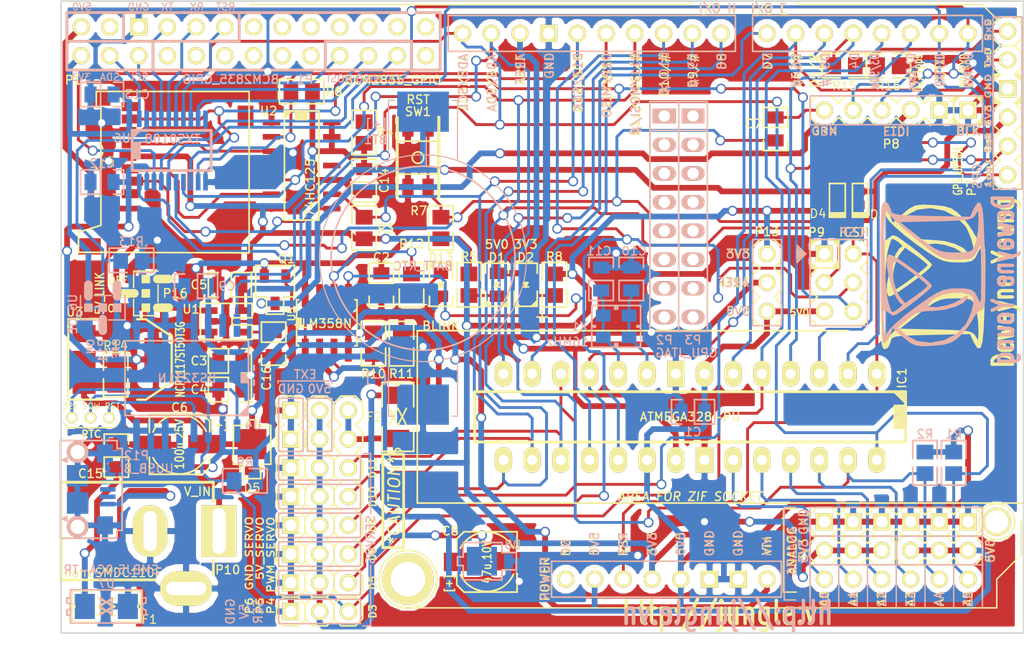
<source format=kicad_pcb>
(kicad_pcb (version 4) (host pcbnew "(after 2015-may-25 BZR unknown)-product")
  (title_block (date "14 jun 2013"))
  (layers (0 Front signal) (31 Back signal hide) (34 B.Paste user) (35 F.Paste user) (36 B.SilkS user) (37 F.SilkS user) (38 B.Mask user) (39 F.Mask user) (44 Edge.Cuts user))
  (net 0 "")
  (net 1 +3.3V)
  (net 2 /5V_INT)
  (net 3 /5V_SERVO)
  (net 4 /AREF)
  (net 5 /GPS_BAT)
  (net 6 /GPS_Rx)
  (net 7 /PB0)
  (net 8 /PB1)
  (net 9 /PB6)
  (net 10 /PB7)
  (net 11 /PC0)
  (net 12 /PC1)
  (net 13 /PC2)
  (net 14 /PC3)
  (net 15 /PD2_1pps)
  (net 16 /PD4_GPS_Rx)
  (net 17 /PD5)
  (net 18 /PD6_GPS_Tx)
  (net 19 /PD7)
  (net 20 /RPi/5V0)
  (net 21 /RPi/MISO)
  (net 22 /RPi/MOSI)
  (net 23 /RPi/RESET)
  (net 24 /RPi/RXD)
  (net 25 /RPi/Rpi_3V3)
  (net 26 /RPi/Rpi_5V0)
  (net 27 /RPi/Rpi_MISO)
  (net 28 /RPi/Rpi_MOSI)
  (net 29 /RPi/Rpi_RST)
  (net 30 /RPi/Rpi_Rx)
  (net 31 /RPi/Rpi_SCK)
  (net 32 /RPi/Rpi_SCL)
  (net 33 /RPi/Rpi_SDA)
  (net 34 /RPi/Rpi_Tx)
  (net 35 /RPi/SCK)
  (net 36 /RPi/SCL)
  (net 37 /RPi/SDA)
  (net 38 /RPi/TXD)
  (net 39 /SD_CLK)
  (net 40 /SD_CS)
  (net 41 /SD_DATA_IN)
  (net 42 /SS)
  (net 43 /aLaMode_pwr/CMP)
  (net 44 /aLaMode_pwr/GATE_CMD)
  (net 45 /aLaMode_pwr/PWR_IN)
  (net 46 /aLaMode_pwr/USBVCC)
  (net 47 /aLaMode_pwr/USB_IN)
  (net 48 /aLaMode_pwr/V_IN)
  (net 49 /aLaMode_rtc/32k)
  (net 50 /aLaMode_rtc/BAT)
  (net 51 /aLaMode_rtc/PD3_SQW)
  (net 52 /aLaMode_rtc/RST)
  (net 53 /~RTS)
  (net 54 GND)
  (net 55 N-0000093)
  (net 56 N-0000094)
  (net 57 N-0000097)
  (net 58 N-0000098)
  (net 59 N-0000099)
  (module MyLib:MICROSD_tme (layer Front) (at 31.51 39.13 90)
    (fp_text reference SD1 (at -0.4064 -1.65608 90) (layer F.SilkS) (effects (font (size 0.39878 0.39878) (thickness 0.0508))))
    (fp_text value SD_CARD_MICRO hide)
    (pad 1 smd rect (at -3.29946 0 90) (size 0.8001 1.4986) (layers Front F.Paste F.Mask))
    (pad 2 smd rect (at -2.2 0.4 90) (size 0.8001 1.4986) (layers Front F.Paste F.Mask) (net 40 /SD_CS))
    (pad 3 smd rect (at -1.09982 0 90) (size 0.8001 1.4986) (layers Front F.Paste F.Mask) (net 41 /SD_DATA_IN))
    (pad 4 smd rect (at 0 -0.2 90) (size 0.8001 1.4986) (layers Front F.Paste F.Mask) (net 1 +3.3V))
    (pad 5 smd rect (at 1.09982 0 90) (size 0.8001 1.4986) (layers Front F.Paste F.Mask) (net 39 /SD_CLK))
    (pad 6 smd rect (at 2.2 -0.2 90) (size 0.8001 1.4986) (layers Front F.Paste F.Mask) (net 54 GND))
    (pad 7 smd rect (at 3.29946 0 90) (size 0.8001 1.4986) (layers Front F.Paste F.Mask) (net 21 /RPi/MISO))
    (pad 8 smd rect (at 4.39928 0 90) (size 0.8001 1.4986) (layers Front F.Paste F.Mask))
    (pad CASE smd rect (at 5.19 -2.75 90) (size 1.42 1.99898) (layers Front F.Paste F.Mask))
    (pad CASE smd rect (at -7.96 -3.6 90) (size 1.45034 1.99898) (layers Front F.Paste F.Mask))
    (pad CASE smd rect (at -1.21 10.2 90) (size 1.8 1.4) (layers Front F.Paste F.Mask))
    (pad GND smd rect (at 3.59 10.2 90) (size 1.8 1.4) (layers Front F.Paste F.Mask))
  )
  (module MyLib:LOGO (layer Back) (at 102.362 49.53 270)
    (fp_text reference G*** hide)
    (fp_text value LOGO hide)
  )
  (module Header_Servo (layer Front) (at 45.72 70.485 90)
    (fp_text reference P6 (at -8.382 -3.683 90) (layer F.SilkS) (effects (font (size 0.635 0.762) (thickness 0.127))))
    (fp_text value GND_SERVO (at -3.7465 -3.683 90) (layer F.SilkS) (effects (font (size 0.635 0.762) (thickness 0.127))))
    (pad 1 thru_hole rect (at -8.89 0 90) (size 1.524 1.524) (drill 1.016) (layers *.Cu *.Mask F.SilkS) (net 54 GND))
    (pad 2 thru_hole rect (at -6.35 0 90) (size 1.524 1.524) (drill 1.016) (layers *.Cu *.Mask F.SilkS) (net 54 GND))
    (pad 3 thru_hole rect (at -3.81 0 90) (size 1.524 1.524) (drill 1.016) (layers *.Cu *.Mask F.SilkS) (net 54 GND))
    (pad 4 thru_hole rect (at -1.27 0 90) (size 1.524 1.524) (drill 1.016) (layers *.Cu *.Mask F.SilkS) (net 54 GND))
    (pad 5 thru_hole rect (at 1.27 0 90) (size 1.524 1.524) (drill 1.016) (layers *.Cu *.Mask F.SilkS) (net 54 GND))
    (pad 6 thru_hole rect (at 3.81 0 90) (size 1.524 1.524) (drill 1.016) (layers *.Cu *.Mask F.SilkS) (net 54 GND))
    (pad 7 thru_hole rect (at 6.35 0 90) (size 1.524 1.524) (drill 1.016) (layers *.Cu *.Mask F.SilkS) (net 54 GND))
    (pad 8 thru_hole rect (at 8.89 0 90) (size 1.524 1.524) (drill 1.016) (layers *.Cu *.Mask F.SilkS) (net 54 GND))
  )
  (module Header_Servo (layer Front) (at 48.26 70.485 90)
    (fp_text reference P5 (at -8.382 -5.2705 90) (layer F.SilkS) (effects (font (size 0.635 0.762) (thickness 0.127))))
    (fp_text value 5V_SERVO (at -3.302 -5.2705 90) (layer F.SilkS) (effects (font (size 0.635 0.762) (thickness 0.127))))
    (pad 1 thru_hole circle (at -8.89 0 90) (size 1.524 1.524) (drill 1.016) (layers *.Cu *.Mask F.SilkS) (net 3 /5V_SERVO))
    (pad 2 thru_hole circle (at -6.35 0 90) (size 1.524 1.524) (drill 1.016) (layers *.Cu *.Mask F.SilkS) (net 3 /5V_SERVO))
    (pad 3 thru_hole circle (at -3.81 0 90) (size 1.524 1.524) (drill 1.016) (layers *.Cu *.Mask F.SilkS) (net 3 /5V_SERVO))
    (pad 4 thru_hole circle (at -1.27 0 90) (size 1.524 1.524) (drill 1.016) (layers *.Cu *.Mask F.SilkS) (net 3 /5V_SERVO))
    (pad 5 thru_hole circle (at 1.27 0 90) (size 1.524 1.524) (drill 1.016) (layers *.Cu *.Mask F.SilkS) (net 3 /5V_SERVO))
    (pad 6 thru_hole circle (at 3.81 0 90) (size 1.524 1.524) (drill 1.016) (layers *.Cu *.Mask F.SilkS) (net 3 /5V_SERVO))
    (pad 7 thru_hole circle (at 6.35 0 90) (size 1.524 1.524) (drill 1.016) (layers *.Cu *.Mask F.SilkS) (net 3 /5V_SERVO))
    (pad 8 thru_hole circle (at 8.89 0 90) (size 1.524 1.524) (drill 1.016) (layers *.Cu *.Mask F.SilkS) (net 3 /5V_SERVO))
  )
  (module c_0805 (layer Front) (at 30.2895 65.5955 270)
    (fp_text reference C15 (at 1.5875 2.286 360) (layer F.SilkS) (effects (font (size 0.762 0.762) (thickness 0.127))))
    (fp_text value 1n hide)
    (pad 1 smd rect (at 1.016 0 270) (size 1.0668 1.4224) (layers Front F.Paste F.Mask) (net 20 /RPi/5V0))
    (pad 2 smd rect (at -1.016 0 270) (size 1.0668 1.4224) (layers Front F.Paste F.Mask) (net 54 GND))
  )
  (module diode-DO214AA (layer Back) (at 29.4005 78.9305)
    (fp_text reference D7 (at 0 -2.032) (layer B.SilkS) (effects (font (size 0.762 0.762) (thickness 0.127)) (justify mirror)))
    (fp_text value SMBJ5.0CA-TR (at 0.4445 -3.2385) (layer B.SilkS) (effects (font (size 0.762 0.762) (thickness 0.127)) (justify mirror)))
    (pad 2 smd rect (at 1.905 0) (size 1.778 2.2225) (layers Back B.Paste B.Mask) (net 54 GND))
    (pad 1 smd rect (at -1.905 0) (size 1.778 2.2225) (layers Back B.Paste B.Mask) (net 20 /RPi/5V0))
  )
  (module c_0805 (layer Front) (at 44.196 55.6895 90)
    (fp_text reference C16 (at -3.048 -0.635 90) (layer F.SilkS) (effects (font (size 0.762 0.762) (thickness 0.127))))
    (fp_text value 10n hide)
    (pad 1 smd rect (at 1.016 0 90) (size 1.0668 1.4224) (layers Front F.Paste F.Mask) (net 55 N-0000093))
    (pad 2 smd rect (at -1.016 0 90) (size 1.0668 1.4224) (layers Front F.Paste F.Mask) (net 54 GND))
  )
  (module led_0805 (layer Front) (at 58.9915 50.4825 90)
    (fp_text reference D13 (at 2.413 0 180) (layer F.SilkS) (effects (font (size 0.762 0.762) (thickness 0.127))))
    (fp_text value BLINK (at -3.6322 0 180) (layer F.SilkS) (effects (font (size 0.762 0.762) (thickness 0.127))))
    (pad 1 smd rect (at 1.016 0 90) (size 1.016 1.27) (layers Front F.Paste F.Mask) (net 57 N-0000097))
    (pad 2 smd rect (at -1.016 0 90) (size 1.016 1.27) (layers Front F.Paste F.Mask) (net 54 GND))
  )
  (module led_0805 (layer Front) (at 66.4845 50.4825 270)
    (fp_text reference D2 (at -2.413 0 360) (layer F.SilkS) (effects (font (size 0.762 0.762) (thickness 0.127))))
    (fp_text value 3V3 (at -3.5814 0 360) (layer F.SilkS) (effects (font (size 0.762 0.762) (thickness 0.127))))
    (pad 1 smd rect (at 1.016 0 270) (size 1.016 1.27) (layers Front F.Paste F.Mask) (net 59 N-0000099))
    (pad 2 smd rect (at -1.016 0 270) (size 1.016 1.27) (layers Front F.Paste F.Mask) (net 54 GND))
  )
  (module led_0805 (layer Front) (at 63.9445 50.4825 270)
    (fp_text reference D1 (at -2.413 0 360) (layer F.SilkS) (effects (font (size 0.762 0.762) (thickness 0.127))))
    (fp_text value 5V0 (at -3.5687 0.0127 360) (layer F.SilkS) (effects (font (size 0.762 0.762) (thickness 0.127))))
    (pad 1 smd rect (at 1.016 0 270) (size 1.016 1.27) (layers Front F.Paste F.Mask) (net 56 N-0000094))
    (pad 2 smd rect (at -1.016 0 270) (size 1.016 1.27) (layers Front F.Paste F.Mask) (net 54 GND))
  )
  (module tssop-20 (layer Back) (at 35.2425 38.608)
    (fp_text reference U6 (at -4.445 -1.0795) (layer B.SilkS) (effects (font (size 0.762 0.762) (thickness 0.127)) (justify mirror)))
    (fp_text value TXS0108 (at 0 -1.016) (layer B.SilkS) (effects (font (size 0.762 0.762) (thickness 0.127)) (justify mirror)))
    (pad 5 smd rect (at -0.32512 -2.79908) (size 0.4191 1.47066) (layers Back B.Paste B.Mask) (net 30 /RPi/Rpi_Rx) (clearance 0.1016))
    (pad 6 smd rect (at 0.32512 -2.79908) (size 0.4191 1.47066) (layers Back B.Paste B.Mask) (net 29 /RPi/Rpi_RST) (clearance 0.1016))
    (pad 7 smd rect (at 0.97536 -2.79908) (size 0.4191 1.47066) (layers Back B.Paste B.Mask) (net 28 /RPi/Rpi_MOSI) (clearance 0.1016))
    (pad 8 smd rect (at 1.6256 -2.79908) (size 0.4191 1.47066) (layers Back B.Paste B.Mask) (net 27 /RPi/Rpi_MISO) (clearance 0.1016))
    (pad 19 smd rect (at -2.26568 2.794) (size 0.4191 1.47066) (layers Back B.Paste B.Mask) (net 20 /RPi/5V0) (clearance 0.1016))
    (pad 2 smd rect (at -2.27584 -2.79908) (size 0.4191 1.47066) (layers Back B.Paste B.Mask) (net 25 /RPi/Rpi_3V3) (clearance 0.1016))
    (pad 3 smd rect (at -1.6256 -2.79908) (size 0.4191 1.47066) (layers Back B.Paste B.Mask) (net 32 /RPi/Rpi_SCL) (clearance 0.1016))
    (pad 4 smd rect (at -0.97536 -2.79908) (size 0.4191 1.47066) (layers Back B.Paste B.Mask) (net 34 /RPi/Rpi_Tx) (clearance 0.1016))
    (pad 12 smd rect (at 2.27584 2.79908) (size 0.4191 1.47066) (layers Back B.Paste B.Mask) (net 35 /RPi/SCK) (clearance 0.1016))
    (pad 13 smd rect (at 1.6256 2.79908) (size 0.4191 1.47066) (layers Back B.Paste B.Mask) (net 21 /RPi/MISO) (clearance 0.1016))
    (pad 14 smd rect (at 0.97536 2.79908) (size 0.4191 1.47066) (layers Back B.Paste B.Mask) (net 22 /RPi/MOSI) (clearance 0.1016))
    (pad 15 smd rect (at 0.32512 2.79908) (size 0.4191 1.47066) (layers Back B.Paste B.Mask) (net 23 /RPi/RESET) (clearance 0.1016))
    (pad 16 smd rect (at -0.32512 2.79908) (size 0.4191 1.47066) (layers Back B.Paste B.Mask) (net 38 /RPi/TXD) (clearance 0.1016))
    (pad 17 smd rect (at -0.97536 2.79908) (size 0.4191 1.47066) (layers Back B.Paste B.Mask) (net 24 /RPi/RXD) (clearance 0.1016))
    (pad 9 smd rect (at 2.27584 -2.79908) (size 0.4191 1.47066) (layers Back B.Paste B.Mask) (net 31 /RPi/Rpi_SCK) (clearance 0.1016))
    (pad 18 smd rect (at -1.6256 2.794) (size 0.4191 1.47066) (layers Back B.Paste B.Mask) (net 36 /RPi/SCL) (clearance 0.1016))
    (pad 1 smd rect (at -2.92608 -2.79908) (size 0.4191 1.47066) (layers Back B.Paste B.Mask) (net 33 /RPi/Rpi_SDA) (clearance 0.1016))
    (pad 10 smd rect (at 2.92608 -2.79908) (size 0.4191 1.47066) (layers Back B.Paste B.Mask) (net 25 /RPi/Rpi_3V3) (clearance 0.1016))
    (pad 11 smd rect (at 2.92608 2.79908) (size 0.4191 1.47066) (layers Back B.Paste B.Mask) (net 54 GND) (clearance 0.1016))
    (pad 20 smd rect (at -2.92608 2.79908) (size 0.4191 1.47066) (layers Back B.Paste B.Mask) (net 37 /RPi/SDA) (clearance 0.1016))
  )
  (module r_0805 (layer Back) (at 31.623 48.3235 180)
    (fp_text reference R13 (at 0 1.651 180) (layer B.SilkS) (effects (font (size 0.762 0.762) (thickness 0.127)) (justify mirror)))
    (fp_text value 10k hide)
    (pad 1 smd rect (at 0.9525 0 180) (size 1.30048 1.4986) (layers Back B.Paste B.Mask) (net 25 /RPi/Rpi_3V3))
    (pad 2 smd rect (at -0.9525 0 180) (size 1.30048 1.4986) (layers Back B.Paste B.Mask) (net 54 GND))
  )
  (module c_0805 (layer Front) (at 52.197 41.275 270)
    (fp_text reference C14 (at 0 -1.778 270) (layer F.SilkS) (effects (font (size 0.762 0.762) (thickness 0.127))))
    (fp_text value 100n hide)
    (pad 1 smd rect (at 1.016 0 270) (size 1.0668 1.4224) (layers Front F.Paste F.Mask) (net 54 GND))
    (pad 2 smd rect (at -1.016 0 270) (size 1.0668 1.4224) (layers Front F.Paste F.Mask) (net 1 +3.3V))
  )
  (module c_0805 (layer Back) (at 29.0195 33.655 180)
    (fp_text reference C13 (at -3.1115 0 180) (layer B.SilkS) (effects (font (size 0.762 0.762) (thickness 0.127)) (justify mirror)))
    (fp_text value 100n hide)
    (pad 1 smd rect (at 1.016 0 180) (size 1.0668 1.4224) (layers Back B.Paste B.Mask) (net 54 GND))
    (pad 2 smd rect (at -1.016 0 180) (size 1.0668 1.4224) (layers Back B.Paste B.Mask) (net 25 /RPi/Rpi_3V3))
  )
  (module c_0805 (layer Back) (at 29.0195 41.402 180)
    (fp_text reference C12 (at 0 1.651 180) (layer B.SilkS) (effects (font (size 0.762 0.762) (thickness 0.127)) (justify mirror)))
    (fp_text value 100n hide)
    (pad 1 smd rect (at 1.016 0 180) (size 1.0668 1.4224) (layers Back B.Paste B.Mask) (net 54 GND))
    (pad 2 smd rect (at -1.016 0 180) (size 1.0668 1.4224) (layers Back B.Paste B.Mask) (net 20 /RPi/5V0))
  )
  (module SO14E (layer Front) (at 46.6725 39.9415 270)
    (fp_text reference U2 (at -4.826 2.921 360) (layer F.SilkS) (effects (font (size 0.762 0.762) (thickness 0.127))))
    (fp_text value 74HC125 (at 1.9685 -0.762 270) (layer F.SilkS) (effects (font (size 0.762 0.762) (thickness 0.127))))
    (pad 1 smd rect (at -3.81 2.667 270) (size 0.50038 1.5494) (layers Front F.Paste F.Mask) (net 54 GND))
    (pad 2 smd rect (at -2.54 2.667 270) (size 0.50038 1.5494) (layers Front F.Paste F.Mask) (net 35 /RPi/SCK))
    (pad 3 smd rect (at -1.27 2.667 270) (size 0.50038 1.5494) (layers Front F.Paste F.Mask) (net 39 /SD_CLK))
    (pad 4 smd rect (at 0 2.667 270) (size 0.50038 1.5494) (layers Front F.Paste F.Mask) (net 54 GND))
    (pad 5 smd rect (at 1.27 2.667 270) (size 0.50038 1.5494) (layers Front F.Paste F.Mask) (net 22 /RPi/MOSI))
    (pad 6 smd rect (at 2.54 2.667 270) (size 0.50038 1.5494) (layers Front F.Paste F.Mask) (net 41 /SD_DATA_IN))
    (pad 7 smd rect (at 3.81 2.667 270) (size 0.50038 1.5494) (layers Front F.Paste F.Mask) (net 54 GND))
    (pad 8 smd rect (at 3.81 -2.667 270) (size 0.50038 1.5494) (layers Front F.Paste F.Mask) (net 40 /SD_CS))
    (pad 9 smd rect (at 2.54 -2.667 270) (size 0.50038 1.5494) (layers Front F.Paste F.Mask) (net 42 /SS))
    (pad 10 smd rect (at 1.27 -2.667 270) (size 0.50038 1.5494) (layers Front F.Paste F.Mask) (net 54 GND))
    (pad 11 smd rect (at 0 -2.667 270) (size 0.50038 1.5494) (layers Front F.Paste F.Mask))
    (pad 12 smd rect (at -1.27 -2.667 270) (size 0.50038 1.5494) (layers Front F.Paste F.Mask) (net 1 +3.3V))
    (pad 13 smd rect (at -2.54 -2.667 270) (size 0.50038 1.5494) (layers Front F.Paste F.Mask) (net 1 +3.3V))
    (pad 14 smd rect (at -3.81 -2.667 270) (size 0.50038 1.5494) (layers Front F.Paste F.Mask) (net 1 +3.3V))
  )
  (module SW_SMD (layer Front) (at 56.9595 39.243 270)
    (fp_text reference SW1 (at -4.064 0 360) (layer F.SilkS) (effects (font (size 0.762 0.762) (thickness 0.127))))
    (fp_text value RST (at -5.1308 -0.0127 360) (layer F.SilkS) (effects (font (size 0.762 0.762) (thickness 0.127))))
    (pad 1 smd rect (at -2.6035 0.889 270) (size 1.50114 1.00076) (layers Front F.Paste F.Mask) (net 54 GND))
    (pad 1 smd rect (at 2.6035 0.889 270) (size 1.50114 1.00076) (layers Front F.Paste F.Mask) (net 54 GND))
    (pad 2 smd rect (at 2.6035 -0.889 270) (size 1.50114 1.00076) (layers Front F.Paste F.Mask) (net 23 /RPi/RESET))
    (pad 2 smd rect (at -2.6035 -0.889 270) (size 1.50114 1.00076) (layers Front F.Paste F.Mask) (net 23 /RPi/RESET))
  )
  (module c_0805 (layer Back) (at 73.152 49.9745 270)
    (fp_text reference C11 (at -2.4765 0.1905 540) (layer B.SilkS) (effects (font (size 0.762 0.762) (thickness 0.127)) (justify mirror)))
    (fp_text value 22p hide)
    (pad 1 smd rect (at 1.016 0 270) (size 1.0668 1.4224) (layers Back B.Paste B.Mask) (net 10 /PB7))
    (pad 2 smd rect (at -1.016 0 270) (size 1.0668 1.4224) (layers Back B.Paste B.Mask) (net 54 GND))
  )
  (module c_0805 (layer Front) (at 88.5825 36.703 90)
    (fp_text reference C7 (at 0.4445 -1.9685 180) (layer F.SilkS) (effects (font (size 0.762 0.762) (thickness 0.127))))
    (fp_text value 100n hide)
    (pad 1 smd rect (at 1.016 0 90) (size 1.0668 1.4224) (layers Front F.Paste F.Mask) (net 53 /~RTS))
    (pad 2 smd rect (at -1.016 0 90) (size 1.0668 1.4224) (layers Front F.Paste F.Mask) (net 23 /RPi/RESET))
  )
  (module c_0805 (layer Back) (at 81.28 61.722)
    (fp_text reference C1 (at 0 1.778) (layer B.SilkS) (effects (font (size 0.762 0.762) (thickness 0.127)) (justify mirror)))
    (fp_text value 100n hide)
    (pad 1 smd rect (at 1.016 0) (size 1.0668 1.4224) (layers Back B.Paste B.Mask) (net 20 /RPi/5V0))
    (pad 2 smd rect (at -1.016 0) (size 1.0668 1.4224) (layers Back B.Paste B.Mask) (net 54 GND))
  )
  (module c_0805 (layer Front) (at 40.3225 59.7535 180)
    (fp_text reference C4 (at 2.7305 0 180) (layer F.SilkS) (effects (font (size 0.762 0.762) (thickness 0.127))))
    (fp_text value 100n hide)
    (pad 1 smd rect (at 1.016 0 180) (size 1.0668 1.4224) (layers Front F.Paste F.Mask) (net 20 /RPi/5V0))
    (pad 2 smd rect (at -1.016 0 180) (size 1.0668 1.4224) (layers Front F.Paste F.Mask) (net 54 GND))
  )
  (module c_0805 (layer Front) (at 40.3225 50.4825)
    (fp_text reference C5 (at -2.7305 0) (layer F.SilkS) (effects (font (size 0.762 0.762) (thickness 0.127))))
    (fp_text value 2u2 hide)
    (pad 1 smd rect (at 1.016 0) (size 1.0668 1.4224) (layers Front F.Paste F.Mask) (net 1 +3.3V))
    (pad 2 smd rect (at -1.016 0) (size 1.0668 1.4224) (layers Front F.Paste F.Mask) (net 54 GND))
  )
  (module c_0805 (layer Back) (at 37.338 50.6095)
    (fp_text reference C9 (at 2.7305 0) (layer B.SilkS) (effects (font (size 0.762 0.762) (thickness 0.127)) (justify mirror)))
    (fp_text value 100n hide)
    (pad 1 smd rect (at 1.016 0) (size 1.0668 1.4224) (layers Back B.Paste B.Mask) (net 50 /aLaMode_rtc/BAT))
    (pad 2 smd rect (at -1.016 0) (size 1.0668 1.4224) (layers Back B.Paste B.Mask) (net 54 GND))
  )
  (module c_0805 (layer Back) (at 75.819 49.9745 270)
    (fp_text reference C10 (at -2.4765 -0.254 540) (layer B.SilkS) (effects (font (size 0.762 0.762) (thickness 0.127)) (justify mirror)))
    (fp_text value 22p hide)
    (pad 1 smd rect (at 1.016 0 270) (size 1.0668 1.4224) (layers Back B.Paste B.Mask) (net 9 /PB6))
    (pad 2 smd rect (at -1.016 0 270) (size 1.0668 1.4224) (layers Back B.Paste B.Mask) (net 54 GND))
  )
  (module c_0805 (layer Front) (at 40.3225 57.2135 180)
    (fp_text reference C3 (at 2.7305 0 180) (layer F.SilkS) (effects (font (size 0.762 0.762) (thickness 0.127))))
    (fp_text value "2u2 Tant" hide)
    (pad 1 smd rect (at 1.016 0 180) (size 1.0668 1.4224) (layers Front F.Paste F.Mask) (net 20 /RPi/5V0))
    (pad 2 smd rect (at -1.016 0 180) (size 1.0668 1.4224) (layers Front F.Paste F.Mask) (net 54 GND))
  )
  (module DIP (layer Front) (at 81.026 62.1665)
    (fp_text reference DIP1 hide)
    (fp_text value DIP hide)
  )
  (module r_0805 (layer Front) (at 46.6725 33.401)
    (fp_text reference R6 (at 2.8575 0) (layer F.SilkS) (effects (font (size 0.762 0.762) (thickness 0.127))))
    (fp_text value 10k hide)
    (pad 1 smd rect (at 0.9525 0) (size 1.30048 1.4986) (layers Front F.Paste F.Mask) (net 1 +3.3V))
    (pad 2 smd rect (at -0.9525 0) (size 1.30048 1.4986) (layers Front F.Paste F.Mask) (net 35 /RPi/SCK))
  )
  (module r_0805 (layer Front) (at 52.197 37.0205 270)
    (fp_text reference R4 (at 0 -1.8415 360) (layer F.SilkS) (effects (font (size 0.762 0.762) (thickness 0.127))))
    (fp_text value 10k hide)
    (pad 1 smd rect (at 0.9525 0 270) (size 1.30048 1.4986) (layers Front F.Paste F.Mask) (net 1 +3.3V))
    (pad 2 smd rect (at -0.9525 0 270) (size 1.30048 1.4986) (layers Front F.Paste F.Mask) (net 22 /RPi/MOSI))
  )
  (module r_0805 (layer Front) (at 52.197 45.466 270)
    (fp_text reference R3 (at 0.0635 -1.905 360) (layer F.SilkS) (effects (font (size 0.762 0.762) (thickness 0.127))))
    (fp_text value 10k hide)
    (pad 1 smd rect (at 0.9525 0 270) (size 1.30048 1.4986) (layers Front F.Paste F.Mask) (net 1 +3.3V))
    (pad 2 smd rect (at -0.9525 0 270) (size 1.30048 1.4986) (layers Front F.Paste F.Mask) (net 42 /SS))
  )
  (module r_0805 (layer Front) (at 58.9915 45.466 270)
    (fp_text reference R7 (at -1.524 1.9685 360) (layer F.SilkS) (effects (font (size 0.762 0.762) (thickness 0.127))))
    (fp_text value 10k hide)
    (pad 1 smd rect (at 0.9525 0 270) (size 1.30048 1.4986) (layers Front F.Paste F.Mask) (net 20 /RPi/5V0))
    (pad 2 smd rect (at -0.9525 0 270) (size 1.30048 1.4986) (layers Front F.Paste F.Mask) (net 23 /RPi/RESET))
  )
  (module r_0805 (layer Back) (at 104.3305 66.2305 90)
    (fp_text reference R1 (at 2.54 0 180) (layer B.SilkS) (effects (font (size 0.762 0.762) (thickness 0.127)) (justify mirror)))
    (fp_text value 10k hide)
    (pad 1 smd rect (at 0.9525 0 90) (size 1.30048 1.4986) (layers Back B.Paste B.Mask) (net 20 /RPi/5V0))
    (pad 2 smd rect (at -0.9525 0 90) (size 1.30048 1.4986) (layers Back B.Paste B.Mask) (net 36 /RPi/SCL))
  )
  (module r_0805 (layer Back) (at 101.7905 66.2305 90)
    (fp_text reference R2 (at 2.54 0 180) (layer B.SilkS) (effects (font (size 0.762 0.762) (thickness 0.127)) (justify mirror)))
    (fp_text value 10k hide)
    (pad 1 smd rect (at 0.9525 0 90) (size 1.30048 1.4986) (layers Back B.Paste B.Mask) (net 20 /RPi/5V0))
    (pad 2 smd rect (at -0.9525 0 90) (size 1.30048 1.4986) (layers Back B.Paste B.Mask) (net 37 /RPi/SDA))
  )
  (module r_0805 (layer Front) (at 61.468 50.4825 90)
    (fp_text reference R5 (at 2.4765 0 180) (layer F.SilkS) (effects (font (size 0.762 0.762) (thickness 0.127))))
    (fp_text value 1k5 hide)
    (pad 1 smd rect (at 0.9525 0 90) (size 1.30048 1.4986) (layers Front F.Paste F.Mask) (net 20 /RPi/5V0))
    (pad 2 smd rect (at -0.9525 0 90) (size 1.30048 1.4986) (layers Front F.Paste F.Mask) (net 56 N-0000094))
  )
  (module r_0805 (layer Front) (at 69.0245 50.4825 90)
    (fp_text reference R8 (at 2.4765 0 180) (layer F.SilkS) (effects (font (size 0.762 0.762) (thickness 0.127))))
    (fp_text value 1k5 hide)
    (pad 1 smd rect (at 0.9525 0 90) (size 1.30048 1.4986) (layers Front F.Paste F.Mask) (net 1 +3.3V))
    (pad 2 smd rect (at -0.9525 0 90) (size 1.30048 1.4986) (layers Front F.Paste F.Mask) (net 59 N-0000099))
  )
  (module I%2fO (layer Front) (at 29.6545 62.23)
    (fp_text reference B3 hide)
    (fp_text value I/O hide)
    (pad 1 thru_hole circle (at 0 0) (size 1.016 1.016) (drill 0.635) (layers *.Cu *.Mask F.SilkS) (net 52 /aLaMode_rtc/RST))
  )
  (module I%2fO (layer Front) (at 28.0035 62.23)
    (fp_text reference B2 hide)
    (fp_text value I/O hide)
    (pad 1 thru_hole circle (at 0 0) (size 1.016 1.016) (drill 0.635) (layers *.Cu *.Mask F.SilkS) (net 51 /aLaMode_rtc/PD3_SQW))
  )
  (module I%2fO (layer Front) (at 26.3525 62.23)
    (fp_text reference B15 hide)
    (fp_text value I/O hide)
    (pad 1 thru_hole circle (at 0 0) (size 1.016 1.016) (drill 0.635) (layers *.Cu *.Mask F.SilkS) (net 49 /aLaMode_rtc/32k))
  )
  (module Xtal_SMD2 (layer Back) (at 74.4855 54.1655 180)
    (fp_text reference X1 (at 3.2385 0 180) (layer B.SilkS) (effects (font (size 0.762 0.762) (thickness 0.127)) (justify mirror)))
    (fp_text value 16MHz (at 4.3053 -1.3716 180) (layer B.SilkS) (effects (font (size 0.762 0.762) (thickness 0.127)) (justify mirror)))
    (pad 1 smd rect (at -1.143 -0.9525 180) (size 1.30048 1.04902) (layers Back B.Paste B.Mask) (net 9 /PB6))
    (pad 2 smd rect (at 1.143 0.9525 180) (size 1.30048 1.04902) (layers Back B.Paste B.Mask) (net 10 /PB7))
    (pad 1 smd rect (at -1.143 0.9525 180) (size 1.30048 1.04902) (layers Back B.Paste B.Mask) (net 9 /PB6))
    (pad 2 smd rect (at 1.143 -0.9525 180) (size 1.30048 1.04902) (layers Back B.Paste B.Mask) (net 10 /PB7))
  )
  (module DS3231 (layer Back) (at 36.5125 58.7375 180)
    (fp_text reference U4 (at -5.8674 -4.1402 180) (layer B.SilkS) (effects (font (size 0.762 0.762) (thickness 0.127)) (justify mirror)))
    (fp_text value DS3231N (at -0.0254 -0.0127 180) (layer B.SilkS) (effects (font (size 0.762 0.762) (thickness 0.127)) (justify mirror)))
    (pad 1 smd rect (at -4.445 -4.65074 180) (size 0.59944 1.99898) (layers Back B.Paste B.Mask) (net 49 /aLaMode_rtc/32k))
    (pad 2 smd rect (at -3.175 -4.65074 180) (size 0.59944 1.99898) (layers Back B.Paste B.Mask) (net 20 /RPi/5V0))
    (pad 3 smd rect (at -1.905 -4.65074 180) (size 0.59944 1.99898) (layers Back B.Paste B.Mask) (net 51 /aLaMode_rtc/PD3_SQW))
    (pad 4 smd rect (at -0.635 -4.65074 180) (size 0.59944 1.99898) (layers Back B.Paste B.Mask) (net 52 /aLaMode_rtc/RST))
    (pad 5 smd rect (at 0.635 -4.65074 180) (size 0.59944 1.99898) (layers Back B.Paste B.Mask) (net 54 GND))
    (pad 6 smd rect (at 1.905 -4.65074 180) (size 0.59944 1.99898) (layers Back B.Paste B.Mask) (net 54 GND))
    (pad 7 smd rect (at 3.175 -4.65074 180) (size 0.59944 1.99898) (layers Back B.Paste B.Mask) (net 54 GND))
    (pad 8 smd rect (at 4.445 -4.65074 180) (size 0.59944 1.99898) (layers Back B.Paste B.Mask) (net 54 GND))
    (pad 9 smd rect (at 4.445 4.65074 180) (size 0.59944 1.99898) (layers Back B.Paste B.Mask) (net 54 GND))
    (pad 10 smd rect (at 3.175 4.65074 180) (size 0.59944 1.99898) (layers Back B.Paste B.Mask) (net 54 GND))
    (pad 11 smd rect (at 1.905 4.65074 180) (size 0.59944 1.99898) (layers Back B.Paste B.Mask) (net 54 GND))
    (pad 12 smd rect (at 0.635 4.65074 180) (size 0.59944 1.99898) (layers Back B.Paste B.Mask) (net 54 GND))
    (pad 13 smd rect (at -0.635 4.65074 180) (size 0.59944 1.99898) (layers Back B.Paste B.Mask) (net 54 GND))
    (pad 14 smd rect (at -1.905 4.65074 180) (size 0.59944 1.99898) (layers Back B.Paste B.Mask) (net 50 /aLaMode_rtc/BAT))
    (pad 15 smd rect (at -3.175 4.65074 180) (size 0.59944 1.99898) (layers Back B.Paste B.Mask) (net 37 /RPi/SDA))
    (pad 16 smd rect (at -4.445 4.65074 180) (size 0.59944 1.99898) (layers Back B.Paste B.Mask) (net 36 /RPi/SCL))
  )
  (module r_0805 (layer Back) (at 41.656 67.818)
    (fp_text reference R9 (at 0 -1.651) (layer B.SilkS) (effects (font (size 0.762 0.762) (thickness 0.127)) (justify mirror)))
    (fp_text value 10k hide)
    (pad 1 smd rect (at 0.9525 0) (size 1.30048 1.4986) (layers Back B.Paste B.Mask) (net 20 /RPi/5V0))
    (pad 2 smd rect (at -0.9525 0) (size 1.30048 1.4986) (layers Back B.Paste B.Mask) (net 51 /aLaMode_rtc/PD3_SQW))
  )
  (module r_0805 (layer Front) (at 53.0225 55.6895 90)
    (fp_text reference R10 (at -2.667 0 180) (layer F.SilkS) (effects (font (size 0.762 0.762) (thickness 0.127))))
    (fp_text value 10k hide)
    (pad 1 smd rect (at 0.9525 0 90) (size 1.30048 1.4986) (layers Front F.Paste F.Mask) (net 48 /aLaMode_pwr/V_IN))
    (pad 2 smd rect (at -0.9525 0 90) (size 1.30048 1.4986) (layers Front F.Paste F.Mask) (net 43 /aLaMode_pwr/CMP))
  )
  (module r_0805 (layer Front) (at 55.499 55.6895 270)
    (fp_text reference R11 (at 2.667 0 360) (layer F.SilkS) (effects (font (size 0.762 0.762) (thickness 0.127))))
    (fp_text value 10k hide)
    (pad 1 smd rect (at 0.9525 0 270) (size 1.30048 1.4986) (layers Front F.Paste F.Mask) (net 43 /aLaMode_pwr/CMP))
    (pad 2 smd rect (at -0.9525 0 270) (size 1.30048 1.4986) (layers Front F.Paste F.Mask) (net 54 GND))
  )
  (module r_0805 (layer Front) (at 56.388 50.4825 90)
    (fp_text reference R12 (at 3.6195 0 180) (layer F.SilkS) (effects (font (size 0.762 0.762) (thickness 0.127))))
    (fp_text value 1k hide)
    (pad 1 smd rect (at 0.9525 0 90) (size 1.30048 1.4986) (layers Front F.Paste F.Mask) (net 58 N-0000098))
    (pad 2 smd rect (at -0.9525 0 90) (size 1.30048 1.4986) (layers Front F.Paste F.Mask) (net 57 N-0000097))
  )
  (module CR1632_2 (layer Back) (at 57.404 48.133 90)
    (fp_text reference BT1 (at 10.4775 -4.191 180) (layer B.SilkS) (effects (font (size 0.762 0.762) (thickness 0.127)) (justify mirror)))
    (fp_text value BATT_RTC (at -0.6985 0 180) (layer B.SilkS) (effects (font (size 0.762 0.762) (thickness 0.127)) (justify mirror)))
    (fp_text user [-] (at -10.541 -4.1275 180) (layer B.SilkS) (effects (font (size 0.762 0.762) (thickness 0.127)) (justify mirror)))
    (fp_text user [+] (at 11.8745 -4.1275 180) (layer B.SilkS) (effects (font (size 0.762 0.762) (thickness 0.127)) (justify mirror)))
    (pad - smd rect (at -12.954 0 90) (size 3.556 4.572) (layers Back B.Paste B.Mask) (net 54 GND))
    (pad + smd rect (at 12.954 0 90) (size 3.556 4.572) (layers Back B.Paste B.Mask) (net 50 /aLaMode_rtc/BAT))
  )
  (module SOT23-5 (layer Front) (at 40.005 53.721 270)
    (fp_text reference U1 (at -1.0795 3.1115 360) (layer F.SilkS) (effects (font (size 0.762 0.762) (thickness 0.127))))
    (fp_text value LP2985-33DBVR hide)
    (pad 1 smd rect (at -0.9525 1.3335 270) (size 0.59944 1.1176) (layers Front F.Paste F.Mask) (net 20 /RPi/5V0) (clearance 0.127))
    (pad 3 smd rect (at 0.9525 1.3335 270) (size 0.59944 1.1176) (layers Front F.Paste F.Mask) (net 20 /RPi/5V0) (clearance 0.127))
    (pad 2 smd rect (at 0 1.3335 270) (size 0.59944 1.1176) (layers Front F.Paste F.Mask) (net 54 GND) (clearance 0.127))
    (pad 4 smd rect (at 0.9525 -1.3335 270) (size 0.59944 1.1176) (layers Front F.Paste F.Mask) (net 55 N-0000093) (clearance 0.127))
    (pad 5 smd rect (at -0.9525 -1.3335 270) (size 0.59944 1.1176) (layers Front F.Paste F.Mask) (net 1 +3.3V) (clearance 0.127))
  )
  (module SOT223 (layer Front) (at 30.607 57.0865 270)
    (fp_text reference U3 (at -4.191 4.0005 360) (layer F.SilkS) (effects (font (size 0.762 0.762) (thickness 0.127))))
    (fp_text value NCP1117ST50T3G (at 0 -5.334 270) (layer F.SilkS) (effects (font (size 0.762 0.508) (thickness 0.127))))
    (pad 4 smd rect (at 0 -3.175 270) (size 3.81 2.032) (layers Front F.Paste F.Mask) (net 20 /RPi/5V0))
    (pad 2 smd rect (at 0 3.175 270) (size 1.524 2.032) (layers Front F.Paste F.Mask) (net 20 /RPi/5V0))
    (pad 3 smd rect (at 2.286 3.175 270) (size 1.524 2.032) (layers Front F.Paste F.Mask) (net 48 /aLaMode_pwr/V_IN))
    (pad 1 smd rect (at -2.286 3.175 270) (size 1.524 2.032) (layers Front F.Paste F.Mask) (net 54 GND))
  )
  (module SOT23-3 (layer Front) (at 44.323 50.927 180)
    (fp_text reference Q1 (at -1.016 2.7305 180) (layer F.SilkS) (effects (font (size 0.762 0.762) (thickness 0.127))))
    (fp_text value FDN340P hide)
    (pad G smd rect (at -0.9525 1.2065 180) (size 0.8001 1.19888) (layers Front F.Paste F.Mask) (net 44 /aLaMode_pwr/GATE_CMD))
    (pad D smd rect (at 0 -1.2065 180) (size 0.8001 1.19888) (layers Front F.Paste F.Mask) (net 46 /aLaMode_pwr/USBVCC))
    (pad S smd rect (at 0.9525 1.2065 180) (size 0.8001 1.19888) (layers Front F.Paste F.Mask) (net 20 /RPi/5V0))
  )
  (module SO8E (layer Front) (at 48.895 53.848)
    (fp_text reference U5 (at -3.1115 -0.762 90) (layer F.SilkS) (effects (font (size 0.635 0.635) (thickness 0.127))))
    (fp_text value LM358N (at 0 0.0635) (layer F.SilkS) (effects (font (size 0.762 0.762) (thickness 0.127))))
    (pad 8 smd rect (at -1.905 -2.413) (size 0.6096 2.032) (layers Front F.Paste F.Mask) (net 20 /RPi/5V0))
    (pad 1 smd rect (at -1.905 2.413) (size 0.6096 2.032) (layers Front F.Paste F.Mask) (net 44 /aLaMode_pwr/GATE_CMD))
    (pad 7 smd rect (at -0.635 -2.413) (size 0.6096 2.032) (layers Front F.Paste F.Mask) (net 58 N-0000098))
    (pad 6 smd rect (at 0.635 -2.413) (size 0.6096 2.032) (layers Front F.Paste F.Mask) (net 58 N-0000098))
    (pad 5 smd rect (at 1.905 -2.413) (size 0.6096 2.032) (layers Front F.Paste F.Mask) (net 35 /RPi/SCK))
    (pad 2 smd rect (at -0.635 2.413) (size 0.6096 2.032) (layers Front F.Paste F.Mask) (net 1 +3.3V))
    (pad 3 smd rect (at 0.635 2.413) (size 0.6096 2.032) (layers Front F.Paste F.Mask) (net 43 /aLaMode_pwr/CMP))
    (pad 4 smd rect (at 1.905 2.413) (size 0.6096 2.032) (layers Front F.Paste F.Mask) (net 54 GND))
  )
  (module c_0805 (layer Front) (at 53.721 50.4825 90)
    (fp_text reference C2 (at 2.413 0 180) (layer F.SilkS) (effects (font (size 0.762 0.762) (thickness 0.127))))
    (fp_text value 100n hide)
    (pad 1 smd rect (at 1.016 0 90) (size 1.0668 1.4224) (layers Front F.Paste F.Mask) (net 20 /RPi/5V0))
    (pad 2 smd rect (at -1.016 0 90) (size 1.0668 1.4224) (layers Front F.Paste F.Mask) (net 54 GND))
  )
  (module C_ELCO_SMD (layer Front) (at 63.0555 74.9935 270)
    (fp_text reference C8 (at -2.7305 3.2385 360) (layer F.SilkS) (effects (font (size 0.762 0.762) (thickness 0.127))))
    (fp_text value 47u,10V (at 0 0 270) (layer F.SilkS) (effects (font (size 0.762 0.635) (thickness 0.127))))
    (fp_text user [+] (at 1.905 3.3655 270) (layer F.SilkS) (effects (font (size 0.635 0.635) (thickness 0.127))))
    (pad 1 smd rect (at 0 2.286 270) (size 1.6256 3.048) (layers Front F.Paste F.Mask) (net 3 /5V_SERVO))
    (pad 2 smd rect (at -0.0635 -2.286 270) (size 1.6256 3.048) (layers Front F.Paste F.Mask) (net 54 GND))
  )
  (module C_ELCO_SMD (layer Front) (at 35.8775 64.5795 90)
    (fp_text reference C6 (at 3.2385 0 180) (layer F.SilkS) (effects (font (size 0.762 0.762) (thickness 0.127))))
    (fp_text value 100u,25V (at 0 0 90) (layer F.SilkS) (effects (font (size 0.762 0.635) (thickness 0.127))))
    (fp_text user [+] (at 1.7145 3.4925 180) (layer F.SilkS) (effects (font (size 0.635 0.635) (thickness 0.127))))
    (pad 1 smd rect (at 0 2.286 90) (size 1.6256 3.048) (layers Front F.Paste F.Mask) (net 48 /aLaMode_pwr/V_IN))
    (pad 2 smd rect (at -0.0635 -2.286 90) (size 1.6256 3.048) (layers Front F.Paste F.Mask) (net 54 GND))
  )
  (module Header_Servo (layer Front) (at 50.8 70.485 90)
    (fp_text reference P4 (at -8.382 -6.858 90) (layer F.SilkS) (effects (font (size 0.635 0.762) (thickness 0.127))))
    (fp_text value PWM_SERVO (at -3.8735 -6.858 90) (layer F.SilkS) (effects (font (size 0.635 0.762) (thickness 0.127))))
    (fp_text user D11 (at 3.81 2.159 90) (layer F.SilkS) (effects (font (size 0.635 0.635) (thickness 0.127))))
    (fp_text user D10 (at 1.27 2.159 90) (layer F.SilkS) (effects (font (size 0.635 0.635) (thickness 0.127))))
    (fp_text user D9 (at -1.27 2.159 90) (layer F.SilkS) (effects (font (size 0.635 0.635) (thickness 0.127))))
    (fp_text user D6 (at -3.81 2.159 90) (layer F.SilkS) (effects (font (size 0.635 0.635) (thickness 0.127))))
    (fp_text user D5 (at -6.35 2.159 90) (layer F.SilkS) (effects (font (size 0.635 0.635) (thickness 0.127))))
    (fp_text user D3 (at -8.89 2.159 90) (layer F.SilkS) (effects (font (size 0.635 0.635) (thickness 0.127))))
    (pad 1 thru_hole circle (at -8.89 0 90) (size 1.524 1.524) (drill 1.016) (layers *.Cu *.Mask F.SilkS) (net 51 /aLaMode_rtc/PD3_SQW))
    (pad 2 thru_hole circle (at -6.35 0 90) (size 1.524 1.524) (drill 1.016) (layers *.Cu *.Mask F.SilkS) (net 17 /PD5))
    (pad 3 thru_hole circle (at -3.81 0 90) (size 1.524 1.524) (drill 1.016) (layers *.Cu *.Mask F.SilkS) (net 18 /PD6_GPS_Tx))
    (pad 4 thru_hole circle (at -1.27 0 90) (size 1.524 1.524) (drill 1.016) (layers *.Cu *.Mask F.SilkS) (net 8 /PB1))
    (pad 5 thru_hole circle (at 1.27 0 90) (size 1.524 1.524) (drill 1.016) (layers *.Cu *.Mask F.SilkS) (net 42 /SS))
    (pad 6 thru_hole circle (at 3.81 0 90) (size 1.524 1.524) (drill 1.016) (layers *.Cu *.Mask F.SilkS) (net 22 /RPi/MOSI))
    (pad 7 thru_hole circle (at 6.35 0 90) (size 1.524 1.524) (drill 1.016) (layers *.Cu *.Mask F.SilkS) (net 2 /5V_INT))
    (pad 8 thru_hole circle (at 8.89 0 90) (size 1.524 1.524) (drill 1.016) (layers *.Cu *.Mask F.SilkS) (net 2 /5V_INT))
  )
  (module Header_GPS (layer Front) (at 109.093 34.417 270)
    (fp_text reference P7 (at 7.493 3.175 270) (layer F.SilkS) (effects (font (size 0.762 0.762) (thickness 0.127))))
    (fp_text value GPS_UP501 (at 5.969 4.3815 270) (layer F.SilkS) (effects (font (size 0.762 0.508) (thickness 0.127))))
    (fp_text user "1pps Bat 3V3 GND TxD RxD" (at 0 1.7145 270) (layer F.SilkS) (effects (font (size 0.508 0.7112) (thickness 0.127))))
    (pad 1 thru_hole circle (at -6.35 0 270) (size 1.524 1.524) (drill 1.016) (layers *.Cu *.Mask F.SilkS) (net 6 /GPS_Rx))
    (pad 2 thru_hole circle (at -3.81 0 270) (size 1.524 1.524) (drill 1.016) (layers *.Cu *.Mask F.SilkS) (net 18 /PD6_GPS_Tx))
    (pad 3 thru_hole rect (at -1.27 0 270) (size 1.524 1.524) (drill 1.016) (layers *.Cu *.Mask F.SilkS) (net 54 GND))
    (pad 4 thru_hole circle (at 1.27 0 270) (size 1.524 1.524) (drill 1.016) (layers *.Cu *.Mask F.SilkS) (net 1 +3.3V))
    (pad 5 thru_hole circle (at 3.81 0 270) (size 1.524 1.524) (drill 1.016) (layers *.Cu *.Mask F.SilkS) (net 5 /GPS_BAT))
    (pad 6 thru_hole circle (at 6.35 0 270) (size 1.524 1.524) (drill 1.016) (layers *.Cu *.Mask F.SilkS) (net 15 /PD2_1pps))
  )
  (module Header_GPU_JTAG (layer Back) (at 78.74 44.45 270)
    (fp_text reference P2 (at 10.922 0 360) (layer B.SilkS) (effects (font (size 0.762 0.762) (thickness 0.127)) (justify mirror)))
    (fp_text value GPU_JTAG (at 12.065 -1.9685 360) (layer B.SilkS) (effects (font (size 0.762 0.762) (thickness 0.127)) (justify mirror)))
    (pad 1 thru_hole rect (at -8.89 0 270) (size 1.27 2.032) (drill 1.016) (layers *.Cu *.Mask B.SilkS) (clearance 0.1778))
    (pad 2 thru_hole oval (at -6.35 0 270) (size 1.27 2.032) (drill 1.016) (layers *.Cu *.Mask B.SilkS) (clearance 0.1778))
    (pad 3 thru_hole oval (at -3.81 0 270) (size 1.27 2.032) (drill 1.016) (layers *.Cu *.Mask B.SilkS) (clearance 0.1778))
    (pad 4 thru_hole oval (at -1.27 0 270) (size 1.27 2.032) (drill 1.016) (layers *.Cu *.Mask B.SilkS) (clearance 0.1778))
    (pad 5 thru_hole oval (at 1.27 0 270) (size 1.27 2.032) (drill 1.016) (layers *.Cu *.Mask B.SilkS) (clearance 0.1778))
    (pad 6 thru_hole oval (at 3.81 0 270) (size 1.27 2.032) (drill 1.016) (layers *.Cu *.Mask B.SilkS) (clearance 0.1778))
    (pad 7 thru_hole oval (at 6.35 0 270) (size 1.27 2.032) (drill 1.016) (layers *.Cu *.Mask B.SilkS) (clearance 0.1778))
    (pad 8 thru_hole oval (at 8.89 0 270) (size 1.27 2.032) (drill 1.016) (layers *.Cu *.Mask B.SilkS) (clearance 0.1778))
  )
  (module Header_GPU_JTAG (layer Back) (at 81.28 44.45 270)
    (fp_text reference P3 (at 10.922 0 360) (layer B.SilkS) (effects (font (size 0.762 0.762) (thickness 0.127)) (justify mirror)))
    (fp_text value LAN_JTAG hide)
    (pad 1 thru_hole rect (at -8.89 0 270) (size 1.27 2.032) (drill 1.016) (layers *.Cu *.Mask B.SilkS) (clearance 0.1778))
    (pad 2 thru_hole oval (at -6.35 0 270) (size 1.27 2.032) (drill 1.016) (layers *.Cu *.Mask B.SilkS) (clearance 0.1778))
    (pad 3 thru_hole oval (at -3.81 0 270) (size 1.27 2.032) (drill 1.016) (layers *.Cu *.Mask B.SilkS) (clearance 0.1778))
    (pad 4 thru_hole oval (at -1.27 0 270) (size 1.27 2.032) (drill 1.016) (layers *.Cu *.Mask B.SilkS) (clearance 0.1778))
    (pad 5 thru_hole oval (at 1.27 0 270) (size 1.27 2.032) (drill 1.016) (layers *.Cu *.Mask B.SilkS) (clearance 0.1778))
    (pad 6 thru_hole oval (at 3.81 0 270) (size 1.27 2.032) (drill 1.016) (layers *.Cu *.Mask B.SilkS) (clearance 0.1778))
    (pad 7 thru_hole oval (at 6.35 0 270) (size 1.27 2.032) (drill 1.016) (layers *.Cu *.Mask B.SilkS) (clearance 0.1778))
    (pad 8 thru_hole oval (at 8.89 0 270) (size 1.27 2.032) (drill 1.016) (layers *.Cu *.Mask B.SilkS) (clearance 0.1778))
  )
  (module USB_B_Micro (layer Back) (at 29.5275 68.58)
    (fp_text reference P12 (at 2.54 -2.9845) (layer B.SilkS) (effects (font (size 0.762 0.762) (thickness 0.127)) (justify mirror)))
    (fp_text value UUSB_B (at 3.6195 -1.8415) (layer B.SilkS) (effects (font (size 0.762 0.762) (thickness 0.127)) (justify mirror)))
    (pad 3 smd rect (at 0 0) (size 1.3716 0.4064) (layers Back B.Paste B.Mask) (clearance 0.2032))
    (pad 4 smd rect (at 0 -0.65024) (size 1.3716 0.4064) (layers Back B.Paste B.Mask) (clearance 0.2032))
    (pad 5 smd rect (at 0 -1.30048) (size 1.3716 0.4064) (layers Back B.Paste B.Mask) (net 54 GND) (clearance 0.2032))
    (pad 2 smd rect (at 0 0.65024) (size 1.3716 0.4064) (layers Back B.Paste B.Mask) (clearance 0.2032))
    (pad 1 smd rect (at 0 1.30048) (size 1.3716 0.4064) (layers Back B.Paste B.Mask) (net 47 /aLaMode_pwr/USB_IN) (clearance 0.2032))
    (pad T1 smd rect (at -0.254 3.175) (size 1.4224 1.6002) (layers Back B.Paste B.Mask) (net 54 GND))
    (pad T2 smd rect (at -0.254 -3.175) (size 1.4224 1.6002) (layers Back B.Paste B.Mask) (net 54 GND))
    (pad T3 smd rect (at -2.667 1.2065) (size 1.905 1.905) (layers Back B.Paste B.Mask) (net 54 GND) (clearance 0.2032))
    (pad T4 smd rect (at -2.667 -1.2065) (size 1.905 1.905) (layers Back B.Paste B.Mask) (net 54 GND) (clearance 0.2032))
    (pad T5 thru_hole circle (at -2.667 3.302) (size 1.905 1.905) (drill 1.27) (layers *.Cu *.Paste *.Mask B.SilkS) (net 54 GND) (clearance 0.2032))
    (pad T6 thru_hole circle (at -2.667 -3.302) (size 1.905 1.905) (drill 1.27) (layers *.Cu *.Paste *.Mask B.SilkS) (net 54 GND) (clearance 0.2032))
  )
  (module Header_ICSP (layer Front) (at 94.1705 50.292 90)
    (fp_text reference P9 (at 4.445 -1.9685 180) (layer F.SilkS) (effects (font (size 0.762 0.762) (thickness 0.127))))
    (fp_text value ICSP (at 4.445 1.3335 180) (layer F.SilkS) (effects (font (size 0.762 0.762) (thickness 0.127))))
    (fp_text user 5V0 (at -2.667 -3.4925 180) (layer F.SilkS) (effects (font (size 0.635 0.635) (thickness 0.127))))
    (pad 1 thru_hole circle (at -2.54 1.27 90) (size 1.524 1.524) (drill 1.016) (layers *.Cu *.Mask F.SilkS) (net 21 /RPi/MISO))
    (pad 2 thru_hole circle (at -2.54 -1.27 90) (size 1.524 1.524) (drill 1.016) (layers *.Cu *.Mask F.SilkS) (net 20 /RPi/5V0))
    (pad 3 thru_hole circle (at 0 1.27 90) (size 1.524 1.524) (drill 1.016) (layers *.Cu *.Mask F.SilkS) (net 35 /RPi/SCK))
    (pad 4 thru_hole circle (at 0 -1.27 90) (size 1.524 1.524) (drill 1.016) (layers *.Cu *.Mask F.SilkS) (net 22 /RPi/MOSI))
    (pad 5 thru_hole circle (at 2.54 1.27 90) (size 1.524 1.524) (drill 1.016) (layers *.Cu *.Mask F.SilkS) (net 23 /RPi/RESET))
    (pad 6 thru_hole rect (at 2.54 -1.27 90) (size 1.524 1.524) (drill 1.016) (layers *.Cu *.Mask F.SilkS) (net 54 GND))
  )
  (module d_VMD2 (layer Front) (at 96.0755 42.8625 270)
    (fp_text reference D3 (at 1.397 -1.5875 360) (layer F.SilkS) (effects (font (size 0.762 0.762) (thickness 0.1016))))
    (fp_text value RB886G hide)
    (pad 2 smd rect (at 0.5715 0 270) (size 0.762 0.762) (layers Front F.Paste F.Mask) (net 5 /GPS_BAT))
    (pad 1 smd rect (at -0.635 0 270) (size 0.762 0.762) (layers Front F.Paste F.Mask) (net 1 +3.3V))
  )
  (module d_VMD2 (layer Front) (at 94.0435 42.8625 270)
    (fp_text reference D4 (at 1.3335 1.7145 360) (layer F.SilkS) (effects (font (size 0.762 0.762) (thickness 0.1016))))
    (fp_text value RB886G hide)
    (pad 2 smd rect (at 0.5715 0 270) (size 0.762 0.762) (layers Front F.Paste F.Mask) (net 5 /GPS_BAT))
    (pad 1 smd rect (at -0.635 0 270) (size 0.762 0.762) (layers Front F.Paste F.Mask) (net 50 /aLaMode_rtc/BAT))
  )
  (module f_1206 (layer Front) (at 29.4005 78.9305)
    (fp_text reference F1 (at 3.81 1.143) (layer F.SilkS) (effects (font (size 0.762 0.762) (thickness 0.1016))))
    (fp_text value nanoSMDC110F (at 0.5715 -2.9845) (layer F.SilkS) (effects (font (size 0.762 0.762) (thickness 0.1016))))
    (pad 1 smd rect (at 1.905 0) (size 1.524 2.032) (layers Front F.Paste F.Mask) (net 47 /aLaMode_pwr/USB_IN))
    (pad 2 smd rect (at -1.905 0) (size 1.524 2.032) (layers Front F.Paste F.Mask) (net 20 /RPi/5V0))
  )
  (module f_1206 (layer Front) (at 55.1815 62.1665 90)
    (fp_text reference F2 (at 0 -2.0955 180) (layer F.SilkS) (effects (font (size 0.762 0.762) (thickness 0.1016))))
    (fp_text value nanoSMDC110F hide)
    (pad 1 smd rect (at 1.905 0 90) (size 1.524 2.032) (layers Front F.Paste F.Mask) (net 20 /RPi/5V0))
    (pad 2 smd rect (at -1.905 0 90) (size 1.524 2.032) (layers Front F.Paste F.Mask) (net 2 /5V_INT))
  )
  (module do_457 (layer Front) (at 42.291 66.2305 90)
    (fp_text reference D5 (at -2.2225 0 180) (layer F.SilkS) (effects (font (size 0.762 0.762) (thickness 0.1016))))
    (fp_text value MBRM110LT1G hide)
    (pad 2 smd rect (at 1.651 0 90) (size 2.667 2.54) (layers Front F.Paste F.Mask) (net 48 /aLaMode_pwr/V_IN))
    (pad 1 smd rect (at -0.6985 0 90) (size 0.762 1.27) (layers Front F.Paste F.Mask) (net 45 /aLaMode_pwr/PWR_IN))
  )
  (module do_457 (layer Back) (at 64.262 74.93 180)
    (fp_text reference D8 (at -1.0795 1.4605 180) (layer B.SilkS) (effects (font (size 0.762 0.762) (thickness 0.1016)) (justify mirror)))
    (fp_text value MBRM110LT1G hide)
    (pad 2 smd rect (at 1.651 0 180) (size 2.667 2.54) (layers Back B.Paste B.Mask) (net 3 /5V_SERVO))
    (pad 1 smd rect (at -0.6985 0 180) (size 0.762 1.27) (layers Back B.Paste B.Mask) (net 54 GND))
  )
  (module JACK_ALIM (layer Front) (at 33.274 72.263)
    (fp_text reference P10 (at 6.858 3.429) (layer F.SilkS) (effects (font (size 0.762 0.762) (thickness 0.127))))
    (fp_text value V_IN (at 4.191 -3.4925) (layer F.SilkS) (effects (font (size 0.762 0.762) (thickness 0.127))))
    (pad 2 thru_hole oval (at 0 0) (size 3.048 4.572) (drill oval 1.1684 3.556) (layers *.Cu *.Mask F.SilkS) (net 54 GND))
    (pad 1 thru_hole rect (at 6.096 0) (size 3.048 4.572) (drill oval 1.1684 4.064) (layers *.Cu *.Mask F.SilkS) (net 45 /aLaMode_pwr/PWR_IN))
    (pad 3 thru_hole oval (at 3.175 5.08) (size 4.572 3.048) (drill oval 3.556 1.1684) (layers *.Cu *.Mask F.SilkS) (net 54 GND))
  )
  (module Header_GPIO (layer Front) (at 42.418 28.956)
    (fp_text reference P1 (at -15.9385 3.429) (layer F.SilkS) (effects (font (size 0.762 0.762) (thickness 0.127))))
    (fp_text value BCM2835_GPIO (at 12.319 3.429) (layer F.SilkS) (effects (font (size 0.762 0.762) (thickness 0.127))))
    (pad 1 thru_hole circle (at -15.24 1.27) (size 1.524 1.524) (drill 1.016) (layers *.Cu *.Mask F.SilkS) (net 25 /RPi/Rpi_3V3))
    (pad 2 thru_hole circle (at -15.24 -1.27) (size 1.524 1.524) (drill 1.016) (layers *.Cu *.Mask F.SilkS) (net 26 /RPi/Rpi_5V0))
    (pad 3 thru_hole circle (at -12.7 1.27) (size 1.524 1.524) (drill 1.016) (layers *.Cu *.Mask F.SilkS) (net 33 /RPi/Rpi_SDA))
    (pad 4 thru_hole circle (at -12.7 -1.27) (size 1.524 1.524) (drill 1.016) (layers *.Cu *.Mask F.SilkS))
    (pad 5 thru_hole circle (at -10.16 1.27) (size 1.524 1.524) (drill 1.016) (layers *.Cu *.Mask F.SilkS) (net 32 /RPi/Rpi_SCL))
    (pad 6 thru_hole rect (at -10.16 -1.27) (size 1.524 1.524) (drill 1.016) (layers *.Cu *.Mask F.SilkS) (net 54 GND))
    (pad 7 thru_hole circle (at -7.62 1.27) (size 1.524 1.524) (drill 1.016) (layers *.Cu *.Mask F.SilkS))
    (pad 8 thru_hole circle (at -7.62 -1.27) (size 1.524 1.524) (drill 1.016) (layers *.Cu *.Mask F.SilkS) (net 34 /RPi/Rpi_Tx))
    (pad 9 thru_hole circle (at -5.08 1.27) (size 1.524 1.524) (drill 1.016) (layers *.Cu *.Mask F.SilkS))
    (pad 10 thru_hole circle (at -5.08 -1.27) (size 1.524 1.524) (drill 1.016) (layers *.Cu *.Mask F.SilkS) (net 30 /RPi/Rpi_Rx))
    (pad 11 thru_hole circle (at -2.54 1.27) (size 1.524 1.524) (drill 1.016) (layers *.Cu *.Mask F.SilkS))
    (pad 12 thru_hole circle (at -2.54 -1.27) (size 1.524 1.524) (drill 1.016) (layers *.Cu *.Mask F.SilkS) (net 29 /RPi/Rpi_RST))
    (pad 13 thru_hole circle (at 0 1.27) (size 1.524 1.524) (drill 1.016) (layers *.Cu *.Mask F.SilkS))
    (pad 14 thru_hole circle (at 0 -1.27) (size 1.524 1.524) (drill 1.016) (layers *.Cu *.Mask F.SilkS))
    (pad 15 thru_hole circle (at 2.54 1.27) (size 1.524 1.524) (drill 1.016) (layers *.Cu *.Mask F.SilkS))
    (pad 16 thru_hole circle (at 2.54 -1.27) (size 1.524 1.524) (drill 1.016) (layers *.Cu *.Mask F.SilkS))
    (pad 17 thru_hole circle (at 5.08 1.27) (size 1.524 1.524) (drill 1.016) (layers *.Cu *.Mask F.SilkS))
    (pad 18 thru_hole circle (at 5.08 -1.27) (size 1.524 1.524) (drill 1.016) (layers *.Cu *.Mask F.SilkS))
    (pad 19 thru_hole circle (at 7.62 1.27) (size 1.524 1.524) (drill 1.016) (layers *.Cu *.Mask F.SilkS) (net 28 /RPi/Rpi_MOSI))
    (pad 20 thru_hole circle (at 7.62 -1.27) (size 1.524 1.524) (drill 1.016) (layers *.Cu *.Mask F.SilkS))
    (pad 21 thru_hole circle (at 10.16 1.27) (size 1.524 1.524) (drill 1.016) (layers *.Cu *.Mask F.SilkS) (net 27 /RPi/Rpi_MISO))
    (pad 22 thru_hole circle (at 10.16 -1.27) (size 1.524 1.524) (drill 1.016) (layers *.Cu *.Mask F.SilkS))
    (pad 23 thru_hole circle (at 12.7 1.27) (size 1.524 1.524) (drill 1.016) (layers *.Cu *.Mask F.SilkS) (net 31 /RPi/Rpi_SCK))
    (pad 24 thru_hole circle (at 12.7 -1.27) (size 1.524 1.524) (drill 1.016) (layers *.Cu *.Mask F.SilkS))
    (pad 25 thru_hole circle (at 15.24 1.27) (size 1.524 1.524) (drill 1.016) (layers *.Cu *.Mask F.SilkS))
    (pad 26 thru_hole circle (at 15.24 -1.27) (size 1.524 1.524) (drill 1.016) (layers *.Cu *.Mask F.SilkS))
  )
  (module Header_A_REF (layer Front) (at 87.8205 50.292 270)
    (fp_text reference P13 (at -4.5085 0 360) (layer F.SilkS) (effects (font (size 0.762 0.762) (thickness 0.127))))
    (fp_text value AREF (at 0 2.8575 360) (layer F.SilkS) (effects (font (size 0.762 0.762) (thickness 0.127))))
    (fp_text user 5V0 (at 2.54 2.54 360) (layer F.SilkS) (effects (font (size 0.762 0.762) (thickness 0.127))))
    (fp_text user 3V3 (at -2.54 2.54 360) (layer F.SilkS) (effects (font (size 0.762 0.762) (thickness 0.127))))
    (pad 1 thru_hole circle (at -2.54 0 270) (size 1.524 1.524) (drill 1.016) (layers *.Cu *.Mask F.SilkS) (net 1 +3.3V))
    (pad 2 thru_hole circle (at 0 0 270) (size 1.524 1.524) (drill 1.016) (layers *.Cu *.Mask F.SilkS) (net 4 /AREF))
    (pad 3 thru_hole circle (at 2.54 0 270) (size 1.524 1.524) (drill 1.016) (layers *.Cu *.Mask F.SilkS) (net 20 /RPi/5V0))
  )
  (module Header_6x1 (layer Front) (at 99.2505 73.9775 180)
    (fp_text reference P14 hide)
    (fp_text value ANALOG_5V0 hide)
    (pad 1 thru_hole circle (at -6.35 0 180) (size 1.524 1.524) (drill 1.016) (layers *.Cu *.Mask F.SilkS) (net 20 /RPi/5V0))
    (pad 2 thru_hole circle (at -3.81 0 180) (size 1.524 1.524) (drill 1.016) (layers *.Cu *.Mask F.SilkS) (net 20 /RPi/5V0))
    (pad 3 thru_hole circle (at -1.27 0 180) (size 1.524 1.524) (drill 1.016) (layers *.Cu *.Mask F.SilkS) (net 20 /RPi/5V0))
    (pad 4 thru_hole circle (at 1.27 0 180) (size 1.524 1.524) (drill 1.016) (layers *.Cu *.Mask F.SilkS) (net 1 +3.3V))
    (pad 5 thru_hole circle (at 3.81 0 180) (size 1.524 1.524) (drill 1.016) (layers *.Cu *.Mask F.SilkS) (net 1 +3.3V))
    (pad 6 thru_hole circle (at 6.35 0 180) (size 1.524 1.524) (drill 1.016) (layers *.Cu *.Mask F.SilkS) (net 1 +3.3V))
  )
  (module Header_6x1 (layer Front) (at 99.2505 71.4375 180)
    (fp_text reference P15 hide)
    (fp_text value ANALOG_GND hide)
    (pad 1 thru_hole rect (at -6.35 0 180) (size 1.524 1.524) (drill 1.016) (layers *.Cu *.Mask F.SilkS) (net 54 GND))
    (pad 2 thru_hole rect (at -3.81 0 180) (size 1.524 1.524) (drill 1.016) (layers *.Cu *.Mask F.SilkS) (net 54 GND))
    (pad 3 thru_hole rect (at -1.27 0 180) (size 1.524 1.524) (drill 1.016) (layers *.Cu *.Mask F.SilkS) (net 54 GND))
    (pad 4 thru_hole rect (at 1.27 0 180) (size 1.524 1.524) (drill 1.016) (layers *.Cu *.Mask F.SilkS) (net 54 GND))
    (pad 5 thru_hole rect (at 3.81 0 180) (size 1.524 1.524) (drill 1.016) (layers *.Cu *.Mask F.SilkS) (net 54 GND))
    (pad 6 thru_hole rect (at 6.35 0 180) (size 1.524 1.524) (drill 1.016) (layers *.Cu *.Mask F.SilkS) (net 54 GND))
  )
  (module Header_U6OE_SMT (layer Back) (at 29.083 52.5145 180)
    (fp_text reference P11 (at 0 -3.81 450) (layer B.SilkS) (effects (font (size 0.762 0.762) (thickness 0.127)) (justify mirror)))
    (fp_text value U6_OE (at 2.667 -0.5715 450) (layer B.SilkS) (effects (font (size 0.762 0.762) (thickness 0.127)) (justify mirror)))
    (fp_text user ON (at 1.0795 -3.429 270) (layer B.SilkS) (effects (font (size 0.635 0.635) (thickness 0.127)) (justify mirror)))
    (fp_text user OFF (at -1.2065 -3.6195 270) (layer B.SilkS) (effects (font (size 0.635 0.635) (thickness 0.127)) (justify mirror)))
    (pad 3 smd oval (at -1.27 1.524 180) (size 0.762 1.778) (layers Back B.Paste B.SilkS B.Mask) (net 54 GND))
    (pad 1 smd oval (at 1.27 1.524 180) (size 0.762 1.778) (layers Back B.Paste B.SilkS B.Mask) (net 25 /RPi/Rpi_3V3))
    (pad 2 smd oval (at 0 -1.524 180) (size 0.762 1.778) (layers Back B.Paste B.SilkS B.Mask) (net 25 /RPi/Rpi_3V3))
    (pad 1 smd rect (at 1.27 0 180) (size 0.762 0.762) (layers Back B.Paste B.SilkS B.Mask) (net 25 /RPi/Rpi_3V3))
    (pad 2 smd rect (at 0 0 180) (size 0.762 0.762) (layers Back B.Paste B.SilkS B.Mask) (net 25 /RPi/Rpi_3V3))
    (pad 3 smd rect (at -1.27 0 180) (size 0.762 0.762) (layers Back B.Paste B.SilkS B.Mask) (net 54 GND))
  )
  (module Header_U6OE_SMT (layer Front) (at 32.893 51.2445 270)
    (fp_text reference P16 (at 0 -2.6035 360) (layer F.SilkS) (effects (font (size 0.762 0.762) (thickness 0.127))))
    (fp_text value 5V_LINK (at 0 4.064 270) (layer F.SilkS) (effects (font (size 0.762 0.635) (thickness 0.127))))
    (fp_text user ON (at 1.3335 2.7305 360) (layer F.SilkS) (effects (font (size 0.635 0.635) (thickness 0.127))))
    (fp_text user OFF (at -1.143 2.4765 360) (layer F.SilkS) (effects (font (size 0.635 0.635) (thickness 0.127))))
    (pad 3 smd oval (at -1.27 -1.524 270) (size 0.762 1.778) (layers Front F.Paste F.SilkS F.Mask))
    (pad 1 smd oval (at 1.27 -1.524 270) (size 0.762 1.778) (layers Front F.Paste F.SilkS F.Mask) (net 20 /RPi/5V0))
    (pad 2 smd oval (at 0 1.524 270) (size 0.762 1.778) (layers Front F.Paste F.SilkS F.Mask) (net 26 /RPi/Rpi_5V0))
    (pad 1 smd rect (at 1.27 0 270) (size 0.762 0.762) (layers Front F.Paste F.SilkS F.Mask) (net 20 /RPi/5V0))
    (pad 2 smd rect (at 0 0 270) (size 0.762 0.762) (layers Front F.Paste F.SilkS F.Mask) (net 26 /RPi/Rpi_5V0))
    (pad 3 smd rect (at -1.27 0 270) (size 0.762 0.762) (layers Front F.Paste F.SilkS F.Mask))
  )
  (module PCB (layer Front) (at 67.945 53.34)
    (fp_text reference PCB1 hide)
    (fp_text value PCB hide)
  )
  (module r_0805 (layer Front) (at 30.226 58.42 270)
    (fp_text reference R14 (at -2.54 0 360) (layer F.SilkS) (effects (font (size 0.762 0.762) (thickness 0.1016))))
    (fp_text value 0E hide)
    (pad 1 smd rect (at 0.9525 0 270) (size 1.30048 1.4986) (layers Front F.Paste F.Mask) (net 48 /aLaMode_pwr/V_IN))
    (pad 2 smd rect (at -0.9525 0 270) (size 1.30048 1.4986) (layers Front F.Paste F.Mask) (net 20 /RPi/5V0))
  )
  (module Header_FTDI (layer Front) (at 99.2505 35.052 180)
    (fp_text reference P8 (at 0.4445 -2.9845 180) (layer F.SilkS) (effects (font (size 0.762 0.762) (thickness 0.127))))
    (fp_text value FTDI (at 0 -1.905 180) (layer F.SilkS) (effects (font (size 0.762 0.762) (thickness 0.127))))
    (fp_text user GRN (at 6.35 -1.8415 180) (layer F.SilkS) (effects (font (size 0.635 0.762) (thickness 0.127))))
    (fp_text user BLK (at -6.35 -1.8415 180) (layer F.SilkS) (effects (font (size 0.635 0.762) (thickness 0.127))))
    (pad 1 thru_hole rect (at -6.35 0 180) (size 1.524 1.524) (drill 1.016) (layers *.Cu *.Mask F.SilkS) (net 54 GND))
    (pad 2 thru_hole rect (at -3.81 0 180) (size 1.524 1.524) (drill 1.016) (layers *.Cu *.Mask F.SilkS) (net 54 GND))
    (pad 3 thru_hole circle (at -1.27 0 180) (size 1.524 1.524) (drill 1.016) (layers *.Cu *.Mask F.SilkS) (net 46 /aLaMode_pwr/USBVCC))
    (pad 4 thru_hole circle (at 1.27 0 180) (size 1.524 1.524) (drill 1.016) (layers *.Cu *.Mask F.SilkS) (net 24 /RPi/RXD))
    (pad 5 thru_hole circle (at 3.81 0 180) (size 1.524 1.524) (drill 1.016) (layers *.Cu *.Mask F.SilkS) (net 38 /RPi/TXD))
    (pad 6 thru_hole circle (at 6.35 0 180) (size 1.524 1.524) (drill 1.016) (layers *.Cu *.Mask F.SilkS) (net 53 /~RTS))
  )
  (module ARDUINO_SHIELD_2_040pins (layer Front) (at 42.1005 79.0575)
    (fp_text reference SHIELD1 hide)
    (fp_text value ARDUINO_SHIELD hide)
    (fp_text user D0/RXD (at 63.1825 -47.498 90) (layer F.SilkS) (effects (font (size 0.762 0.508) (thickness 0.127))))
    (fp_text user D1/TXD (at 61.0235 -47.5615 90) (layer F.SilkS) (effects (font (size 0.762 0.508) (thickness 0.127))))
    (fp_text user D2/1pps (at 59.055 -47.3075 90) (layer F.SilkS) (effects (font (size 0.762 0.508) (thickness 0.127))))
    (fp_text user D5/# (at 49.9745 -47.498 90) (layer F.SilkS) (effects (font (size 0.762 0.762) (thickness 0.127))))
    (fp_text user D6/# (at 48.3235 -47.498 90) (layer F.SilkS) (effects (font (size 0.762 0.762) (thickness 0.127))))
    (fp_text user D7 (at 45.7835 -48.3235 90) (layer F.SilkS) (effects (font (size 0.762 0.762) (thickness 0.127))))
    (fp_text user D8 (at 41.7195 -48.3235 90) (layer F.SilkS) (effects (font (size 0.762 0.762) (thickness 0.127))))
    (fp_text user D9/# (at 39.1795 -47.498 90) (layer F.SilkS) (effects (font (size 0.762 0.762) (thickness 0.127))))
    (fp_text user D10/# (at 36.6395 -47.117 90) (layer F.SilkS) (effects (font (size 0.762 0.762) (thickness 0.127))))
    (fp_text user D11/MOSI/# (at 34.0995 -45.3771 90) (layer F.SilkS) (effects (font (size 0.762 0.762) (thickness 0.127))))
    (fp_text user D12/MISO (at 31.5595 -46.2026 90) (layer F.SilkS) (effects (font (size 0.762 0.762) (thickness 0.127))))
    (fp_text user D13/SCK (at 29.0195 -46.4185 90) (layer F.SilkS) (effects (font (size 0.762 0.762) (thickness 0.127))))
    (fp_text user GND (at 26.4795 -47.9425 90) (layer F.SilkS) (effects (font (size 0.762 0.762) (thickness 0.127))))
    (fp_text user AREF (at 23.9395 -47.625 90) (layer F.SilkS) (effects (font (size 0.762 0.762) (thickness 0.127))))
    (fp_text user AD4/SDA (at 21.3995 -46.4185 90) (layer F.SilkS) (effects (font (size 0.762 0.762) (thickness 0.127))))
    (fp_text user AD5/SCL (at 18.8595 -46.482 90) (layer F.SilkS) (effects (font (size 0.762 0.762) (thickness 0.127))))
    (fp_text user A5 (at 63.5 -0.8255 90) (layer F.SilkS) (effects (font (size 0.762 0.762) (thickness 0.127))))
    (fp_text user A4 (at 60.96 -0.8255 90) (layer F.SilkS) (effects (font (size 0.762 0.762) (thickness 0.127))))
    (fp_text user A3 (at 58.42 -0.8255 90) (layer F.SilkS) (effects (font (size 0.762 0.762) (thickness 0.127))))
    (fp_text user A2 (at 55.88 -0.8255 90) (layer F.SilkS) (effects (font (size 0.762 0.762) (thickness 0.127))))
    (fp_text user A1 (at 53.34 -0.8255 90) (layer F.SilkS) (effects (font (size 0.762 0.762) (thickness 0.127))))
    (fp_text user A0 (at 50.8 -0.8255 90) (layer F.SilkS) (effects (font (size 0.762 0.762) (thickness 0.127))))
    (fp_text user Vin (at 45.72 -5.5245 90) (layer F.SilkS) (effects (font (size 0.762 0.762) (thickness 0.127))))
    (fp_text user GND (at 43.18 -5.715 90) (layer F.SilkS) (effects (font (size 0.762 0.762) (thickness 0.127))))
    (fp_text user GND (at 40.64 -5.715 90) (layer F.SilkS) (effects (font (size 0.762 0.762) (thickness 0.127))))
    (fp_text user 5V0 (at 38.1 -5.6515 90) (layer F.SilkS) (effects (font (size 0.762 0.762) (thickness 0.127))))
    (fp_text user 3V3 (at 35.56 -5.6515 90) (layer F.SilkS) (effects (font (size 0.762 0.762) (thickness 0.127))))
    (fp_text user RST (at 33.02 -5.588 90) (layer F.SilkS) (effects (font (size 0.762 0.762) (thickness 0.127))))
    (fp_text user 5V0 (at 30.48 -5.6515 90) (layer F.SilkS) (effects (font (size 0.762 0.762) (thickness 0.127))))
    (fp_text user NC (at 27.94 -5.334 90) (layer F.SilkS) (effects (font (size 0.762 0.762) (thickness 0.127))))
    (pad AD5 thru_hole circle (at 63.5 -2.54) (size 1.524 1.524) (drill 1.016) (layers *.Cu *.Mask F.SilkS) (net 36 /RPi/SCL))
    (pad AD4 thru_hole circle (at 60.96 -2.54) (size 1.524 1.524) (drill 1.016) (layers *.Cu *.Mask F.SilkS) (net 37 /RPi/SDA))
    (pad AD3 thru_hole circle (at 58.42 -2.54) (size 1.524 1.524) (drill 1.016) (layers *.Cu *.Mask F.SilkS) (net 14 /PC3))
    (pad AD0 thru_hole circle (at 50.8 -2.54) (size 1.524 1.524) (drill 1.016) (layers *.Cu *.Mask F.SilkS) (net 11 /PC0))
    (pad AD1 thru_hole circle (at 53.34 -2.54) (size 1.524 1.524) (drill 1.016) (layers *.Cu *.Mask F.SilkS) (net 12 /PC1))
    (pad AD2 thru_hole circle (at 55.88 -2.54) (size 1.524 1.524) (drill 1.016) (layers *.Cu *.Mask F.SilkS) (net 13 /PC2))
    (pad V_IN thru_hole circle (at 45.72 -2.54) (size 1.524 1.524) (drill 1.016) (layers *.Cu *.Mask F.SilkS) (net 48 /aLaMode_pwr/V_IN))
    (pad GND2 thru_hole rect (at 43.18 -2.54 90) (size 1.524 1.524) (drill 1.016) (layers *.Cu *.Mask F.SilkS) (net 54 GND))
    (pad GND1 thru_hole rect (at 40.64 -2.54 90) (size 1.524 1.524) (drill 1.016) (layers *.Cu *.Mask F.SilkS) (net 54 GND))
    (pad 3V3 thru_hole circle (at 35.56 -2.54) (size 1.524 1.524) (drill 1.016) (layers *.Cu *.Mask F.SilkS) (net 1 +3.3V))
    (pad RST thru_hole circle (at 33.02 -2.54) (size 1.524 1.524) (drill 1.016) (layers *.Cu *.Mask F.SilkS) (net 23 /RPi/RESET))
    (pad 0 thru_hole circle (at 63.5 -50.8) (size 1.524 1.524) (drill 1.016) (layers *.Cu *.Mask F.SilkS) (net 24 /RPi/RXD))
    (pad 1 thru_hole circle (at 60.96 -50.8) (size 1.524 1.524) (drill 1.016) (layers *.Cu *.Mask F.SilkS) (net 38 /RPi/TXD))
    (pad 2 thru_hole circle (at 58.42 -50.8) (size 1.524 1.524) (drill 1.016) (layers *.Cu *.Mask F.SilkS) (net 15 /PD2_1pps))
    (pad 3 thru_hole circle (at 55.88 -50.8) (size 1.524 1.524) (drill 1.016) (layers *.Cu *.Mask F.SilkS) (net 51 /aLaMode_rtc/PD3_SQW))
    (pad 4 thru_hole circle (at 53.34 -50.8) (size 1.524 1.524) (drill 1.016) (layers *.Cu *.Mask F.SilkS) (net 16 /PD4_GPS_Rx))
    (pad 5 thru_hole circle (at 50.8 -50.8) (size 1.524 1.524) (drill 1.016) (layers *.Cu *.Mask F.SilkS) (net 17 /PD5))
    (pad 6 thru_hole circle (at 48.26 -50.8) (size 1.524 1.524) (drill 1.016) (layers *.Cu *.Mask F.SilkS) (net 18 /PD6_GPS_Tx))
    (pad 7 thru_hole circle (at 45.72 -50.8) (size 1.524 1.524) (drill 1.016) (layers *.Cu *.Mask F.SilkS) (net 19 /PD7))
    (pad 8 thru_hole circle (at 41.656 -50.8) (size 1.524 1.524) (drill 1.016) (layers *.Cu *.Mask F.SilkS) (net 7 /PB0))
    (pad 9 thru_hole circle (at 39.116 -50.8) (size 1.524 1.524) (drill 1.016) (layers *.Cu *.Mask F.SilkS) (net 8 /PB1))
    (pad 10 thru_hole circle (at 36.576 -50.8) (size 1.524 1.524) (drill 1.016) (layers *.Cu *.Mask F.SilkS) (net 42 /SS))
    (pad 11 thru_hole circle (at 34.036 -50.8) (size 1.524 1.524) (drill 1.016) (layers *.Cu *.Mask F.SilkS) (net 22 /RPi/MOSI))
    (pad 12 thru_hole circle (at 31.496 -50.8) (size 1.524 1.524) (drill 1.016) (layers *.Cu *.Mask F.SilkS) (net 21 /RPi/MISO))
    (pad 13 thru_hole circle (at 28.956 -50.8) (size 1.524 1.524) (drill 1.016) (layers *.Cu *.Mask F.SilkS) (net 35 /RPi/SCK))
    (pad GND3 thru_hole rect (at 26.416 -50.8 90) (size 1.524 1.524) (drill 1.016) (layers *.Cu *.Mask F.SilkS) (net 54 GND))
    (pad AREF thru_hole circle (at 23.876 -50.8) (size 1.524 1.524) (drill 1.016) (layers *.Cu *.Mask F.SilkS) (net 4 /AREF))
    (pad 5V thru_hole circle (at 38.1 -2.54) (size 1.524 1.524) (drill 1.016) (layers *.Cu *.Mask F.SilkS) (net 20 /RPi/5V0))
    (pad H1 thru_hole circle (at 13.97 -2.54) (size 4.572 4.572) (drill 3.048) (layers *.Cu *.Paste *.Mask F.SilkS))
    (pad H2 thru_hole circle (at 66.04 -7.62) (size 2.54 2.54) (drill 2.032) (layers *.Cu *.Paste *.Mask F.SilkS))
    (pad 5V thru_hole circle (at 30.48 -2.54) (size 1.524 1.524) (drill 1.016) (layers *.Cu *.Mask F.SilkS) (net 20 /RPi/5V0))
    (pad NC thru_hole circle (at 27.94 -2.54) (size 1.524 1.524) (drill 1.016) (layers *.Cu *.Mask F.SilkS))
    (pad AD4 thru_hole circle (at 21.336 -50.8) (size 1.524 1.524) (drill 1.016) (layers *.Cu *.Mask F.SilkS) (net 37 /RPi/SDA))
    (pad AD5 thru_hole circle (at 18.796 -50.8) (size 1.524 1.524) (drill 1.016) (layers *.Cu *.Mask F.SilkS) (net 36 /RPi/SCL))
  )
  (module DIP-28__300_ELL (layer Front) (at 81.026 62.1665 180)
    (fp_text reference IC1 (at -18.7325 3.429 270) (layer F.SilkS) (effects (font (size 0.762 0.762) (thickness 0.127))))
    (fp_text value ATMEGA328-PU (at 0 0 180) (layer F.SilkS) (effects (font (size 0.762 0.762) (thickness 0.127))))
    (pad 2 thru_hole oval (at -13.97 3.81 180) (size 1.524 2.286) (drill 0.889) (layers *.Cu *.Mask F.SilkS) (net 24 /RPi/RXD))
    (pad 3 thru_hole oval (at -11.43 3.81 180) (size 1.524 2.286) (drill 0.889) (layers *.Cu *.Mask F.SilkS) (net 38 /RPi/TXD))
    (pad 4 thru_hole oval (at -8.89 3.81 180) (size 1.524 2.286) (drill 0.889) (layers *.Cu *.Mask F.SilkS) (net 15 /PD2_1pps))
    (pad 5 thru_hole oval (at -6.35 3.81 180) (size 1.524 2.286) (drill 0.889) (layers *.Cu *.Mask F.SilkS) (net 51 /aLaMode_rtc/PD3_SQW))
    (pad 6 thru_hole oval (at -3.81 3.81 180) (size 1.524 2.286) (drill 0.889) (layers *.Cu *.Mask F.SilkS) (net 16 /PD4_GPS_Rx))
    (pad 7 thru_hole oval (at -1.27 3.81 180) (size 1.524 2.286) (drill 0.889) (layers *.Cu *.Mask F.SilkS) (net 20 /RPi/5V0))
    (pad 8 thru_hole rect (at 1.27 3.81 180) (size 1.524 2.286) (drill 0.889) (layers *.Cu *.Mask F.SilkS) (net 54 GND))
    (pad 9 thru_hole oval (at 3.81 3.81 180) (size 1.524 2.286) (drill 0.889) (layers *.Cu *.Mask F.SilkS) (net 9 /PB6))
    (pad 10 thru_hole oval (at 6.35 3.81 180) (size 1.524 2.286) (drill 0.889) (layers *.Cu *.Mask F.SilkS) (net 10 /PB7))
    (pad 11 thru_hole oval (at 8.89 3.81 180) (size 1.524 2.286) (drill 0.889) (layers *.Cu *.Mask F.SilkS) (net 17 /PD5))
    (pad 12 thru_hole oval (at 11.43 3.81 180) (size 1.524 2.286) (drill 0.889) (layers *.Cu *.Mask F.SilkS) (net 18 /PD6_GPS_Tx))
    (pad 13 thru_hole oval (at 13.97 3.81 180) (size 1.524 2.286) (drill 0.889) (layers *.Cu *.Mask F.SilkS) (net 19 /PD7))
    (pad 14 thru_hole oval (at 16.51 3.81 180) (size 1.524 2.286) (drill 0.889) (layers *.Cu *.Mask F.SilkS) (net 7 /PB0))
    (pad 1 thru_hole oval (at -16.51 3.81 180) (size 1.524 2.286) (drill 0.889) (layers *.Cu *.Mask F.SilkS) (net 23 /RPi/RESET))
    (pad 15 thru_hole oval (at 16.51 -3.81 180) (size 1.524 2.286) (drill 0.889) (layers *.Cu *.Mask F.SilkS) (net 8 /PB1))
    (pad 16 thru_hole oval (at 13.97 -3.81 180) (size 1.524 2.286) (drill 0.889) (layers *.Cu *.Mask F.SilkS) (net 42 /SS))
    (pad 17 thru_hole oval (at 11.43 -3.81 180) (size 1.524 2.286) (drill 0.889) (layers *.Cu *.Mask F.SilkS) (net 22 /RPi/MOSI))
    (pad 18 thru_hole oval (at 8.89 -3.81 180) (size 1.524 2.286) (drill 0.889) (layers *.Cu *.Mask F.SilkS) (net 21 /RPi/MISO))
    (pad 19 thru_hole oval (at 6.35 -3.81 180) (size 1.524 2.286) (drill 0.889) (layers *.Cu *.Mask F.SilkS) (net 35 /RPi/SCK))
    (pad 20 thru_hole oval (at 3.81 -3.81 180) (size 1.524 2.286) (drill 0.889) (layers *.Cu *.Mask F.SilkS) (net 20 /RPi/5V0))
    (pad 21 thru_hole oval (at 1.27 -3.81 180) (size 1.524 2.286) (drill 0.889) (layers *.Cu *.Mask F.SilkS) (net 4 /AREF))
    (pad 22 thru_hole rect (at -1.27 -3.81 180) (size 1.524 2.286) (drill 0.889) (layers *.Cu *.Mask F.SilkS) (net 54 GND))
    (pad 23 thru_hole oval (at -3.81 -3.81 180) (size 1.524 2.286) (drill 0.889) (layers *.Cu *.Mask F.SilkS) (net 11 /PC0))
    (pad 24 thru_hole oval (at -6.35 -3.81 180) (size 1.524 2.286) (drill 0.889) (layers *.Cu *.Mask F.SilkS) (net 12 /PC1))
    (pad 25 thru_hole oval (at -8.89 -3.81 180) (size 1.524 2.286) (drill 0.889) (layers *.Cu *.Mask F.SilkS) (net 13 /PC2))
    (pad 26 thru_hole oval (at -11.43 -3.81 180) (size 1.524 2.286) (drill 0.889) (layers *.Cu *.Mask F.SilkS) (net 14 /PC3))
    (pad 27 thru_hole oval (at -13.97 -3.81 180) (size 1.524 2.286) (drill 0.889) (layers *.Cu *.Mask F.SilkS) (net 37 /RPi/SDA))
    (pad 28 thru_hole oval (at -16.51 -3.81 180) (size 1.524 2.286) (drill 0.889) (layers *.Cu *.Mask F.SilkS) (net 36 /RPi/SCL))
  )
  (module r_0805 (layer Front) (at 94.6785 31.115 180)
    (fp_text reference R15 (at 0 -1.778 180) (layer F.SilkS) (effects (font (size 0.762 0.762) (thickness 0.1016))))
    (fp_text value 8k2 hide)
    (pad 1 smd rect (at 0.9525 0 180) (size 1.30048 1.4986) (layers Front F.Paste F.Mask) (net 16 /PD4_GPS_Rx))
    (pad 2 smd rect (at -0.9525 0 180) (size 1.30048 1.4986) (layers Front F.Paste F.Mask) (net 6 /GPS_Rx))
  )
  (module r_0805 (layer Front) (at 98.552 31.115 180)
    (fp_text reference R16 (at 0 -1.778 180) (layer F.SilkS) (effects (font (size 0.762 0.762) (thickness 0.1016))))
    (fp_text value 16k hide)
    (pad 1 smd rect (at 0.9525 0 180) (size 1.30048 1.4986) (layers Front F.Paste F.Mask) (net 6 /GPS_Rx))
    (pad 2 smd rect (at -0.9525 0 180) (size 1.30048 1.4986) (layers Front F.Paste F.Mask) (net 54 GND))
  )
  (module MyLib:LOGO (layer Front) (at 102.362 49.784 90)
    (fp_text reference G*** hide)
    (fp_text value LOGO hide)
  )
  (gr_text "Dewayne Young" (at 108.712 50.038 90) (layer B.SilkS) (effects (font (size 1.8 1.3) (thickness 0.3048)) (justify mirror)))
  (gr_text http://jungle.vn (at 84.328 79.502) (layer F.SilkS) (effects (font (size 2.032 1.524) (thickness 0.3048))))
  (gr_text http://jungle.vn (at 84.328 79.502) (layer B.SilkS) (effects (font (size 2.032 1.524) (thickness 0.3048)) (justify mirror)))
  (gr_text "Dewayne Young" (at 108.712 50.292 90) (layer F.SilkS) (effects (font (size 1.8 1.3) (thickness 0.3048))))
  (gr_line (start 56.896 69.7865) (end 110.4265 69.7865) (angle 90) (layer F.SilkS) (width 0.1524))
  (gr_line (start 107.823 42.037) (end 107.823 26.797) (angle 90) (layer B.SilkS) (width 0.127))
  (gr_line (start 110.363 42.037) (end 107.823 42.037) (angle 90) (layer B.SilkS) (width 0.127))
  (gr_line (start 110.363 26.797) (end 110.363 42.037) (angle 90) (layer B.SilkS) (width 0.127))
  (gr_line (start 107.823 26.797) (end 110.363 26.797) (angle 90) (layer B.SilkS) (width 0.127))
  (gr_text "RxD TxD GND 3V3 Bat 1pps" (at 107.3785 34.417 90) (layer B.SilkS) (effects (font (size 0.508 0.7112) (thickness 0.127)) (justify mirror)))
  (gr_text "GND\n5V\nSER" (at 41.5925 79.375 90) (layer B.SilkS) (effects (font (size 0.762 0.762) (thickness 0.127)) (justify mirror)))
  (gr_text BLK (at 105.664 36.83 180) (layer B.SilkS) (effects (font (size 0.762 0.762) (thickness 0.127)) (justify mirror)))
  (gr_text GRN (at 92.9005 36.83 180) (layer B.SilkS) (effects (font (size 0.762 0.762) (thickness 0.127)) (justify mirror)))
  (gr_text 5V0 (at 27.2415 25.908) (layer B.SilkS) (effects (font (size 0.635 0.635) (thickness 0.1016)) (justify mirror)))
  (gr_line (start 89.281 77.6605) (end 90.424 77.6605) (angle 90) (layer F.SilkS) (width 0.127))
  (gr_line (start 89.281 70.2945) (end 89.281 77.6605) (angle 90) (layer F.SilkS) (width 0.127))
  (gr_line (start 90.424 70.2945) (end 89.281 70.2945) (angle 90) (layer F.SilkS) (width 0.127))
  (gr_line (start 29.972 63.119) (end 28.0035 63.119) (angle 90) (layer F.SilkS) (width 0.127))
  (gr_line (start 30.4165 62.6745) (end 29.972 63.119) (angle 90) (layer F.SilkS) (width 0.127))
  (gr_line (start 26.035 63.119) (end 25.5905 62.6745) (angle 90) (layer F.SilkS) (width 0.127))
  (gr_line (start 28.0035 63.119) (end 26.035 63.119) (angle 90) (layer F.SilkS) (width 0.127))
  (gr_text RTC (at 28.067 63.6905) (layer F.SilkS) (effects (font (size 0.635 0.635) (thickness 0.127))))
  (gr_text D12/MISO (at 73.66 32.8168 90) (layer B.SilkS) (effects (font (size 0.762 0.762) (thickness 0.127)) (justify mirror)))
  (gr_text AD5/SCL (at 60.96 32.5755 90) (layer B.SilkS) (effects (font (size 0.762 0.762) (thickness 0.127)) (justify mirror)))
  (gr_text AD4/SDA (at 63.5 32.639 90) (layer B.SilkS) (effects (font (size 0.762 0.762) (thickness 0.127)) (justify mirror)))
  (gr_text AREF (at 66.04 31.4325 90) (layer B.SilkS) (effects (font (size 0.762 0.762) (thickness 0.127)) (justify mirror)))
  (gr_text GND (at 68.58 31.115 90) (layer B.SilkS) (effects (font (size 0.762 0.762) (thickness 0.127)) (justify mirror)))
  (gr_text D13/SCK (at 71.12 32.5755 90) (layer B.SilkS) (effects (font (size 0.762 0.762) (thickness 0.127)) (justify mirror)))
  (gr_text D11/MOSI/# (at 76.2 33.5661 90) (layer B.SilkS) (effects (font (size 0.762 0.762) (thickness 0.127)) (justify mirror)))
  (gr_text D10/# (at 78.74 31.75 90) (layer B.SilkS) (effects (font (size 0.762 0.762) (thickness 0.127)) (justify mirror)))
  (gr_text D9/# (at 81.28 31.496 90) (layer B.SilkS) (effects (font (size 0.762 0.762) (thickness 0.127)) (justify mirror)))
  (gr_text D8 (at 83.82 30.734 90) (layer B.SilkS) (effects (font (size 0.762 0.762) (thickness 0.127)) (justify mirror)))
  (gr_text D7 (at 87.884 30.6705 90) (layer B.SilkS) (effects (font (size 0.762 0.762) (thickness 0.127)) (justify mirror)))
  (gr_text D6/# (at 90.424 31.496 90) (layer B.SilkS) (effects (font (size 0.762 0.762) (thickness 0.127)) (justify mirror)))
  (gr_text D5/# (at 92.964 31.496 90) (layer B.SilkS) (effects (font (size 0.762 0.762) (thickness 0.127)) (justify mirror)))
  (gr_text D4 (at 95.5675 30.6705 90) (layer B.SilkS) (effects (font (size 0.762 0.762) (thickness 0.127)) (justify mirror)))
  (gr_text D3/SQW (at 97.3455 31.623 90) (layer B.SilkS) (effects (font (size 0.762 0.508) (thickness 0.127)) (justify mirror)))
  (gr_text D2/1pps (at 100.584 31.6865 90) (layer B.SilkS) (effects (font (size 0.762 0.508) (thickness 0.127)) (justify mirror)))
  (gr_text D1/TXD (at 103.124 31.496 90) (layer B.SilkS) (effects (font (size 0.762 0.508) (thickness 0.127)) (justify mirror)))
  (gr_text D0/RXD (at 105.664 31.5595 90) (layer B.SilkS) (effects (font (size 0.762 0.508) (thickness 0.127)) (justify mirror)))
  (gr_text "I/O L" (at 87.9475 25.9715 180) (layer B.SilkS) (effects (font (size 0.762 0.762) (thickness 0.127)) (justify mirror)))
  (gr_text "I/O H" (at 83.439 25.9715 180) (layer B.SilkS) (effects (font (size 0.762 0.762) (thickness 0.127)) (justify mirror)))
  (gr_line (start 59.6265 26.67) (end 85.0265 26.67) (angle 90) (layer B.SilkS) (width 0.127))
  (gr_line (start 59.6265 29.845) (end 59.6265 26.67) (angle 90) (layer B.SilkS) (width 0.127))
  (gr_line (start 85.0265 29.845) (end 59.6265 29.845) (angle 90) (layer B.SilkS) (width 0.127))
  (gr_line (start 85.0265 26.67) (end 85.0265 29.845) (angle 90) (layer B.SilkS) (width 0.127))
  (gr_line (start 86.5505 29.845) (end 86.5505 26.67) (angle 90) (layer B.SilkS) (width 0.127))
  (gr_line (start 106.8705 29.845) (end 86.5505 29.845) (angle 90) (layer B.SilkS) (width 0.127))
  (gr_line (start 106.8705 26.67) (end 106.8705 29.845) (angle 90) (layer B.SilkS) (width 0.127))
  (gr_line (start 86.5505 26.67) (end 106.8705 26.67) (angle 90) (layer B.SilkS) (width 0.127))
  (gr_line (start 91.6305 36.322) (end 91.6305 33.782) (angle 90) (layer B.SilkS) (width 0.127))
  (gr_line (start 106.8705 36.322) (end 91.6305 36.322) (angle 90) (layer B.SilkS) (width 0.127))
  (gr_line (start 106.8705 33.782) (end 106.8705 36.322) (angle 90) (layer B.SilkS) (width 0.127))
  (gr_line (start 91.6305 33.782) (end 106.8705 33.782) (angle 90) (layer B.SilkS) (width 0.127))
  (gr_text FTDI (at 99.2505 36.83 180) (layer B.SilkS) (effects (font (size 0.762 0.762) (thickness 0.127)) (justify mirror)))
  (gr_text GPS (at 106.426 40.894 90) (layer B.SilkS) (effects (font (size 0.762 0.762) (thickness 0.127)) (justify mirror)))
  (gr_text ICSP (at 95.5675 45.847) (layer B.SilkS) (effects (font (size 0.762 0.762) (thickness 0.127)) (justify mirror)))
  (gr_line (start 91.1225 47.625) (end 91.1225 47.879) (angle 90) (layer B.SilkS) (width 0.127))
  (gr_line (start 90.9955 47.498) (end 90.9955 48.006) (angle 90) (layer B.SilkS) (width 0.127))
  (gr_line (start 90.8685 47.371) (end 90.8685 48.133) (angle 90) (layer B.SilkS) (width 0.127))
  (gr_line (start 90.7415 47.244) (end 90.7415 48.26) (angle 90) (layer B.SilkS) (width 0.127))
  (gr_line (start 90.6145 47.117) (end 90.6145 48.387) (angle 90) (layer B.SilkS) (width 0.127))
  (gr_line (start 90.4875 48.514) (end 91.2495 47.752) (angle 90) (layer B.SilkS) (width 0.127))
  (gr_line (start 90.4875 46.99) (end 90.4875 48.514) (angle 90) (layer B.SilkS) (width 0.127))
  (gr_line (start 91.2495 47.752) (end 90.4875 46.99) (angle 90) (layer B.SilkS) (width 0.127))
  (gr_line (start 91.6305 46.482) (end 96.7105 46.482) (angle 90) (layer B.SilkS) (width 0.127))
  (gr_line (start 91.6305 54.102) (end 91.6305 46.482) (angle 90) (layer B.SilkS) (width 0.127))
  (gr_line (start 96.7105 54.102) (end 91.6305 54.102) (angle 90) (layer B.SilkS) (width 0.127))
  (gr_line (start 96.7105 46.482) (end 96.7105 54.102) (angle 90) (layer B.SilkS) (width 0.127))
  (gr_text 5V0 (at 85.2805 52.832) (layer B.SilkS) (effects (font (size 0.762 0.762) (thickness 0.127)) (justify mirror)))
  (gr_text 3V3 (at 85.217 47.752) (layer B.SilkS) (effects (font (size 0.762 0.762) (thickness 0.127)) (justify mirror)))
  (gr_text AREF (at 84.836 50.292) (layer B.SilkS) (effects (font (size 0.762 0.762) (thickness 0.127)) (justify mirror)))
  (gr_line (start 86.5505 54.102) (end 86.5505 46.482) (angle 90) (layer B.SilkS) (width 0.127))
  (gr_line (start 89.0905 54.102) (end 86.5505 54.102) (angle 90) (layer B.SilkS) (width 0.127))
  (gr_line (start 89.0905 46.482) (end 89.0905 54.102) (angle 90) (layer B.SilkS) (width 0.127))
  (gr_line (start 86.5505 46.482) (end 89.0905 46.482) (angle 90) (layer B.SilkS) (width 0.127))
  (gr_text EXT (at 46.99 58.42) (layer B.SilkS) (effects (font (size 0.762 0.762) (thickness 0.127)) (justify mirror)))
  (gr_line (start 49.3395 58.9915) (end 49.3395 59.182) (angle 90) (layer B.SilkS) (width 0.127))
  (gr_line (start 44.577 58.9915) (end 49.3395 58.9915) (angle 90) (layer B.SilkS) (width 0.127))
  (gr_line (start 44.577 59.182) (end 44.577 58.9915) (angle 90) (layer B.SilkS) (width 0.127))
  (gr_text 5V0 (at 48.26 59.69) (layer B.SilkS) (effects (font (size 0.762 0.762) (thickness 0.127)) (justify mirror)))
  (gr_text GND (at 45.72 59.69) (layer B.SilkS) (effects (font (size 0.762 0.762) (thickness 0.127)) (justify mirror)))
  (gr_line (start 106.8705 75.2475) (end 106.8705 79.0575) (angle 90) (layer B.SilkS) (width 0.127))
  (gr_line (start 104.3305 75.2475) (end 104.3305 79.0575) (angle 90) (layer B.SilkS) (width 0.127))
  (gr_line (start 101.7905 75.2475) (end 101.7905 79.0575) (angle 90) (layer B.SilkS) (width 0.127))
  (gr_line (start 99.2505 75.2475) (end 99.2505 79.0575) (angle 90) (layer B.SilkS) (width 0.127))
  (gr_line (start 96.7105 75.2475) (end 96.7105 79.0575) (angle 90) (layer B.SilkS) (width 0.127))
  (gr_line (start 94.1705 75.2475) (end 94.1705 79.0575) (angle 90) (layer B.SilkS) (width 0.127))
  (gr_line (start 91.6305 75.2475) (end 91.6305 79.0575) (angle 90) (layer B.SilkS) (width 0.127))
  (gr_line (start 106.8705 70.1675) (end 106.8705 72.7075) (angle 90) (layer B.SilkS) (width 0.127))
  (gr_line (start 91.6305 70.1675) (end 106.8705 70.1675) (angle 90) (layer B.SilkS) (width 0.127))
  (gr_line (start 91.6305 72.7075) (end 91.6305 70.1675) (angle 90) (layer B.SilkS) (width 0.127))
  (gr_line (start 106.8705 75.2475) (end 99.2505 75.2475) (angle 90) (layer B.SilkS) (width 0.127))
  (gr_line (start 106.8705 72.7075) (end 106.8705 75.2475) (angle 90) (layer B.SilkS) (width 0.127))
  (gr_line (start 99.2505 72.7075) (end 106.8705 72.7075) (angle 90) (layer B.SilkS) (width 0.127))
  (gr_line (start 99.2505 75.2475) (end 99.2505 72.7075) (angle 90) (layer B.SilkS) (width 0.127))
  (gr_line (start 91.6305 75.2475) (end 99.2505 75.2475) (angle 90) (layer B.SilkS) (width 0.127))
  (gr_line (start 91.6305 72.7075) (end 91.6305 75.2475) (angle 90) (layer B.SilkS) (width 0.127))
  (gr_line (start 99.2505 72.7075) (end 91.6305 72.7075) (angle 90) (layer B.SilkS) (width 0.127))
  (gr_text A5 (at 105.6005 78.2955 90) (layer B.SilkS) (effects (font (size 0.762 0.762) (thickness 0.127)) (justify mirror)))
  (gr_text A4 (at 103.0605 78.2955 90) (layer B.SilkS) (effects (font (size 0.762 0.762) (thickness 0.127)) (justify mirror)))
  (gr_text A3 (at 100.5205 78.2955 90) (layer B.SilkS) (effects (font (size 0.762 0.762) (thickness 0.127)) (justify mirror)))
  (gr_text A2 (at 97.9805 78.2955 90) (layer B.SilkS) (effects (font (size 0.762 0.762) (thickness 0.127)) (justify mirror)))
  (gr_text A1 (at 95.4405 78.2955 90) (layer B.SilkS) (effects (font (size 0.762 0.762) (thickness 0.127)) (justify mirror)))
  (gr_text A0 (at 92.9005 78.2955 90) (layer B.SilkS) (effects (font (size 0.762 0.762) (thickness 0.127)) (justify mirror)))
  (gr_line (start 89.3445 78.359) (end 90.3605 78.359) (angle 90) (layer B.SilkS) (width 0.127))
  (gr_line (start 89.3445 70.1675) (end 89.3445 78.359) (angle 90) (layer B.SilkS) (width 0.127))
  (gr_line (start 90.3605 70.1675) (end 89.3445 70.1675) (angle 90) (layer B.SilkS) (width 0.127))
  (gr_line (start 68.7705 74.93) (end 89.0905 74.93) (angle 90) (layer B.SilkS) (width 0.127))
  (gr_line (start 68.7705 78.105) (end 68.7705 74.93) (angle 90) (layer B.SilkS) (width 0.127))
  (gr_line (start 89.0905 78.105) (end 68.7705 78.105) (angle 90) (layer B.SilkS) (width 0.127))
  (gr_line (start 89.0905 74.93) (end 89.0905 78.105) (angle 90) (layer B.SilkS) (width 0.127))
  (gr_text Vin (at 87.8205 73.66 90) (layer B.SilkS) (effects (font (size 0.762 0.762) (thickness 0.127)) (justify mirror)))
  (gr_text GND (at 85.2805 73.3425 90) (layer B.SilkS) (effects (font (size 0.762 0.762) (thickness 0.127)) (justify mirror)))
  (gr_text GND (at 82.7405 73.3425 90) (layer B.SilkS) (effects (font (size 0.762 0.762) (thickness 0.127)) (justify mirror)))
  (gr_text 5V0 (at 80.2005 73.406 90) (layer B.SilkS) (effects (font (size 0.762 0.762) (thickness 0.127)) (justify mirror)))
  (gr_text 3V3 (at 77.6605 73.406 90) (layer B.SilkS) (effects (font (size 0.762 0.762) (thickness 0.127)) (justify mirror)))
  (gr_text RST (at 75.1205 73.406 90) (layer B.SilkS) (effects (font (size 0.762 0.762) (thickness 0.127)) (justify mirror)))
  (gr_text 5V0 (at 72.5805 73.406 90) (layer B.SilkS) (effects (font (size 0.762 0.762) (thickness 0.127)) (justify mirror)))
  (gr_text NC (at 70.0405 73.7235 90) (layer B.SilkS) (effects (font (size 0.762 0.762) (thickness 0.127)) (justify mirror)))
  (gr_text 5V0 (at 107.569 74.041 90) (layer B.SilkS) (effects (font (size 0.762 0.762) (thickness 0.127)) (justify mirror)))
  (gr_text GND (at 91.059 71.4375 90) (layer B.SilkS) (effects (font (size 0.762 0.762) (thickness 0.127)) (justify mirror)))
  (gr_text 3V3 (at 91.059 74.041 90) (layer B.SilkS) (effects (font (size 0.762 0.762) (thickness 0.127)) (justify mirror)))
  (gr_text ANALOG (at 90.043 74.041 90) (layer B.SilkS) (effects (font (size 0.762 0.762) (thickness 0.127)) (justify mirror)))
  (gr_text POWER (at 68.199 76.454 90) (layer B.SilkS) (effects (font (size 0.762 0.762) (thickness 0.127)) (justify mirror)))
  (gr_line (start 99.2505 73.3425) (end 99.2505 74.549) (angle 90) (layer F.SilkS) (width 0.254))
  (gr_text 5V0 (at 107.569 73.9775 90) (layer F.SilkS) (effects (font (size 0.762 0.762) (thickness 0.127))))
  (gr_text GND (at 91.059 71.4375 90) (layer F.SilkS) (effects (font (size 0.762 0.762) (thickness 0.127))))
  (gr_text 3V3 (at 91.059 73.9775 90) (layer F.SilkS) (effects (font (size 0.762 0.762) (thickness 0.127))))
  (gr_line (start 56.896 54.5465) (end 95 54.5465) (angle 90) (layer F.SilkS) (width 0.1524))
  (gr_line (start 52.7685 80.645) (end 52.07 80.645) (angle 90) (layer B.SilkS) (width 0.127))
  (gr_line (start 52.7685 75.311) (end 52.7685 80.645) (angle 90) (layer B.SilkS) (width 0.127))
  (gr_line (start 52.7685 65.405) (end 52.1335 65.405) (angle 90) (layer B.SilkS) (width 0.127))
  (gr_line (start 52.7685 70.739) (end 52.7685 65.405) (angle 90) (layer B.SilkS) (width 0.127))
  (gr_text SERVOS (at 52.7685 73.025 90) (layer B.SilkS) (effects (font (size 0.762 0.762) (thickness 0.127)) (justify mirror)))
  (gr_line (start 47.1805 65.2145) (end 47.1805 60.5155) (angle 90) (layer B.SilkS) (width 0.127))
  (gr_line (start 49.3395 65.2145) (end 47.1805 65.2145) (angle 90) (layer B.SilkS) (width 0.127))
  (gr_line (start 49.3395 60.5155) (end 49.3395 65.2145) (angle 90) (layer B.SilkS) (width 0.127))
  (gr_line (start 47.1805 60.5155) (end 49.3395 60.5155) (angle 90) (layer B.SilkS) (width 0.127))
  (gr_line (start 44.6405 65.2145) (end 44.6405 60.5155) (angle 90) (layer B.SilkS) (width 0.127))
  (gr_line (start 46.7995 65.2145) (end 44.6405 65.2145) (angle 90) (layer B.SilkS) (width 0.127))
  (gr_line (start 46.7995 60.5155) (end 46.7995 65.2145) (angle 90) (layer B.SilkS) (width 0.127))
  (gr_line (start 44.6405 60.5155) (end 46.7995 60.5155) (angle 90) (layer B.SilkS) (width 0.127))
  (gr_line (start 44.6405 65.5955) (end 44.6405 67.7545) (angle 90) (layer B.SilkS) (width 0.127))
  (gr_line (start 51.8795 65.5955) (end 44.6405 65.5955) (angle 90) (layer B.SilkS) (width 0.127))
  (gr_line (start 51.8795 67.7545) (end 51.8795 65.5955) (angle 90) (layer B.SilkS) (width 0.127))
  (gr_line (start 44.6405 67.7545) (end 51.8795 67.7545) (angle 90) (layer B.SilkS) (width 0.127))
  (gr_line (start 44.6405 68.1355) (end 44.6405 70.2945) (angle 90) (layer B.SilkS) (width 0.127))
  (gr_line (start 51.8795 68.1355) (end 44.6405 68.1355) (angle 90) (layer B.SilkS) (width 0.127))
  (gr_line (start 51.8795 70.2945) (end 51.8795 68.1355) (angle 90) (layer B.SilkS) (width 0.127))
  (gr_line (start 44.6405 70.2945) (end 51.8795 70.2945) (angle 90) (layer B.SilkS) (width 0.127))
  (gr_line (start 44.6405 70.6755) (end 44.6405 72.8345) (angle 90) (layer B.SilkS) (width 0.127))
  (gr_line (start 51.8795 70.6755) (end 44.6405 70.6755) (angle 90) (layer B.SilkS) (width 0.127))
  (gr_line (start 51.8795 72.8345) (end 51.8795 70.6755) (angle 90) (layer B.SilkS) (width 0.127))
  (gr_line (start 44.6405 72.8345) (end 51.8795 72.8345) (angle 90) (layer B.SilkS) (width 0.127))
  (gr_line (start 44.6405 73.2155) (end 44.6405 75.3745) (angle 90) (layer B.SilkS) (width 0.127))
  (gr_line (start 51.8795 73.2155) (end 44.6405 73.2155) (angle 90) (layer B.SilkS) (width 0.127))
  (gr_line (start 51.8795 75.3745) (end 51.8795 73.2155) (angle 90) (layer B.SilkS) (width 0.127))
  (gr_line (start 44.6405 75.3745) (end 51.8795 75.3745) (angle 90) (layer B.SilkS) (width 0.127))
  (gr_line (start 44.6405 75.7555) (end 44.6405 77.9145) (angle 90) (layer B.SilkS) (width 0.127))
  (gr_line (start 51.8795 75.7555) (end 44.6405 75.7555) (angle 90) (layer B.SilkS) (width 0.127))
  (gr_line (start 51.8795 77.9145) (end 51.8795 75.7555) (angle 90) (layer B.SilkS) (width 0.127))
  (gr_line (start 44.6405 77.9145) (end 51.8795 77.9145) (angle 90) (layer B.SilkS) (width 0.127))
  (gr_line (start 51.8795 78.2955) (end 51.8795 80.4545) (angle 90) (layer B.SilkS) (width 0.127))
  (gr_line (start 51.8795 78.2955) (end 44.6405 78.2955) (angle 90) (layer B.SilkS) (width 0.127))
  (gr_line (start 44.6405 80.4545) (end 51.8795 80.4545) (angle 90) (layer B.SilkS) (width 0.127))
  (gr_line (start 44.6405 78.2955) (end 44.6405 80.4545) (angle 90) (layer B.SilkS) (width 0.127))
  (gr_line (start 110.49 81.28) (end 110.49 25.4) (angle 90) (layer Edge.Cuts) (width 0.127))
  (gr_line (start 80.01 34.29) (end 80.01 54.61) (angle 90) (layer F.SilkS) (width 0.127))
  (gr_line (start 77.47 36.83) (end 82.55 36.83) (angle 90) (layer F.SilkS) (width 0.127))
  (gr_line (start 77.47 54.61) (end 77.47 34.29) (angle 90) (layer F.SilkS) (width 0.127))
  (gr_line (start 82.55 54.61) (end 77.47 54.61) (angle 90) (layer F.SilkS) (width 0.127))
  (gr_line (start 82.55 34.29) (end 82.55 54.61) (angle 90) (layer F.SilkS) (width 0.127))
  (gr_line (start 77.47 34.29) (end 82.55 34.29) (angle 90) (layer F.SilkS) (width 0.127))
  (gr_text "32k SQW RST" (at 28.067 61.214) (layer F.SilkS) (effects (font (size 0.508 0.508) (thickness 0.0762))))
  (gr_line (start 53.848 73.7235) (end 55.6895 73.7235) (angle 90) (layer F.SilkS) (width 0.254))
  (gr_line (start 53.848 65.4685) (end 55.6895 65.4685) (angle 90) (layer F.SilkS) (width 0.254))
  (gr_line (start 53.848 73.7235) (end 53.848 65.4685) (angle 90) (layer F.SilkS) (width 0.254))
  (gr_line (start 55.6895 65.4685) (end 55.6895 73.7235) (angle 90) (layer F.SilkS) (width 0.254))
  (gr_line (start 33.528 28.956) (end 33.528 31.496) (angle 90) (layer B.SilkS) (width 0.254))
  (gr_line (start 30.9245 28.956) (end 25.908 28.956) (angle 90) (layer B.SilkS) (width 0.254))
  (gr_line (start 56.388 28.956) (end 56.388 31.496) (angle 90) (layer B.SilkS) (width 0.254))
  (gr_line (start 48.768 28.956) (end 56.388 28.956) (angle 90) (layer B.SilkS) (width 0.254))
  (gr_line (start 48.768 31.496) (end 48.768 28.956) (angle 90) (layer B.SilkS) (width 0.254))
  (gr_line (start 41.148 28.956) (end 41.148 26.416) (angle 90) (layer B.SilkS) (width 0.254))
  (gr_line (start 30.9245 28.956) (end 41.148 28.956) (angle 90) (layer B.SilkS) (width 0.254))
  (gr_line (start 30.9245 26.416) (end 30.9245 28.956) (angle 90) (layer B.SilkS) (width 0.254))
  (gr_line (start 25.908 31.496) (end 58.928 31.496) (angle 90) (layer B.SilkS) (width 0.254))
  (gr_line (start 25.908 26.416) (end 58.928 26.416) (angle 90) (layer B.SilkS) (width 0.254))
  (gr_text "P1 : BCM2835_GPIO" (at 41.91 32.3215) (layer B.SilkS) (effects (font (size 0.762 0.762) (thickness 0.127)) (justify mirror)))
  (gr_line (start 25.908 31.496) (end 25.908 26.416) (angle 90) (layer B.SilkS) (width 0.254))
  (gr_line (start 58.928 26.416) (end 58.928 31.496) (angle 90) (layer B.SilkS) (width 0.254))
  (gr_text RST (at 39.9415 25.908) (layer B.SilkS) (effects (font (size 0.635 0.635) (thickness 0.1016)) (justify mirror)))
  (gr_text SCK (at 55.118 32.258) (layer B.SilkS) (effects (font (size 0.635 0.635) (thickness 0.1016)) (justify mirror)))
  (gr_text MISO (at 52.578 32.258) (layer B.SilkS) (effects (font (size 0.635 0.635) (thickness 0.1016)) (justify mirror)))
  (gr_text MOSI (at 50.038 32.258) (layer B.SilkS) (effects (font (size 0.635 0.635) (thickness 0.1016)) (justify mirror)))
  (gr_text RX (at 37.4015 25.908) (layer B.SilkS) (effects (font (size 0.635 0.635) (thickness 0.1016)) (justify mirror)))
  (gr_text TX (at 34.798 25.908) (layer B.SilkS) (effects (font (size 0.635 0.635) (thickness 0.1016)) (justify mirror)))
  (gr_text GND (at 32.258 25.908) (layer B.SilkS) (effects (font (size 0.635 0.635) (thickness 0.1016)) (justify mirror)))
  (gr_text SCL (at 32.258 32.131) (layer B.SilkS) (effects (font (size 0.635 0.635) (thickness 0.1016)) (justify mirror)))
  (gr_text SDA (at 29.718 32.131) (layer B.SilkS) (effects (font (size 0.635 0.635) (thickness 0.1016)) (justify mirror)))
  (gr_text 3V3 (at 27.178 32.131) (layer B.SilkS) (effects (font (size 0.635 0.635) (thickness 0.1016)) (justify mirror)))
  (gr_text "AREA FOR ZIF SOCKET" (at 81.026 69.215) (layer F.SilkS) (effects (font (size 0.762 0.762) (thickness 0.127) italic)))
  (gr_text *CAUTION* (at 54.864 69.596 90) (layer F.SilkS) (effects (font (size 1.016 1.016) (thickness 0.1524) italic)))
  (gr_text "I/O L" (at 88.011 26.162) (layer F.SilkS) (effects (font (size 0.762 0.762) (thickness 0.1524))))
  (gr_text "I/O H" (at 83.439 26.0985) (layer F.SilkS) (effects (font (size 0.762 0.762) (thickness 0.1524))))
  (gr_text ANALOG (at 90.043 73.9775 90) (layer F.SilkS) (effects (font (size 0.762 0.762) (thickness 0.1524))))
  (gr_text POWER (at 68.199 76.5175 90) (layer F.SilkS) (effects (font (size 0.762 0.762) (thickness 0.1524))))
  (gr_line (start 25.4 25.4) (end 110.49 25.4) (angle 90) (layer Edge.Cuts) (width 0.127))
  (gr_line (start 110.49 81.28) (end 25.4 81.28) (angle 90) (layer Edge.Cuts) (width 0.127))
  (gr_line (start 25.4 81.28) (end 25.4 25.4) (angle 90) (layer Edge.Cuts) (width 0.127))
  (segment (start 36.82746 39.81746) (end 36.82746 39.47746) (width 0.508) (layer Front) (net 1))
  (segment (start 36.82746 43.5229) (end 36.82746 39.81746) (width 0.508) (layer Front) (net 1))
  (segment (start 36.48 39.13) (end 31.31 39.13) (width 0.508) (layer Front) (net 1))
  (segment (start 36.82746 39.47746) (end 36.48 39.13) (width 0.508) (layer Front) (net 1))
  (via (at 36.82746 43.5229) (size 0.889) (layers Front Back) (net 1))
  (segment (start 36.82746 43.5229) (end 43.2435 43.5229) (width 0.508) (layer Back) (net 1))
  (segment (start 36.82746 43.5229) (end 36.82746 42.79392) (width 0.508) (layer Front) (net 1))
  (segment (start 105.9815 36.86048) (end 107.91952 36.86048) (width 0.508) (layer Front) (net 1))
  (segment (start 107.91952 36.86048) (end 109.093 35.687) (width 0.508) (layer Front) (net 1))
  (segment (start 95.4405 73.9775) (end 97.9805 73.9775) (width 0.508) (layer Front) (net 1))
  (segment (start 48.26 56.261) (end 48.26 57.3405) (width 0.508) (layer Front) (net 1))
  (segment (start 70.612 48.0695) (end 70.612 49.53) (width 0.508) (layer Back) (net 1))
  (segment (start 77.0255 73.3425) (end 65.8495 73.3425) (width 0.508) (layer Back) (net 1))
  (segment (start 84.074 43.942) (end 83.566 44.45) (width 0.508) (layer Back) (net 1))
  (segment (start 90.6145 75.946) (end 90.9955 76.327) (width 0.508) (layer Back) (net 1))
  (segment (start 96.8375 44.7675) (end 93.1545 44.7675) (width 0.508) (layer Front) (net 1))
  (segment (start 92.9005 73.9775) (end 92.3925 73.9775) (width 0.508) (layer Front) (net 1))
  (segment (start 83.566 44.45) (end 74.2315 44.45) (width 0.508) (layer Back) (net 1))
  (via (at 90.9955 76.327) (size 0.889) (layers Front Back) (net 1))
  (segment (start 89.535 71.4375) (end 90.6145 72.517) (width 0.508) (layer Back) (net 1))
  (segment (start 61.2775 47.371) (end 60.325 46.4185) (width 0.508) (layer Back) (net 1))
  (segment (start 52.197 39.1795) (end 52.197 37.973) (width 0.508) (layer Front) (net 1))
  (segment (start 50.292 57.8485) (end 49.53 58.6105) (width 0.508) (layer Back) (net 1))
  (segment (start 41.3385 49.911) (end 42.1005 49.149) (width 0.508) (layer Front) (net 1))
  (segment (start 84.7725 43.942) (end 84.074 43.942) (width 0.508) (layer Back) (net 1))
  (segment (start 103.759 39.878) (end 103.1875 40.4495) (width 0.508) (layer Front) (net 1))
  (segment (start 103.759 37.6555) (end 103.759 39.878) (width 0.508) (layer Front) (net 1))
  (segment (start 104.55402 36.86048) (end 103.759 37.6555) (width 0.508) (layer Front) (net 1))
  (segment (start 103.1875 40.4495) (end 98.425 40.4495) (width 0.508) (layer Front) (net 1))
  (via (at 49.53 58.6105) (size 0.889) (layers Front Back) (net 1))
  (segment (start 43.2435 44.8945) (end 43.2435 43.5229) (width 0.508) (layer Back) (net 1))
  (segment (start 50.927 39.1795) (end 52.197 39.1795) (width 0.508) (layer Front) (net 1))
  (segment (start 61.2775 66.2305) (end 54.8005 66.2305) (width 0.508) (layer Back) (net 1))
  (segment (start 92.9005 73.9775) (end 95.4405 73.9775) (width 0.508) (layer Front) (net 1))
  (via (at 43.2435 44.8945) (size 0.889) (layers Front Back) (net 1))
  (segment (start 80.2005 72.5805) (end 77.6605 75.1205) (width 0.508) (layer Front) (net 1))
  (via (at 86.2965 71.4375) (size 0.889) (layers Front Back) (net 1))
  (segment (start 97.4725 41.402) (end 98.425 40.4495) (width 0.508) (layer Front) (net 1))
  (segment (start 69.0245 49.53) (end 70.739 49.53) (width 0.508) (layer Front) (net 1))
  (segment (start 97.4725 44.1325) (end 97.4725 42.2275) (width 0.508) (layer Front) (net 1))
  (segment (start 90.9955 75.3745) (end 90.9955 76.327) (width 0.508) (layer Front) (net 1))
  (segment (start 90.6145 72.517) (end 90.6145 75.946) (width 0.508) (layer Back) (net 1))
  (segment (start 86.2965 71.4375) (end 83.8835 71.4375) (width 0.508) (layer Front) (net 1))
  (segment (start 70.612 49.53) (end 69.0245 49.53) (width 0.508) (layer Front) (net 1))
  (segment (start 43.2435 43.5229) (end 45.38218 43.5229) (width 0.508) (layer Back) (net 1))
  (segment (start 41.3385 50.4825) (end 41.3385 49.911) (width 0.508) (layer Front) (net 1))
  (segment (start 50.419 38.6715) (end 50.927 39.1795) (width 0.508) (layer Front) (net 1))
  (segment (start 52.197 40.259) (end 52.197 39.1795) (width 0.508) (layer Front) (net 1))
  (segment (start 49.3395 38.6715) (end 50.419 38.6715) (width 0.508) (layer Front) (net 1))
  (segment (start 47.625 38.6715) (end 47.625 33.401) (width 0.508) (layer Front) (net 1))
  (segment (start 51.3715 46.4185) (end 50.8635 45.9105) (width 0.508) (layer Front) (net 1))
  (segment (start 48.26 57.3405) (end 49.53 58.6105) (width 0.508) (layer Front) (net 1))
  (segment (start 43.2435 45.9105) (end 43.2435 44.8945) (width 0.508) (layer Front) (net 1))
  (segment (start 92.3925 73.9775) (end 90.9955 75.3745) (width 0.508) (layer Front) (net 1))
  (segment (start 49.3395 38.6715) (end 47.625 38.6715) (width 0.508) (layer Front) (net 1))
  (segment (start 86.2965 71.4375) (end 89.535 71.4375) (width 0.508) (layer Back) (net 1))
  (segment (start 60.325 46.4185) (end 54.102 46.4185) (width 0.508) (layer Back) (net 1))
  (segment (start 53.975 65.405) (end 53.975 58.6105) (width 0.508) (layer Back) (net 1))
  (segment (start 61.2775 54.102) (end 61.2775 47.371) (width 0.508) (layer Back) (net 1))
  (segment (start 87.8205 43.942) (end 87.8205 47.752) (width 0.508) (layer Back) (net 1))
  (segment (start 70.79488 54.102) (end 72.0725 52.82438) (width 0.508) (layer Front) (net 1))
  (segment (start 42.1005 49.149) (end 42.1005 47.0535) (width 0.508) (layer Front) (net 1))
  (segment (start 42.1005 47.0535) (end 43.2435 45.9105) (width 0.508) (layer Front) (net 1))
  (segment (start 61.2775 66.167) (end 61.2775 66.2305) (width 0.508) (layer Back) (net 1))
  (segment (start 53.975 58.6105) (end 53.213 57.8485) (width 0.508) (layer Back) (net 1))
  (segment (start 77.6605 75.1205) (end 77.6605 76.5175) (width 0.508) (layer Front) (net 1))
  (segment (start 49.3395 36.1315) (end 49.3395 37.4015) (width 0.508) (layer Front) (net 1))
  (via (at 87.8205 43.942) (size 0.889) (layers Front Back) (net 1))
  (via (at 84.7725 43.942) (size 0.889) (layers Front Back) (net 1))
  (segment (start 82.7405 72.5805) (end 80.2005 72.5805) (width 0.508) (layer Front) (net 1))
  (segment (start 54.102 46.4185) (end 52.197 46.4185) (width 0.508) (layer Front) (net 1))
  (segment (start 53.213 57.8485) (end 50.292 57.8485) (width 0.508) (layer Back) (net 1))
  (segment (start 87.8205 43.942) (end 92.329 43.942) (width 0.508) (layer Front) (net 1))
  (segment (start 87.8205 43.942) (end 84.7725 43.942) (width 0.508) (layer Front) (net 1))
  (via (at 47.625 38.6715) (size 0.889) (layers Front Back) (net 1))
  (segment (start 77.6605 76.5175) (end 77.6605 73.9775) (width 0.508) (layer Back) (net 1))
  (segment (start 61.2775 68.7705) (end 65.8495 73.3425) (width 0.508) (layer Back) (net 1))
  (segment (start 61.2775 54.102) (end 70.79488 54.102) (width 0.508) (layer Front) (net 1))
  (segment (start 47.625 41.28008) (end 45.38218 43.5229) (width 0.508) (layer Back) (net 1))
  (segment (start 49.3395 37.4015) (end 49.3395 38.6715) (width 0.508) (layer Front) (net 1))
  (segment (start 47.625 38.6715) (end 47.625 41.28008) (width 0.508) (layer Back) (net 1))
  (segment (start 50.8635 45.9105) (end 43.2435 45.9105) (width 0.508) (layer Front) (net 1))
  (segment (start 83.8835 71.4375) (end 82.7405 72.5805) (width 0.508) (layer Front) (net 1))
  (segment (start 96.0755 42.2275) (end 97.4725 42.2275) (width 0.508) (layer Front) (net 1))
  (via (at 54.102 46.4185) (size 0.889) (layers Front Back) (net 1))
  (via (at 61.2775 54.102) (size 0.889) (layers Front Back) (net 1))
  (segment (start 54.8005 66.2305) (end 53.975 65.405) (width 0.508) (layer Back) (net 1))
  (segment (start 74.2315 44.45) (end 70.612 48.0695) (width 0.508) (layer Back) (net 1))
  (segment (start 61.2775 54.102) (end 61.2775 66.167) (width 0.508) (layer Back) (net 1))
  (segment (start 52.197 46.4185) (end 51.3715 46.4185) (width 0.508) (layer Front) (net 1))
  (segment (start 70.739 49.53) (end 72.0725 50.8635) (width 0.508) (layer Front) (net 1))
  (segment (start 105.9815 36.86048) (end 104.55402 36.86048) (width 0.508) (layer Front) (net 1))
  (segment (start 41.3385 52.7685) (end 41.3385 50.4825) (width 0.508) (layer Front) (net 1))
  (segment (start 61.2775 66.167) (end 61.2775 68.7705) (width 0.508) (layer Back) (net 1))
  (via (at 70.612 49.53) (size 0.889) (layers Front Back) (net 1))
  (segment (start 72.0725 50.8635) (end 72.0725 52.82438) (width 0.508) (layer Front) (net 1))
  (segment (start 97.4725 42.2275) (end 97.4725 41.402) (width 0.508) (layer Front) (net 1))
  (segment (start 96.8375 44.7675) (end 97.4725 44.1325) (width 0.508) (layer Front) (net 1))
  (segment (start 93.1545 44.7675) (end 92.329 43.942) (width 0.508) (layer Front) (net 1))
  (segment (start 77.0255 73.3425) (end 77.6605 73.9775) (width 0.508) (layer Back) (net 1))
  (segment (start 52.5145 64.135) (end 50.8 64.135) (width 0.508) (layer Front) (net 2))
  (segment (start 52.578 64.0715) (end 52.5145 64.135) (width 0.508) (layer Front) (net 2))
  (segment (start 50.8 61.595) (end 50.8 64.135) (width 0.508) (layer Back) (net 2))
  (segment (start 55.1815 64.0715) (end 52.578 64.0715) (width 0.508) (layer Front) (net 2))
  (segment (start 52.832 80.01) (end 52.832 74.7395) (width 0.508) (layer Back) (net 3))
  (segment (start 48.26 79.375) (end 48.26 80.391) (width 0.508) (layer Back) (net 3))
  (segment (start 52.832 74.7395) (end 54.9275 72.644) (width 0.508) (layer Back) (net 3))
  (via (at 58.4835 72.644) (size 0.889) (layers Front Back) (net 3))
  (segment (start 48.26 74.295) (end 48.26 71.755) (width 0.508) (layer Back) (net 3))
  (segment (start 48.26 80.391) (end 48.5775 80.7085) (width 0.508) (layer Back) (net 3))
  (segment (start 52.1335 80.7085) (end 52.832 80.01) (width 0.508) (layer Back) (net 3))
  (segment (start 48.26 64.135) (end 48.26 61.595) (width 0.508) (layer Back) (net 3))
  (segment (start 48.26 69.215) (end 48.26 66.675) (width 0.508) (layer Back) (net 3))
  (via (at 62.611 72.644) (size 0.889) (layers Front Back) (net 3))
  (segment (start 58.4835 72.644) (end 54.9275 72.644) (width 0.508) (layer Back) (net 3))
  (segment (start 48.26 66.675) (end 48.26 64.135) (width 0.508) (layer Back) (net 3))
  (segment (start 60.7695 72.644) (end 58.4835 72.644) (width 0.508) (layer Front) (net 3))
  (segment (start 48.26 76.835) (end 48.26 79.375) (width 0.508) (layer Front) (net 3))
  (segment (start 48.5775 80.7085) (end 52.1335 80.7085) (width 0.508) (layer Back) (net 3))
  (segment (start 48.26 71.755) (end 48.26 69.215) (width 0.508) (layer Back) (net 3))
  (segment (start 62.611 72.644) (end 60.7695 72.644) (width 0.508) (layer Front) (net 3))
  (segment (start 48.26 76.835) (end 48.26 74.295) (width 0.508) (layer Back) (net 3))
  (segment (start 62.611 72.644) (end 62.611 74.93) (width 0.508) (layer Back) (net 3))
  (segment (start 60.7695 74.9935) (end 60.7695 72.644) (width 0.508) (layer Front) (net 3))
  (segment (start 66.802 30.2895) (end 66.421 30.2895) (width 0.508) (layer Back) (net 4))
  (segment (start 79.756 63.6905) (end 77.2795 61.214) (width 0.508) (layer Front) (net 4))
  (segment (start 67.437 30.9245) (end 66.802 30.2895) (width 0.508) (layer Back) (net 4))
  (segment (start 65.3415 48.26) (end 65.3415 55.1815) (width 0.381) (layer Back) (net 4))
  (segment (start 65.9765 29.845) (end 65.9765 28.2575) (width 0.508) (layer Back) (net 4))
  (via (at 66.294 56.134) (size 0.889) (layers Front Back) (net 4))
  (segment (start 70.866 60.452) (end 70.866 56.134) (width 0.381) (layer Front) (net 4))
  (segment (start 71.628 61.214) (end 70.866 60.452) (width 0.508) (layer Front) (net 4))
  (segment (start 81.153 55.753) (end 86.614 50.292) (width 0.508) (layer Front) (net 4))
  (segment (start 79.756 65.9765) (end 79.756 63.6905) (width 0.508) (layer Front) (net 4))
  (segment (start 72.009 55.753) (end 81.153 55.753) (width 0.508) (layer Front) (net 4))
  (segment (start 65.3415 48.26) (end 67.437 46.1645) (width 0.381) (layer Back) (net 4))
  (segment (start 86.614 50.292) (end 87.8205 50.292) (width 0.508) (layer Front) (net 4))
  (segment (start 77.2795 61.214) (end 71.628 61.214) (width 0.508) (layer Front) (net 4))
  (segment (start 70.8025 56.134) (end 71.628 56.134) (width 0.508) (layer Front) (net 4))
  (segment (start 66.294 56.134) (end 70.8025 56.134) (width 0.508) (layer Front) (net 4))
  (segment (start 66.421 30.2895) (end 65.9765 29.845) (width 0.508) (layer Back) (net 4))
  (segment (start 70.866 56.134) (end 70.8025 56.134) (width 0.508) (layer Front) (net 4))
  (segment (start 72.009 55.753) (end 71.628 56.134) (width 0.508) (layer Front) (net 4))
  (segment (start 67.437 46.1645) (end 67.437 30.9245) (width 0.508) (layer Back) (net 4))
  (segment (start 65.3415 55.1815) (end 66.294 56.134) (width 0.381) (layer Back) (net 4))
  (segment (start 105.8545 39.4335) (end 107.8865 39.4335) (width 0.254) (layer Front) (net 5))
  (segment (start 107.8865 39.4335) (end 109.093 38.227) (width 0.254) (layer Front) (net 5))
  (segment (start 102.489 39.4335) (end 95.9485 39.4335) (width 0.254) (layer Front) (net 5))
  (segment (start 95.0595 40.3225) (end 95.0595 43.434) (width 0.254) (layer Front) (net 5))
  (segment (start 95.9485 39.4335) (end 95.0595 40.3225) (width 0.254) (layer Front) (net 5))
  (via (at 102.489 39.4335) (size 0.889) (layers Front Back) (net 5))
  (segment (start 105.8545 39.4335) (end 102.489 39.4335) (width 0.254) (layer Back) (net 5))
  (via (at 105.8545 39.4335) (size 0.889) (layers Front Back) (net 5))
  (segment (start 95.0595 43.434) (end 96.0755 43.434) (width 0.254) (layer Front) (net 5))
  (segment (start 94.0435 43.434) (end 96.0755 43.434) (width 0.254) (layer Front) (net 5))
  (segment (start 109.093 28.067) (end 107.6325 28.067) (width 0.254) (layer Front) (net 6))
  (segment (start 107.6325 28.067) (end 106.045 29.6545) (width 0.254) (layer Front) (net 6))
  (segment (start 97.5995 31.115) (end 97.5995 30.0355) (width 0.254) (layer Front) (net 6))
  (segment (start 97.5995 30.0355) (end 97.9805 29.6545) (width 0.254) (layer Front) (net 6))
  (segment (start 97.9805 29.6545) (end 106.045 29.6545) (width 0.254) (layer Front) (net 6))
  (segment (start 97.5995 31.115) (end 95.631 31.115) (width 0.254) (layer Front) (net 6))
  (segment (start 64.135 56.4515) (end 64.135 46.9265) (width 0.254) (layer Back) (net 7))
  (segment (start 65.8495 45.212) (end 65.8495 44.577) (width 0.254) (layer Back) (net 7))
  (segment (start 72.4535 41.91) (end 72.4535 43.434) (width 0.254) (layer Back) (net 7))
  (segment (start 65.8495 44.577) (end 70.1675 44.577) (width 0.254) (layer Front) (net 7))
  (via (at 70.1675 44.577) (size 0.889) (layers Front Back) (net 7))
  (segment (start 64.516 58.3565) (end 64.516 56.8325) (width 0.254) (layer Back) (net 7))
  (segment (start 72.4535 43.434) (end 71.3105 44.577) (width 0.254) (layer Back) (net 7))
  (segment (start 64.516 56.8325) (end 64.135 56.4515) (width 0.254) (layer Back) (net 7))
  (segment (start 64.135 46.9265) (end 65.8495 45.212) (width 0.254) (layer Back) (net 7))
  (segment (start 72.4535 41.91) (end 72.4535 32.3215) (width 0.254) (layer Back) (net 7))
  (via (at 65.8495 44.577) (size 0.889) (layers Front Back) (net 7))
  (segment (start 83.7565 30.5435) (end 83.7565 28.2575) (width 0.254) (layer Back) (net 7))
  (segment (start 73.406 31.369) (end 82.931 31.369) (width 0.254) (layer Back) (net 7))
  (segment (start 71.3105 44.577) (end 70.1675 44.577) (width 0.254) (layer Back) (net 7))
  (segment (start 73.406 31.369) (end 72.4535 32.3215) (width 0.254) (layer Back) (net 7))
  (segment (start 82.931 31.369) (end 83.7565 30.5435) (width 0.254) (layer Back) (net 7))
  (segment (start 71.5645 32.385) (end 73.152 30.7975) (width 0.254) (layer Back) (net 8))
  (segment (start 81.2165 30.226) (end 81.2165 28.2575) (width 0.254) (layer Back) (net 8))
  (segment (start 64.516 68.0085) (end 64.008 68.5165) (width 0.254) (layer Front) (net 8))
  (segment (start 64.516 65.9765) (end 64.516 68.0085) (width 0.254) (layer Front) (net 8))
  (via (at 64.9605 42.2275) (size 0.889) (layers Front Back) (net 8))
  (segment (start 67.7545 68.199) (end 64.9605 68.199) (width 0.254) (layer Back) (net 8))
  (segment (start 68.326 67.6275) (end 68.326 61.849) (width 0.254) (layer Back) (net 8))
  (segment (start 67.818 61.341) (end 64.1985 61.341) (width 0.254) (layer Back) (net 8))
  (segment (start 71.5645 32.385) (end 71.5645 42.2275) (width 0.254) (layer Back) (net 8))
  (segment (start 62.992 55.0545) (end 62.992 44.196) (width 0.254) (layer Back) (net 8))
  (segment (start 54.0385 68.5165) (end 50.8 71.755) (width 0.254) (layer Front) (net 8))
  (via (at 71.5645 42.2275) (size 0.889) (layers Front Back) (net 8))
  (segment (start 64.516 67.7545) (end 64.516 65.9765) (width 0.254) (layer Back) (net 8))
  (segment (start 80.645 30.7975) (end 81.2165 30.226) (width 0.254) (layer Back) (net 8))
  (segment (start 64.008 68.5165) (end 54.0385 68.5165) (width 0.254) (layer Front) (net 8))
  (segment (start 64.1985 61.341) (end 62.45352 59.59602) (width 0.254) (layer Back) (net 8))
  (segment (start 62.45352 55.59298) (end 62.992 55.0545) (width 0.254) (layer Back) (net 8))
  (segment (start 71.5645 42.2275) (end 64.9605 42.2275) (width 0.254) (layer Front) (net 8))
  (segment (start 62.45352 59.59602) (end 62.45352 55.59298) (width 0.254) (layer Back) (net 8))
  (segment (start 68.326 61.849) (end 67.818 61.341) (width 0.254) (layer Back) (net 8))
  (segment (start 64.9605 68.199) (end 64.516 67.7545) (width 0.254) (layer Back) (net 8))
  (segment (start 62.992 44.196) (end 64.9605 42.2275) (width 0.254) (layer Back) (net 8))
  (segment (start 73.152 30.7975) (end 80.645 30.7975) (width 0.254) (layer Back) (net 8))
  (segment (start 68.326 67.6275) (end 67.7545 68.199) (width 0.254) (layer Back) (net 8))
  (segment (start 75.819 51.689) (end 75.819 50.9905) (width 0.254) (layer Back) (net 9))
  (segment (start 75.6285 51.8795) (end 75.819 51.689) (width 0.254) (layer Back) (net 9))
  (segment (start 75.6285 53.213) (end 75.6285 51.8795) (width 0.254) (layer Back) (net 9))
  (segment (start 77.216 58.3565) (end 77.216 56.7055) (width 0.254) (layer Back) (net 9))
  (segment (start 75.6285 55.118) (end 75.6285 53.213) (width 0.254) (layer Back) (net 9))
  (segment (start 77.216 56.7055) (end 75.6285 55.118) (width 0.254) (layer Back) (net 9))
  (segment (start 73.152 51.689) (end 73.152 50.9905) (width 0.254) (layer Back) (net 10))
  (segment (start 74.676 58.3565) (end 74.676 56.4515) (width 0.254) (layer Back) (net 10))
  (segment (start 73.3425 53.213) (end 73.3425 51.8795) (width 0.254) (layer Back) (net 10))
  (segment (start 73.3425 55.118) (end 73.3425 53.213) (width 0.254) (layer Back) (net 10))
  (segment (start 74.676 56.4515) (end 73.3425 55.118) (width 0.254) (layer Back) (net 10))
  (segment (start 73.3425 51.8795) (end 73.152 51.689) (width 0.254) (layer Back) (net 10))
  (segment (start 91.3765 74.9935) (end 91.3765 70.485) (width 0.254) (layer Back) (net 11))
  (segment (start 91.3765 74.9935) (end 92.9005 76.5175) (width 0.254) (layer Back) (net 11))
  (segment (start 91.3765 70.485) (end 90.9955 70.104) (width 0.254) (layer Back) (net 11))
  (segment (start 90.9955 70.104) (end 85.471 70.104) (width 0.254) (layer Back) (net 11))
  (segment (start 84.836 65.9765) (end 84.836 69.469) (width 0.254) (layer Back) (net 11))
  (segment (start 85.471 70.104) (end 84.836 69.469) (width 0.254) (layer Back) (net 11))
  (segment (start 94.1705 75.2475) (end 94.1705 69.977) (width 0.254) (layer Back) (net 12))
  (segment (start 94.1705 69.977) (end 93.726 69.5325) (width 0.254) (layer Back) (net 12))
  (segment (start 93.726 69.5325) (end 87.757 69.5325) (width 0.254) (layer Back) (net 12))
  (segment (start 94.1705 75.2475) (end 95.4405 76.5175) (width 0.254) (layer Back) (net 12))
  (segment (start 87.757 69.5325) (end 87.376 69.1515) (width 0.254) (layer Back) (net 12))
  (segment (start 87.376 65.9765) (end 87.376 69.1515) (width 0.254) (layer Back) (net 12))
  (segment (start 90.4875 68.961) (end 89.916 68.3895) (width 0.254) (layer Back) (net 13))
  (segment (start 96.2025 68.961) (end 90.4875 68.961) (width 0.254) (layer Back) (net 13))
  (segment (start 96.7105 75.2475) (end 97.9805 76.5175) (width 0.254) (layer Back) (net 13))
  (segment (start 96.7105 69.469) (end 96.2025 68.961) (width 0.254) (layer Back) (net 13))
  (segment (start 96.7105 69.469) (end 96.7105 75.2475) (width 0.254) (layer Back) (net 13))
  (segment (start 89.916 65.9765) (end 89.916 68.3895) (width 0.254) (layer Back) (net 13))
  (segment (start 92.964 68.3895) (end 92.456 67.8815) (width 0.254) (layer Back) (net 14))
  (segment (start 98.7425 68.3895) (end 92.964 68.3895) (width 0.254) (layer Back) (net 14))
  (segment (start 92.456 65.9765) (end 92.456 67.8815) (width 0.254) (layer Back) (net 14))
  (segment (start 99.2505 75.2475) (end 99.2505 68.8975) (width 0.254) (layer Back) (net 14))
  (segment (start 99.2505 75.2475) (end 100.5205 76.5175) (width 0.254) (layer Back) (net 14))
  (segment (start 99.2505 68.8975) (end 98.7425 68.3895) (width 0.254) (layer Back) (net 14))
  (segment (start 89.916 41.2115) (end 90.424 41.7195) (width 0.254) (layer Back) (net 15))
  (segment (start 109.093 40.767) (end 105.283 40.767) (width 0.254) (layer Front) (net 15))
  (segment (start 91.44 40.1955) (end 93.726 37.9095) (width 0.254) (layer Front) (net 15))
  (segment (start 89.916 40.1955) (end 89.916 33.274) (width 0.254) (layer Back) (net 15))
  (segment (start 105.283 40.767) (end 104.8385 40.3225) (width 0.254) (layer Front) (net 15))
  (segment (start 89.916 40.1955) (end 91.44 40.1955) (width 0.254) (layer Front) (net 15))
  (via (at 105.8545 37.9095) (size 0.889) (layers Front Back) (net 15))
  (segment (start 89.916 40.1955) (end 89.916 41.2115) (width 0.254) (layer Back) (net 15))
  (segment (start 89.916 33.274) (end 90.9955 32.1945) (width 0.254) (layer Back) (net 15))
  (segment (start 89.916 58.3565) (end 89.916 55.8165) (width 0.254) (layer Back) (net 15))
  (segment (start 104.8385 38.9255) (end 105.8545 37.9095) (width 0.254) (layer Front) (net 15))
  (segment (start 89.916 55.8165) (end 90.424 55.3085) (width 0.254) (layer Back) (net 15))
  (segment (start 100.5205 28.2575) (end 100.5205 29.21508) (width 0.254) (layer Back) (net 15))
  (segment (start 105.8545 37.9095) (end 102.489 37.9095) (width 0.254) (layer Back) (net 15))
  (via (at 89.916 40.1955) (size 0.889) (layers Front Back) (net 15))
  (via (at 102.489 37.9095) (size 0.889) (layers Front Back) (net 15))
  (segment (start 100.5205 29.21508) (end 97.54108 32.1945) (width 0.254) (layer Back) (net 15))
  (segment (start 90.424 41.7195) (end 90.424 55.3085) (width 0.254) (layer Back) (net 15))
  (segment (start 102.489 37.9095) (end 93.726 37.9095) (width 0.254) (layer Front) (net 15))
  (segment (start 90.9955 32.1945) (end 97.54108 32.1945) (width 0.254) (layer Back) (net 15))
  (segment (start 104.8385 40.3225) (end 104.8385 38.9255) (width 0.254) (layer Front) (net 15))
  (segment (start 93.726 31.115) (end 93.726 29.972) (width 0.254) (layer Front) (net 16))
  (segment (start 93.726 29.972) (end 95.4405 28.2575) (width 0.254) (layer Front) (net 16))
  (segment (start 95.4405 29.26842) (end 95.4405 28.2575) (width 0.254) (layer Back) (net 16))
  (segment (start 93.72092 30.988) (end 95.4405 29.26842) (width 0.254) (layer Back) (net 16))
  (segment (start 88.4555 30.988) (end 93.72092 30.988) (width 0.254) (layer Back) (net 16))
  (segment (start 86.9315 32.512) (end 86.9315 46.228) (width 0.254) (layer Back) (net 16))
  (segment (start 84.836 56.9595) (end 84.836 58.3565) (width 0.254) (layer Back) (net 16))
  (segment (start 86.36 55.4355) (end 84.836 56.9595) (width 0.254) (layer Back) (net 16))
  (segment (start 86.9315 32.512) (end 88.4555 30.988) (width 0.254) (layer Back) (net 16))
  (segment (start 86.9315 46.228) (end 86.36 46.7995) (width 0.254) (layer Back) (net 16))
  (segment (start 86.36 46.7995) (end 86.36 55.4355) (width 0.254) (layer Back) (net 16))
  (segment (start 72.5805 56.5785) (end 72.136 57.023) (width 0.254) (layer Front) (net 17))
  (segment (start 88.13292 30.4165) (end 86.36 32.18942) (width 0.254) (layer Back) (net 17))
  (via (at 84.836 53.7845) (size 0.889) (layers Front Back) (net 17))
  (segment (start 72.136 57.023) (end 72.136 58.3565) (width 0.254) (layer Front) (net 17))
  (segment (start 86.36 46.0375) (end 85.7885 46.609) (width 0.254) (layer Back) (net 17))
  (segment (start 85.7885 46.609) (end 85.7885 52.832) (width 0.254) (layer Back) (net 17))
  (segment (start 52.2605 74.295) (end 52.2605 75.3745) (width 0.254) (layer Front) (net 17))
  (segment (start 73.406 60.96) (end 73.406 69.1515) (width 0.254) (layer Back) (net 17))
  (segment (start 88.13292 30.4165) (end 91.7575 30.4165) (width 0.254) (layer Back) (net 17))
  (segment (start 85.7885 52.832) (end 84.836 53.7845) (width 0.254) (layer Back) (net 17))
  (segment (start 56.5785 69.977) (end 52.2605 74.295) (width 0.254) (layer Front) (net 17))
  (segment (start 72.136 59.69) (end 73.406 60.96) (width 0.254) (layer Back) (net 17))
  (segment (start 70.6755 69.977) (end 56.5785 69.977) (width 0.254) (layer Front) (net 17))
  (segment (start 52.2605 75.3745) (end 50.8 76.835) (width 0.254) (layer Front) (net 17))
  (segment (start 70.6755 69.977) (end 71.501 69.1515) (width 0.254) (layer Front) (net 17))
  (segment (start 91.7575 30.4165) (end 92.9005 29.2735) (width 0.254) (layer Back) (net 17))
  (segment (start 92.9005 29.2735) (end 92.9005 28.2575) (width 0.254) (layer Back) (net 17))
  (segment (start 86.36 32.18942) (end 86.36 46.0375) (width 0.254) (layer Back) (net 17))
  (segment (start 72.5805 56.5785) (end 82.042 56.5785) (width 0.254) (layer Front) (net 17))
  (via (at 73.406 69.1515) (size 0.889) (layers Front Back) (net 17))
  (segment (start 71.501 69.1515) (end 73.406 69.1515) (width 0.254) (layer Front) (net 17))
  (segment (start 72.136 58.3565) (end 72.136 59.69) (width 0.254) (layer Back) (net 17))
  (segment (start 82.042 56.5785) (end 84.836 53.7845) (width 0.254) (layer Front) (net 17))
  (segment (start 109.093 30.607) (end 107.7595 30.607) (width 0.254) (layer Front) (net 18))
  (segment (start 105.0925 33.274) (end 98.3615 33.274) (width 0.254) (layer Front) (net 18))
  (segment (start 107.7595 30.607) (end 105.0925 33.274) (width 0.254) (layer Front) (net 18))
  (segment (start 90.3605 31.0515) (end 90.3605 28.2575) (width 0.254) (layer Front) (net 18))
  (segment (start 92.583 33.274) (end 90.3605 31.0515) (width 0.254) (layer Front) (net 18))
  (segment (start 98.3615 33.274) (end 92.583 33.274) (width 0.254) (layer Front) (net 18))
  (segment (start 70.0405 69.088) (end 70.866 68.2625) (width 0.254) (layer Front) (net 18))
  (segment (start 56.007 69.088) (end 50.8 74.295) (width 0.254) (layer Front) (net 18))
  (segment (start 70.866 62.611) (end 69.596 61.341) (width 0.254) (layer Front) (net 18))
  (segment (start 70.866 62.611) (end 70.866 68.2625) (width 0.254) (layer Front) (net 18))
  (segment (start 85.217 46.2915) (end 85.217 52.07) (width 0.254) (layer Back) (net 18))
  (segment (start 85.7885 31.8135) (end 85.7885 45.72) (width 0.254) (layer Back) (net 18))
  (segment (start 87.757 29.845) (end 89.662 29.845) (width 0.254) (layer Back) (net 18))
  (segment (start 90.3605 29.1465) (end 90.3605 28.2575) (width 0.254) (layer Back) (net 18))
  (segment (start 78.486 68.1355) (end 78.486 64.8335) (width 0.254) (layer Back) (net 18))
  (segment (start 85.217 52.07) (end 83.566 53.721) (width 0.254) (layer Back) (net 18))
  (segment (start 85.7885 31.8135) (end 87.757 29.845) (width 0.254) (layer Back) (net 18))
  (segment (start 89.662 29.845) (end 90.3605 29.1465) (width 0.254) (layer Back) (net 18))
  (via (at 78.486 68.1355) (size 0.889) (layers Front Back) (net 18))
  (segment (start 70.993 68.1355) (end 78.486 68.1355) (width 0.254) (layer Front) (net 18))
  (segment (start 83.185 64.008) (end 83.566 63.627) (width 0.254) (layer Back) (net 18))
  (segment (start 70.0405 69.088) (end 70.993 68.1355) (width 0.254) (layer Front) (net 18))
  (segment (start 78.486 64.8335) (end 79.3115 64.008) (width 0.254) (layer Back) (net 18))
  (segment (start 79.3115 64.008) (end 83.185 64.008) (width 0.254) (layer Back) (net 18))
  (segment (start 85.7885 45.72) (end 85.217 46.2915) (width 0.254) (layer Back) (net 18))
  (segment (start 83.566 53.721) (end 83.566 63.627) (width 0.254) (layer Back) (net 18))
  (segment (start 70.0405 69.088) (end 56.007 69.088) (width 0.254) (layer Front) (net 18))
  (segment (start 69.596 58.3565) (end 69.596 61.341) (width 0.254) (layer Front) (net 18))
  (segment (start 73.03008 43.74642) (end 73.03008 32.50692) (width 0.254) (layer Back) (net 19))
  (segment (start 73.03008 32.50692) (end 73.5965 31.9405) (width 0.254) (layer Back) (net 19))
  (segment (start 85.598 28.95346) (end 86.29396 28.2575) (width 0.254) (layer Back) (net 19))
  (segment (start 86.29396 28.2575) (end 87.8205 28.2575) (width 0.254) (layer Back) (net 19))
  (segment (start 85.598 31.115) (end 85.598 28.95346) (width 0.254) (layer Back) (net 19))
  (segment (start 84.7725 31.9405) (end 85.598 31.115) (width 0.254) (layer Back) (net 19))
  (segment (start 73.5965 31.9405) (end 84.7725 31.9405) (width 0.254) (layer Back) (net 19))
  (segment (start 73.03008 43.74642) (end 70.358 46.4185) (width 0.254) (layer Back) (net 19))
  (segment (start 68.326 47.4345) (end 69.342 46.4185) (width 0.254) (layer Back) (net 19))
  (segment (start 69.342 46.4185) (end 70.358 46.4185) (width 0.254) (layer Back) (net 19))
  (segment (start 67.056 56.8325) (end 68.326 55.5625) (width 0.254) (layer Back) (net 19))
  (segment (start 67.056 58.3565) (end 67.056 56.8325) (width 0.254) (layer Back) (net 19))
  (segment (start 68.326 55.5625) (end 68.326 47.4345) (width 0.254) (layer Back) (net 19))
  (segment (start 31.369 45.339) (end 26.201 45.339) (width 0.508) (layer Front) (net 20))
  (segment (start 26.289 55.1815) (end 26.289 55.119) (width 0.508) (layer Back) (net 20))
  (segment (start 32.0675 57.0865) (end 28.194 57.0865) (width 0.508) (layer Back) (net 20))
  (via (at 32.0675 57.0865) (size 0.889) (layers Front Back) (net 20))
  (segment (start 28.194 57.0865) (end 26.289 55.1815) (width 0.508) (layer Back) (net 20))
  (via (at 25.93 47.5) (size 0.889) (layers Front Back) (net 20))
  (segment (start 25.93 54.76) (end 25.93 47.5) (width 0.508) (layer Back) (net 20))
  (segment (start 26.289 55.119) (end 25.93 54.76) (width 0.508) (layer Back) (net 20))
  (via (at 31.369 45.339) (size 0.889) (layers Front Back) (net 20))
  (segment (start 31.369 45.339) (end 31.369 41.402) (width 0.508) (layer Back) (net 20))
  (segment (start 25.93 47.5) (end 25.93 45.61) (width 0.508) (layer Front) (net 20))
  (segment (start 26.201 45.339) (end 25.93 45.61) (width 0.508) (layer Front) (net 20))
  (segment (start 54.0385 54.2925) (end 52.5145 55.8165) (width 0.508) (layer Back) (net 20))
  (segment (start 30.2895 66.6115) (end 38.7985 66.6115) (width 0.508) (layer Front) (net 20))
  (segment (start 81.534 73.8505) (end 80.2005 75.184) (width 0.508) (layer Front) (net 20))
  (segment (start 80.2005 76.5175) (end 80.2005 75.184) (width 0.508) (layer Front) (net 20))
  (via (at 43.3705 48.5775) (size 0.889) (layers Front Back) (net 20))
  (segment (start 39.6875 61.468) (end 39.6875 63.38824) (width 0.508) (layer Back) (net 20))
  (segment (start 72.5805 79.3115) (end 80.2005 79.3115) (width 0.508) (layer Back) (net 20))
  (segment (start 87.8205 54.8005) (end 87.8205 52.832) (width 0.508) (layer Front) (net 20))
  (segment (start 82.296 57.58942) (end 83.94192 55.9435) (width 0.508) (layer Front) (net 20))
  (via (at 58.801 57.0865) (size 0.889) (layers Front Back) (net 20))
  (segment (start 38.7985 66.1035) (end 39.6875 65.2145) (width 0.508) (layer Back) (net 20))
  (segment (start 104.3305 63.9445) (end 104.902 63.373) (width 0.508) (layer Back) (net 20))
  (segment (start 39.3065 58.4835) (end 39.3065 59.7535) (width 0.508) (layer Front) (net 20))
  (segment (start 104.3305 65.278) (end 104.3305 63.9445) (width 0.508) (layer Back) (net 20))
  (segment (start 38.6715 55.372) (end 38.6715 54.6735) (width 0.508) (layer Front) (net 20))
  (segment (start 46.99 48.5775) (end 46.9265 48.5775) (width 0.508) (layer Front) (net 20))
  (segment (start 52.832 69.7865) (end 54.0385 70.993) (width 0.508) (layer Back) (net 20))
  (segment (start 38.6715 54.6735) (end 37.338 54.6735) (width 0.508) (layer Front) (net 20))
  (segment (start 83.94192 55.9435) (end 86.6775 55.9435) (width 0.508) (layer Front) (net 20))
  (segment (start 59.69 77.47) (end 59.69 71.882) (width 0.508) (layer Back) (net 20))
  (segment (start 58.9915 46.4185) (end 55.9435 46.4185) (width 0.508) (layer Front) (net 20))
  (segment (start 30.226 57.4675) (end 31.6865 57.4675) (width 0.508) (layer Front) (net 20))
  (segment (start 31.6865 57.4675) (end 32.0675 57.0865) (width 0.508) (layer Front) (net 20))
  (segment (start 33.782 57.0865) (end 32.0675 57.0865) (width 0.508) (layer Front) (net 20))
  (segment (start 57.5945 54.2925) (end 54.0385 54.2925) (width 0.508) (layer Back) (net 20))
  (segment (start 104.3305 65.278) (end 101.7905 65.278) (width 0.508) (layer Back) (net 20))
  (segment (start 83.7565 73.8505) (end 81.534 73.8505) (width 0.508) (layer Front) (net 20))
  (segment (start 92.9005 52.832) (end 87.8205 52.832) (width 0.508) (layer Front) (net 20))
  (segment (start 31.369 40.4495) (end 31.8135 40.005) (width 0.508) (layer Back) (net 20))
  (segment (start 32.97682 40.15232) (end 32.8295 40.005) (width 0.508) (layer Back) (net 20))
  (segment (start 32.97682 41.402) (end 32.97682 40.15232) (width 0.254) (layer Back) (net 20))
  (segment (start 32.8295 40.005) (end 31.8135 40.005) (width 0.508) (layer Back) (net 20))
  (segment (start 31.369 41.402) (end 31.369 40.4495) (width 0.508) (layer Back) (net 20))
  (segment (start 58.801 55.499) (end 57.5945 54.2925) (width 0.508) (layer Back) (net 20))
  (segment (start 82.042 63.246) (end 82.296 62.992) (width 0.508) (layer Back) (net 20))
  (segment (start 77.216 65.9765) (end 77.216 63.754) (width 0.508) (layer Back) (net 20))
  (segment (start 61.468 47.371) (end 60.5155 46.4185) (width 0.508) (layer Front) (net 20))
  (via (at 37.338 49.022) (size 0.889) (layers Front Back) (net 20))
  (segment (start 37.338 54.6735) (end 37.338 52.5145) (width 0.508) (layer Front) (net 20))
  (segment (start 39.6875 65.278) (end 42.6085 65.278) (width 0.508) (layer Back) (net 20))
  (segment (start 86.6775 55.9435) (end 87.8205 54.8005) (width 0.508) (layer Front) (net 20))
  (segment (start 61.5315 79.3115) (end 72.5805 79.3115) (width 0.508) (layer Back) (net 20))
  (segment (start 103.0605 73.9775) (end 105.6005 73.9775) (width 0.508) (layer Front) (net 20))
  (segment (start 39.3065 57.2135) (end 39.3065 56.007) (width 0.508) (layer Front) (net 20))
  (segment (start 44.069 63.8175) (end 42.6085 65.278) (width 0.508) (layer Back) (net 20))
  (segment (start 61.468 49.53) (end 61.468 47.371) (width 0.508) (layer Front) (net 20))
  (via (at 105.6005 63.373) (size 0.889) (layers Front Back) (net 20))
  (segment (start 39.3065 59.7535) (end 39.3065 60.96) (width 0.508) (layer Front) (net 20))
  (segment (start 54.483 47.879) (end 53.721 47.879) (width 0.508) (layer Front) (net 20))
  (segment (start 28.575 69.6595) (end 28.575 73.152) (width 0.508) (layer Front) (net 20))
  (segment (start 89.9795 69.9135) (end 104.775 69.9135) (width 0.508) (layer Front) (net 20))
  (segment (start 52.8955 60.2615) (end 52.832 60.198) (width 0.508) (layer Front) (net 20))
  (segment (start 55.1815 60.2615) (end 52.8955 60.2615) (width 0.508) (layer Front) (net 20))
  (segment (start 43.3705 49.7205) (end 43.3705 48.5775) (width 0.508) (layer Front) (net 20))
  (segment (start 46.99 51.435) (end 46.99 48.5775) (width 0.508) (layer Front) (net 20))
  (segment (start 36.1315 52.5145) (end 34.417 52.5145) (width 0.508) (layer Front) (net 20))
  (segment (start 80.2005 79.3115) (end 105.4735 79.3115) (width 0.508) (layer Back) (net 20))
  (segment (start 42.6085 67.818) (end 42.6085 65.278) (width 0.508) (layer Back) (net 20))
  (segment (start 106.807 73.9775) (end 107.3785 74.549) (width 0.508) (layer Back) (net 20))
  (segment (start 27.4955 78.9305) (end 27.4955 74.2315) (width 0.508) (layer Front) (net 20))
  (segment (start 104.902 63.373) (end 105.6005 63.373) (width 0.508) (layer Back) (net 20))
  (segment (start 35.687 57.0865) (end 37.084 58.4835) (width 0.508) (layer Front) (net 20))
  (segment (start 107.3785 74.549) (end 107.3785 77.4065) (width 0.508) (layer Back) (net 20))
  (segment (start 105.6005 63.373) (end 105.6005 69.088) (width 0.508) (layer Front) (net 20))
  (segment (start 105.6005 69.088) (end 104.775 69.9135) (width 0.508) (layer Front) (net 20))
  (segment (start 39.6875 63.38824) (end 39.6875 65.2145) (width 0.508) (layer Back) (net 20))
  (segment (start 30.2895 67.945) (end 30.2895 66.6115) (width 0.508) (layer Front) (net 20))
  (segment (start 39.3065 58.4835) (end 37.084 58.4835) (width 0.508) (layer Front) (net 20))
  (segment (start 84.709 72.898) (end 83.7565 73.8505) (width 0.508) (layer Front) (net 20))
  (segment (start 39.3065 60.96) (end 39.6875 61.468) (width 0.508) (layer Front) (net 20))
  (segment (start 58.1025 60.2615) (end 55.1815 60.2615) (width 0.508) (layer Front) (net 20))
  (segment (start 44.069 57.9755) (end 46.228 55.8165) (width 0.508) (layer Back) (net 20))
  (segment (start 44.069 57.9755) (end 44.069 63.8175) (width 0.508) (layer Back) (net 20))
  (segment (start 58.801 57.0865) (end 58.801 55.499) (width 0.508) (layer Back) (net 20))
  (segment (start 37.7825 48.5775) (end 37.338 49.022) (width 0.508) (layer Back) (net 20))
  (segment (start 52.5145 55.8165) (end 46.228 55.8165) (width 0.508) (layer Back) (net 20))
  (segment (start 72.5805 76.5175) (end 72.5805 79.3115) (width 0.508) (layer Back) (net 20))
  (via (at 38.7985 66.6115) (size 0.889) (layers Front Back) (net 20))
  (segment (start 37.338 52.7685) (end 37.338 52.5145) (width 0.508) (layer Front) (net 20))
  (segment (start 29.2735 57.4675) (end 28.8925 57.0865) (width 0.508) (layer Front) (net 20))
  (via (at 39.6875 61.468) (size 0.889) (layers Front Back) (net 20))
  (segment (start 77.216 65.9765) (end 77.216 69.596) (width 0.508) (layer Back) (net 20))
  (segment (start 38.7985 66.6115) (end 38.7985 66.1035) (width 0.508) (layer Back) (net 20))
  (segment (start 50.673 48.5775) (end 51.3715 47.879) (width 0.508) (layer Front) (net 20))
  (segment (start 39.6875 65.2145) (end 39.6875 65.278) (width 0.508) (layer Back) (net 20))
  (segment (start 59.69 77.47) (end 61.5315 79.3115) (width 0.508) (layer Back) (net 20))
  (segment (start 53.721 49.4665) (end 53.721 47.879) (width 0.508) (layer Front) (net 20))
  (segment (start 77.216 69.596) (end 80.2005 72.5805) (width 0.508) (layer Back) (net 20))
  (segment (start 36.3855 52.7685) (end 36.1315 52.5145) (width 0.508) (layer Front) (net 20))
  (segment (start 82.296 61.722) (end 82.296 62.992) (width 0.508) (layer Back) (net 20))
  (segment (start 77.216 63.754) (end 77.724 63.246) (width 0.508) (layer Back) (net 20))
  (segment (start 82.296 61.722) (end 82.296 58.3565) (width 0.508) (layer Back) (net 20))
  (segment (start 46.9265 48.5775) (end 43.3705 48.5775) (width 0.508) (layer Front) (net 20))
  (segment (start 55.9435 46.4185) (end 54.483 47.879) (width 0.508) (layer Front) (net 20))
  (segment (start 39.3065 56.007) (end 38.6715 55.372) (width 0.508) (layer Front) (net 20))
  (via (at 27.4955 74.2315) (size 0.889) (layers Front Back) (net 20))
  (segment (start 58.801 57.0865) (end 58.801 59.563) (width 0.508) (layer Front) (net 20))
  (segment (start 82.296 58.3565) (end 82.296 57.58942) (width 0.508) (layer Front) (net 20))
  (segment (start 50.673 48.5775) (end 46.9265 48.5775) (width 0.508) (layer Front) (net 20))
  (segment (start 52.832 60.198) (end 52.832 69.7865) (width 0.508) (layer Back) (net 20))
  (via (at 52.832 60.198) (size 0.889) (layers Front Back) (net 20))
  (segment (start 54.0385 70.993) (end 58.801 70.993) (width 0.508) (layer Back) (net 20))
  (segment (start 105.6005 73.9775) (end 106.807 73.9775) (width 0.508) (layer Back) (net 20))
  (segment (start 37.338 49.022) (end 37.338 52.5145) (width 0.508) (layer Front) (net 20))
  (segment (start 58.801 70.993) (end 59.69 71.882) (width 0.508) (layer Back) (net 20))
  (segment (start 28.575 73.152) (end 27.4955 74.2315) (width 0.508) (layer Front) (net 20))
  (segment (start 28.8925 57.0865) (end 27.432 57.0865) (width 0.508) (layer Front) (net 20))
  (segment (start 27.4955 78.9305) (end 27.4955 74.2315) (width 0.508) (layer Back) (net 20))
  (segment (start 77.724 63.246) (end 82.042 63.246) (width 0.508) (layer Back) (net 20))
  (segment (start 30.226 57.4675) (end 29.2735 57.4675) (width 0.508) (layer Front) (net 20))
  (segment (start 80.2005 76.5175) (end 80.2005 79.3115) (width 0.508) (layer Back) (net 20))
  (segment (start 60.5155 46.4185) (end 58.9915 46.4185) (width 0.508) (layer Front) (net 20))
  (segment (start 28.575 69.6595) (end 30.2895 67.945) (width 0.508) (layer Front) (net 20))
  (segment (start 30.0355 41.402) (end 31.369 41.402) (width 0.508) (layer Back) (net 20))
  (segment (start 53.721 47.879) (end 51.3715 47.879) (width 0.508) (layer Front) (net 20))
  (segment (start 58.801 59.563) (end 58.1025 60.2615) (width 0.508) (layer Front) (net 20))
  (segment (start 39.3065 57.2135) (end 39.3065 58.4835) (width 0.508) (layer Front) (net 20))
  (segment (start 43.3705 48.5775) (end 37.7825 48.5775) (width 0.508) (layer Back) (net 20))
  (segment (start 100.5205 73.9775) (end 103.0605 73.9775) (width 0.508) (layer Front) (net 20))
  (segment (start 34.417 52.5145) (end 32.893 52.5145) (width 0.508) (layer Front) (net 20))
  (segment (start 35.687 57.0865) (end 33.782 57.0865) (width 0.508) (layer Front) (net 20))
  (segment (start 105.4735 79.3115) (end 107.3785 77.4065) (width 0.508) (layer Back) (net 20))
  (segment (start 38.6715 52.7685) (end 37.338 52.7685) (width 0.508) (layer Front) (net 20))
  (segment (start 37.338 52.7685) (end 36.3855 52.7685) (width 0.508) (layer Front) (net 20))
  (segment (start 80.2005 76.5175) (end 80.2005 72.5805) (width 0.508) (layer Back) (net 20))
  (segment (start 86.995 72.898) (end 84.709 72.898) (width 0.508) (layer Front) (net 20))
  (segment (start 89.9795 69.9135) (end 86.995 72.898) (width 0.508) (layer Front) (net 20))
  (segment (start 39.37 35.1155) (end 38.4845 35.1155) (width 0.254) (layer Front) (net 21))
  (segment (start 37.76946 35.83054) (end 31.51 35.83054) (width 0.254) (layer Front) (net 21))
  (segment (start 38.4845 35.1155) (end 37.76946 35.83054) (width 0.254) (layer Front) (net 21))
  (segment (start 37.55 38.75) (end 39.15 38.75) (width 0.254) (layer Back) (net 21))
  (segment (start 36.8681 39.4319) (end 37.55 38.75) (width 0.254) (layer Back) (net 21))
  (segment (start 36.8681 41.40708) (end 36.8681 39.4319) (width 0.254) (layer Back) (net 21))
  (segment (start 39.37 36.14) (end 39.37 35.1155) (width 0.254) (layer Front) (net 21))
  (segment (start 40.7 37.47) (end 39.37 36.14) (width 0.254) (layer Front) (net 21))
  (via (at 40.7 37.47) (size 0.889) (layers Front Back) (net 21))
  (segment (start 40.43 37.47) (end 40.7 37.47) (width 0.254) (layer Back) (net 21))
  (segment (start 39.15 38.75) (end 40.43 37.47) (width 0.254) (layer Back) (net 21))
  (segment (start 73.5965 33.147) (end 64.135 33.147) (width 0.254) (layer Front) (net 21))
  (segment (start 39.37 35.1155) (end 49.657 35.1155) (width 0.254) (layer Back) (net 21))
  (segment (start 63.373 32.385) (end 64.135 33.147) (width 0.254) (layer Front) (net 21))
  (segment (start 50.165 32.385) (end 63.373 32.385) (width 0.254) (layer Front) (net 21))
  (via (at 39.37 35.1155) (size 0.889) (layers Front Back) (net 21))
  (segment (start 49.657 32.893) (end 50.165 32.385) (width 0.254) (layer Front) (net 21))
  (segment (start 49.657 35.1155) (end 49.657 32.893) (width 0.254) (layer Front) (net 21))
  (via (at 49.657 35.1155) (size 0.889) (layers Front Back) (net 21))
  (segment (start 94.1705 51.562) (end 95.4405 52.832) (width 0.254) (layer Back) (net 21))
  (segment (start 83.7565 33.147) (end 74.7395 33.147) (width 0.254) (layer Back) (net 21))
  (segment (start 70.866 59.563) (end 70.866 57.2135) (width 0.254) (layer Back) (net 21))
  (segment (start 69.0245 47.498) (end 69.5325 46.99) (width 0.254) (layer Back) (net 21))
  (segment (start 74.7395 34.036) (end 73.5965 35.179) (width 0.254) (layer Back) (net 21))
  (segment (start 73.5965 33.147) (end 73.5965 28.2575) (width 0.254) (layer Front) (net 21))
  (segment (start 83.7565 33.147) (end 90.2335 33.147) (width 0.254) (layer Front) (net 21))
  (segment (start 69.5325 46.99) (end 70.612 46.99) (width 0.254) (layer Back) (net 21))
  (segment (start 94.1705 51.562) (end 91.567 51.562) (width 0.254) (layer Back) (net 21))
  (segment (start 72.136 65.9765) (end 72.136 60.833) (width 0.254) (layer Back) (net 21))
  (segment (start 73.5965 35.179) (end 73.5965 44.0055) (width 0.254) (layer Back) (net 21))
  (segment (start 90.9955 50.9905) (end 90.9955 33.909) (width 0.254) (layer Back) (net 21))
  (segment (start 70.866 57.2135) (end 69.0245 55.372) (width 0.254) (layer Back) (net 21))
  (segment (start 73.5965 44.0055) (end 70.612 46.99) (width 0.254) (layer Back) (net 21))
  (segment (start 90.2335 33.147) (end 90.9955 33.909) (width 0.254) (layer Front) (net 21))
  (segment (start 91.567 51.562) (end 90.9955 50.9905) (width 0.254) (layer Back) (net 21))
  (via (at 90.9955 33.909) (size 0.889) (layers Front Back) (net 21))
  (segment (start 74.7395 33.147) (end 74.7395 34.036) (width 0.254) (layer Back) (net 21))
  (segment (start 74.7395 33.147) (end 73.5965 33.147) (width 0.254) (layer Front) (net 21))
  (via (at 83.7565 33.147) (size 0.889) (layers Front Back) (net 21))
  (segment (start 72.136 60.833) (end 70.866 59.563) (width 0.254) (layer Back) (net 21))
  (segment (start 69.0245 55.372) (end 69.0245 47.498) (width 0.254) (layer Back) (net 21))
  (via (at 74.7395 33.147) (size 0.889) (layers Front Back) (net 21))
  (segment (start 65.8495 34.163) (end 65.8495 42.9895) (width 0.254) (layer Back) (net 22))
  (segment (start 44.0055 41.2115) (end 46.101 41.2115) (width 0.254) (layer Front) (net 22))
  (segment (start 76.1365 28.2575) (end 76.1365 33.274) (width 0.254) (layer Front) (net 22))
  (segment (start 69.088 60.7695) (end 64.4525 60.7695) (width 0.254) (layer Back) (net 22))
  (segment (start 46.81 40.49) (end 46.101 41.2115) (width 0.254) (layer Back) (net 22))
  (segment (start 58.039 65.659) (end 51.816 65.659) (width 0.254) (layer Front) (net 22))
  (segment (start 62.96914 55.90286) (end 63.5635 55.3085) (width 0.254) (layer Back) (net 22))
  (segment (start 64.516 44.323) (end 64.516 44.0055) (width 0.254) (layer Front) (net 22))
  (via (at 64.516 44.323) (size 0.889) (layers Front Back) (net 22))
  (segment (start 75.2475 34.163) (end 65.8495 34.163) (width 0.254) (layer Front) (net 22))
  (segment (start 64.516 44.323) (end 65.8495 42.9895) (width 0.254) (layer Back) (net 22))
  (segment (start 52.197 36.068) (end 52.197 34.7345) (width 0.254) (layer Front) (net 22))
  (segment (start 62.96914 59.28614) (end 62.96914 55.90286) (width 0.254) (layer Back) (net 22))
  (segment (start 44.6405 42.672) (end 46.101 41.2115) (width 0.254) (layer Back) (net 22))
  (segment (start 69.596 65.9765) (end 69.596 63.8175) (width 0.254) (layer Front) (net 22))
  (segment (start 60.2615 63.4365) (end 58.039 65.659) (width 0.254) (layer Front) (net 22))
  (segment (start 50.8 37.7825) (end 47.04842 37.7825) (width 0.254) (layer Back) (net 22))
  (segment (start 52.197 34.7345) (end 52.197 36.3855) (width 0.254) (layer Back) (net 22))
  (segment (start 63.5635 55.3085) (end 63.5635 45.2755) (width 0.254) (layer Back) (net 22))
  (segment (start 69.215 63.4365) (end 60.2615 63.4365) (width 0.254) (layer Front) (net 22))
  (segment (start 65.8495 34.163) (end 64.0715 34.163) (width 0.254) (layer Front) (net 22))
  (segment (start 36.5125 42.672) (end 44.6405 42.672) (width 0.254) (layer Back) (net 22))
  (segment (start 36.21786 42.37736) (end 36.5125 42.672) (width 0.254) (layer Back) (net 22))
  (segment (start 64.4525 60.7695) (end 62.96914 59.28614) (width 0.254) (layer Back) (net 22))
  (segment (start 46.79 38.18) (end 46.81 40.49) (width 0.254) (layer Back) (net 22))
  (via (at 52.197 34.7345) (size 0.889) (layers Front Back) (net 22))
  (segment (start 51.816 65.659) (end 50.8 66.675) (width 0.254) (layer Front) (net 22))
  (segment (start 36.21786 41.40708) (end 36.21786 42.37736) (width 0.254) (layer Back) (net 22))
  (segment (start 52.197 33.528) (end 52.7685 32.9565) (width 0.254) (layer Front) (net 22))
  (segment (start 91.6305 45.466) (end 92.2655 46.101) (width 0.254) (layer Front) (net 22))
  (segment (start 76.3905 44.196) (end 76.835 44.6405) (width 0.254) (layer Front) (net 22))
  (segment (start 82.423 46.99) (end 77.2795 46.99) (width 0.254) (layer Front) (net 22))
  (segment (start 69.596 63.8175) (end 69.215 63.4365) (width 0.254) (layer Front) (net 22))
  (segment (start 72.5805 43.688) (end 73.0885 44.196) (width 0.254) (layer Front) (net 22))
  (segment (start 73.0885 44.196) (end 76.3905 44.196) (width 0.254) (layer Front) (net 22))
  (segment (start 77.2795 46.99) (end 76.835 46.5455) (width 0.254) (layer Front) (net 22))
  (segment (start 83.947 45.466) (end 82.423 46.99) (width 0.254) (layer Front) (net 22))
  (segment (start 83.947 45.466) (end 91.6305 45.466) (width 0.254) (layer Front) (net 22))
  (segment (start 76.835 46.5455) (end 76.835 44.6405) (width 0.254) (layer Front) (net 22))
  (segment (start 64.8335 43.688) (end 72.5805 43.688) (width 0.254) (layer Front) (net 22))
  (segment (start 93.853 46.101) (end 94.1705 46.4185) (width 0.254) (layer Front) (net 22))
  (segment (start 69.596 61.2775) (end 69.088 60.7695) (width 0.254) (layer Back) (net 22))
  (segment (start 46.79 38.18) (end 47.04842 37.7825) (width 0.254) (layer Back) (net 22))
  (segment (start 52.197 36.3855) (end 50.8 37.7825) (width 0.254) (layer Back) (net 22))
  (segment (start 52.7685 32.9565) (end 62.865 32.9565) (width 0.254) (layer Front) (net 22))
  (via (at 46.101 41.2115) (size 0.889) (layers Front Back) (net 22))
  (segment (start 92.2655 46.101) (end 93.853 46.101) (width 0.254) (layer Front) (net 22))
  (segment (start 63.5635 45.2755) (end 64.516 44.323) (width 0.254) (layer Back) (net 22))
  (via (at 65.8495 34.163) (size 0.889) (layers Front Back) (net 22))
  (segment (start 52.197 34.7345) (end 52.197 33.528) (width 0.254) (layer Front) (net 22))
  (segment (start 94.1705 46.4185) (end 94.1705 49.022) (width 0.254) (layer Front) (net 22))
  (segment (start 69.596 65.9765) (end 69.596 61.2775) (width 0.254) (layer Back) (net 22))
  (segment (start 94.1705 49.022) (end 92.9005 50.292) (width 0.254) (layer Front) (net 22))
  (segment (start 62.865 32.9565) (end 64.0715 34.163) (width 0.254) (layer Front) (net 22))
  (segment (start 64.516 44.0055) (end 64.8335 43.688) (width 0.254) (layer Front) (net 22))
  (segment (start 76.1365 33.274) (end 75.2475 34.163) (width 0.254) (layer Front) (net 22))
  (segment (start 97.536 58.3565) (end 97.536 62.103) (width 0.254) (layer Front) (net 23))
  (segment (start 97.536 58.3565) (end 97.536 48.4505) (width 0.254) (layer Front) (net 23))
  (segment (start 96.9645 62.6745) (end 97.536 62.103) (width 0.254) (layer Front) (net 23))
  (segment (start 86.6775 62.6745) (end 96.9645 62.6745) (width 0.254) (layer Front) (net 23))
  (segment (start 86.106 63.246) (end 86.6775 62.6745) (width 0.254) (layer Front) (net 23))
  (segment (start 75.1205 70.739) (end 75.1205 76.5175) (width 0.254) (layer Front) (net 23))
  (segment (start 83.693 44.8945) (end 83.2485 44.45) (width 0.254) (layer Front) (net 23))
  (segment (start 83.1215 36.83) (end 75.1205 36.83) (width 0.254) (layer Back) (net 23))
  (via (at 74.549 43.1165) (size 0.889) (layers Front Back) (net 23))
  (segment (start 86.106 63.246) (end 86.106 69.088) (width 0.254) (layer Front) (net 23))
  (segment (start 61.849 43.1165) (end 60.452 44.5135) (width 0.254) (layer Front) (net 23))
  (segment (start 48.895 47.244) (end 50.2285 47.244) (width 0.254) (layer Front) (net 23))
  (segment (start 35.56762 44.52112) (end 35.56762 41.40708) (width 0.254) (layer Back) (net 23))
  (via (at 50.2285 47.244) (size 0.889) (layers Front Back) (net 23))
  (segment (start 57.8485 41.8465) (end 57.8485 36.6395) (width 0.254) (layer Front) (net 23))
  (segment (start 74.549 43.1165) (end 61.849 43.1165) (width 0.254) (layer Front) (net 23))
  (segment (start 74.549 43.1165) (end 74.549 37.4015) (width 0.254) (layer Back) (net 23))
  (segment (start 60.452 44.5135) (end 58.9915 44.5135) (width 0.254) (layer Front) (net 23))
  (segment (start 45.1485 46.99) (end 48.641 46.99) (width 0.254) (layer Front) (net 23))
  (via (at 45.1485 46.99) (size 0.889) (layers Front Back) (net 23))
  (segment (start 83.693 44.8945) (end 92.329 44.8945) (width 0.254) (layer Front) (net 23))
  (segment (start 57.8485 41.8465) (end 57.8485 42.3545) (width 0.254) (layer Front) (net 23))
  (segment (start 92.329 44.8945) (end 92.9005 45.466) (width 0.254) (layer Front) (net 23))
  (segment (start 76.3905 43.1165) (end 77.724 44.45) (width 0.254) (layer Front) (net 23))
  (segment (start 94.996 45.466) (end 92.9005 45.466) (width 0.254) (layer Front) (net 23))
  (segment (start 96.8375 47.752) (end 95.4405 47.752) (width 0.254) (layer Front) (net 23))
  (segment (start 48.641 46.99) (end 48.895 47.244) (width 0.254) (layer Front) (net 23))
  (segment (start 50.2285 46.101) (end 50.2285 47.244) (width 0.254) (layer Back) (net 23))
  (segment (start 83.693 37.4015) (end 83.1215 36.83) (width 0.254) (layer Back) (net 23))
  (via (at 83.693 37.719) (size 0.889) (layers Front Back) (net 23))
  (segment (start 76.2 69.6595) (end 75.1205 70.739) (width 0.254) (layer Front) (net 23))
  (segment (start 50.8635 45.466) (end 59.4995 45.466) (width 0.254) (layer Back) (net 23))
  (segment (start 58.9915 43.4975) (end 58.9915 44.5135) (width 0.254) (layer Front) (net 23))
  (segment (start 76.2 69.6595) (end 85.5345 69.6595) (width 0.254) (layer Front) (net 23))
  (segment (start 57.8485 42.3545) (end 58.9915 43.4975) (width 0.254) (layer Front) (net 23))
  (segment (start 50.8635 45.466) (end 50.2285 46.101) (width 0.254) (layer Back) (net 23))
  (segment (start 77.724 44.45) (end 83.2485 44.45) (width 0.254) (layer Front) (net 23))
  (segment (start 59.4995 45.466) (end 60.452 44.5135) (width 0.254) (layer Back) (net 23))
  (segment (start 83.693 37.719) (end 88.5825 37.719) (width 0.254) (layer Front) (net 23))
  (segment (start 83.693 37.719) (end 83.693 37.4015) (width 0.254) (layer Back) (net 23))
  (segment (start 95.4405 47.752) (end 95.4405 45.9105) (width 0.254) (layer Front) (net 23))
  (via (at 60.452 44.5135) (size 0.889) (layers Front Back) (net 23))
  (segment (start 75.1205 36.83) (end 74.549 37.4015) (width 0.254) (layer Back) (net 23))
  (segment (start 97.536 48.4505) (end 96.8375 47.752) (width 0.254) (layer Front) (net 23))
  (segment (start 38.0365 46.99) (end 35.56762 44.52112) (width 0.254) (layer Back) (net 23))
  (segment (start 86.106 69.088) (end 85.5345 69.6595) (width 0.254) (layer Front) (net 23))
  (segment (start 95.4405 45.9105) (end 94.996 45.466) (width 0.254) (layer Front) (net 23))
  (segment (start 45.1485 46.99) (end 38.0365 46.99) (width 0.254) (layer Back) (net 23))
  (segment (start 74.549 43.1165) (end 76.3905 43.1165) (width 0.254) (layer Front) (net 23))
  (segment (start 95.885 55.6895) (end 96.774 55.6895) (width 0.254) (layer Back) (net 24))
  (segment (start 97.663 54.8005) (end 97.663 41.402) (width 0.254) (layer Back) (net 24))
  (segment (start 97.663 54.8005) (end 96.774 55.6895) (width 0.254) (layer Back) (net 24))
  (segment (start 94.996 58.3565) (end 94.996 56.5785) (width 0.254) (layer Back) (net 24))
  (segment (start 94.996 56.5785) (end 95.885 55.6895) (width 0.254) (layer Back) (net 24))
  (segment (start 55.5625 32.1945) (end 52.25542 32.1945) (width 0.254) (layer Back) (net 24))
  (segment (start 97.663 41.402) (end 98.171 40.894) (width 0.254) (layer Back) (net 24))
  (segment (start 105.029 25.908) (end 56.769 25.908) (width 0.254) (layer Front) (net 24))
  (via (at 56.388 26.289) (size 0.889) (layers Front Back) (net 24))
  (segment (start 34.26714 39.45636) (end 34.26714 41.40708) (width 0.254) (layer Back) (net 24))
  (segment (start 104.3305 31.8135) (end 104.3305 30.734) (width 0.254) (layer Back) (net 24))
  (segment (start 50.199967 36.000198) (end 40.02424 36.011391) (width 0.254) (layer Back) (net 24))
  (segment (start 34.26714 39.45636) (end 36.07308 37.65042) (width 0.254) (layer Back) (net 24))
  (segment (start 50.542402 35.662887) (end 50.199967 36.000198) (width 0.254) (layer Back) (net 24))
  (segment (start 107.6325 39.751) (end 106.4895 40.894) (width 0.254) (layer Back) (net 24))
  (segment (start 38.39 37.65) (end 40.02424 36.011391) (width 0.254) (layer Back) (net 24))
  (via (at 102.0445 31.8135) (size 0.889) (layers Front Back) (net 24))
  (via (at 104.3305 31.8135) (size 0.889) (layers Front Back) (net 24))
  (segment (start 104.3305 30.734) (end 105.6005 29.464) (width 0.254) (layer Back) (net 24))
  (segment (start 105.6005 26.4795) (end 105.6005 28.2575) (width 0.254) (layer Front) (net 24))
  (segment (start 50.54346 33.90646) (end 50.542402 35.662887) (width 0.254) (layer Back) (net 24))
  (segment (start 107.6325 33.8455) (end 107.6325 39.751) (width 0.254) (layer Back) (net 24))
  (segment (start 102.0445 31.8135) (end 104.3305 31.8135) (width 0.254) (layer Front) (net 24))
  (segment (start 36.07308 37.65042) (end 38.39 37.65) (width 0.254) (layer Back) (net 24))
  (segment (start 105.6005 31.8135) (end 107.6325 33.8455) (width 0.254) (layer Back) (net 24))
  (segment (start 98.7425 33.3375) (end 100.5205 33.3375) (width 0.254) (layer Back) (net 24))
  (segment (start 100.5205 33.3375) (end 102.0445 31.8135) (width 0.254) (layer Back) (net 24))
  (segment (start 104.3305 31.8135) (end 105.6005 31.8135) (width 0.254) (layer Back) (net 24))
  (segment (start 97.9805 35.052) (end 97.9805 34.0995) (width 0.254) (layer Back) (net 24))
  (segment (start 52.25542 32.1945) (end 50.54346 33.90646) (width 0.254) (layer Back) (net 24))
  (segment (start 98.171 40.894) (end 106.4895 40.894) (width 0.254) (layer Back) (net 24))
  (segment (start 97.9805 34.0995) (end 98.7425 33.3375) (width 0.254) (layer Back) (net 24))
  (segment (start 56.388 31.369) (end 56.388 26.289) (width 0.254) (layer Back) (net 24))
  (segment (start 56.769 25.908) (end 56.388 26.289) (width 0.254) (layer Front) (net 24))
  (segment (start 105.029 25.908) (end 105.6005 26.4795) (width 0.254) (layer Front) (net 24))
  (segment (start 55.5625 32.1945) (end 56.388 31.369) (width 0.254) (layer Back) (net 24))
  (segment (start 105.6005 29.464) (end 105.6005 28.2575) (width 0.254) (layer Back) (net 24))
  (segment (start 26.17 37.14) (end 26.162 45.9105) (width 0.381) (layer Back) (net 25))
  (segment (start 27.73 37.72) (end 26.83 38.62) (width 0.254) (layer Back) (net 25))
  (segment (start 28.98 37.14) (end 31.43 37.12) (width 0.508) (layer Back) (net 25))
  (segment (start 29.083 48.387) (end 29.083 48.3235) (width 0.254) (layer Back) (net 25))
  (segment (start 33.7185 37.084) (end 33.36 37.71) (width 0.254) (layer Back) (net 25))
  (segment (start 30.0355 33.655) (end 30.7975 33.655) (width 0.508) (layer Back) (net 25))
  (segment (start 27.813 50.9905) (end 27.813 47.5615) (width 0.508) (layer Back) (net 25))
  (segment (start 30.7975 33.655) (end 31.4325 34.29) (width 0.508) (layer Back) (net 25))
  (segment (start 26.83 38.62) (end 26.797 45.085) (width 0.254) (layer Back) (net 25))
  (segment (start 31.43 37.1835) (end 32.78 37.18) (width 0.508) (layer Back) (net 25))
  (segment (start 32.78 37.18) (end 32.96666 36.75634) (width 0.381) (layer Back) (net 25))
  (segment (start 29.083 48.387) (end 29.083 47.371) (width 0.254) (layer Back) (net 25))
  (segment (start 31.43 37.12) (end 31.4325 34.29) (width 0.508) (layer Back) (net 25))
  (segment (start 29.083 54.0385) (end 29.083 52.5145) (width 0.254) (layer Back) (net 25))
  (segment (start 38.0365 37.084) (end 33.7185 37.084) (width 0.254) (layer Back) (net 25))
  (segment (start 28.98 37.14) (end 26.17 37.14) (width 0.508) (layer Back) (net 25))
  (segment (start 26.162 31.242) (end 27.178 30.226) (width 0.508) (layer Back) (net 25))
  (segment (start 29.083 52.5145) (end 27.813 52.5145) (width 0.254) (layer Back) (net 25))
  (segment (start 38.16858 36.95192) (end 38.0365 37.084) (width 0.254) (layer Back) (net 25))
  (segment (start 26.17 37.14) (end 26.162 31.242) (width 0.508) (layer Back) (net 25))
  (segment (start 32.96666 36.75634) (end 32.96666 35.80892) (width 0.254) (layer Back) (net 25))
  (segment (start 33.36 37.71) (end 27.73 37.72) (width 0.254) (layer Back) (net 25))
  (segment (start 27.813 52.5145) (end 27.813 50.9905) (width 0.508) (layer Back) (net 25))
  (segment (start 38.16858 35.80892) (end 38.16858 36.95192) (width 0.254) (layer Back) (net 25))
  (segment (start 27.813 47.5615) (end 26.162 45.9105) (width 0.508) (layer Back) (net 25))
  (segment (start 29.083 52.5145) (end 29.083 48.387) (width 0.254) (layer Back) (net 25))
  (segment (start 29.083 48.3235) (end 30.6705 48.3235) (width 0.254) (layer Back) (net 25))
  (segment (start 29.083 47.371) (end 26.797 45.085) (width 0.254) (layer Back) (net 25))
  (segment (start 31.43 37.1835) (end 31.43 37.12) (width 0.508) (layer Back) (net 25))
  (segment (start 31.369 51.2445) (end 30.9645 51.2445) (width 0.508) (layer Front) (net 26))
  (segment (start 30.9645 51.2445) (end 30.28 50.56) (width 0.508) (layer Front) (net 26))
  (segment (start 25.781 38.354) (end 26.162 38.735) (width 0.508) (layer Front) (net 26))
  (segment (start 26.162 38.735) (end 28.067 40.64) (width 0.508) (layer Front) (net 26))
  (segment (start 28.067 40.64) (end 28.067 42.1005) (width 0.508) (layer Front) (net 26))
  (segment (start 27.178 27.686) (end 25.781 29.083) (width 0.508) (layer Front) (net 26))
  (segment (start 25.781 31.0515) (end 25.781 29.083) (width 0.508) (layer Front) (net 26))
  (segment (start 32.893 44.313) (end 32.33 43.75) (width 0.508) (layer Front) (net 26))
  (segment (start 32.33 43.75) (end 28.41 43.75) (width 0.508) (layer Front) (net 26))
  (segment (start 28.41 43.75) (end 28.067 43.407) (width 0.508) (layer Front) (net 26))
  (segment (start 28.067 43.407) (end 28.067 42.1005) (width 0.508) (layer Front) (net 26))
  (segment (start 32.0675 46.863) (end 32.893 46.0375) (width 0.508) (layer Front) (net 26))
  (segment (start 32.893 46.0375) (end 32.893 44.313) (width 0.508) (layer Front) (net 26))
  (segment (start 31.0405 47.89) (end 32.0675 46.863) (width 0.508) (layer Front) (net 26))
  (segment (start 25.781 31.0515) (end 25.781 38.354) (width 0.508) (layer Front) (net 26))
  (segment (start 30.28 48.6505) (end 31.0405 47.89) (width 0.508) (layer Front) (net 26))
  (segment (start 30.28 50.56) (end 30.28 48.6505) (width 0.508) (layer Front) (net 26))
  (segment (start 32.893 51.2445) (end 31.369 51.2445) (width 0.508) (layer Front) (net 26))
  (segment (start 36.8681 35.80892) (end 36.8681 33.4899) (width 0.254) (layer Back) (net 27))
  (segment (start 36.8681 33.4899) (end 37.1475 33.2105) (width 0.254) (layer Back) (net 27))
  (segment (start 37.1475 33.2105) (end 49.5935 33.2105) (width 0.254) (layer Back) (net 27))
  (segment (start 49.5935 33.2105) (end 52.578 30.226) (width 0.254) (layer Back) (net 27))
  (segment (start 36.8935 32.639) (end 47.625 32.639) (width 0.254) (layer Back) (net 28))
  (segment (start 36.21786 33.31464) (end 36.8935 32.639) (width 0.254) (layer Back) (net 28))
  (segment (start 36.21786 35.80892) (end 36.21786 33.31464) (width 0.254) (layer Back) (net 28))
  (segment (start 47.625 32.639) (end 50.038 30.226) (width 0.254) (layer Back) (net 28))
  (segment (start 35.56762 32.94888) (end 36.5125 32.004) (width 0.254) (layer Back) (net 29))
  (segment (start 35.56762 35.80892) (end 35.56762 32.94888) (width 0.254) (layer Back) (net 29))
  (segment (start 38.608 31.369) (end 38.608 28.956) (width 0.254) (layer Back) (net 29))
  (segment (start 37.973 32.004) (end 38.608 31.369) (width 0.254) (layer Back) (net 29))
  (segment (start 38.608 28.956) (end 39.878 27.686) (width 0.254) (layer Back) (net 29))
  (segment (start 36.5125 32.004) (end 37.973 32.004) (width 0.254) (layer Back) (net 29))
  (segment (start 34.91738 32.64662) (end 36.068 31.496) (width 0.254) (layer Back) (net 30))
  (segment (start 36.068 31.496) (end 36.068 28.956) (width 0.254) (layer Back) (net 30))
  (segment (start 36.068 28.956) (end 37.338 27.686) (width 0.254) (layer Back) (net 30))
  (segment (start 34.91738 35.80892) (end 34.91738 32.64662) (width 0.254) (layer Back) (net 30))
  (segment (start 52.00142 31.62808) (end 49.403 34.2265) (width 0.254) (layer Back) (net 31))
  (segment (start 37.51834 34.74466) (end 38.0365 34.2265) (width 0.254) (layer Back) (net 31))
  (segment (start 37.51834 35.80892) (end 37.51834 34.74466) (width 0.254) (layer Back) (net 31))
  (segment (start 38.0365 34.2265) (end 49.403 34.2265) (width 0.254) (layer Back) (net 31))
  (segment (start 53.71592 31.62808) (end 55.118 30.226) (width 0.254) (layer Back) (net 31))
  (segment (start 53.71592 31.62808) (end 52.00142 31.62808) (width 0.254) (layer Back) (net 31))
  (segment (start 32.258 30.226) (end 32.258 31.877) (width 0.254) (layer Back) (net 32))
  (segment (start 32.258 31.877) (end 33.6169 33.2359) (width 0.254) (layer Back) (net 32))
  (segment (start 33.6169 35.80892) (end 33.6169 33.2359) (width 0.254) (layer Back) (net 32))
  (segment (start 32.31642 35.80892) (end 32.31642 32.82442) (width 0.254) (layer Back) (net 33))
  (segment (start 32.31642 32.82442) (end 29.718 30.226) (width 0.254) (layer Back) (net 33))
  (segment (start 34.26714 35.80892) (end 34.26714 32.48914) (width 0.254) (layer Back) (net 34))
  (segment (start 34.26714 32.48914) (end 33.528 31.75) (width 0.254) (layer Back) (net 34))
  (segment (start 33.528 28.956) (end 34.798 27.686) (width 0.254) (layer Back) (net 34))
  (segment (start 33.528 31.75) (end 33.528 28.956) (width 0.254) (layer Back) (net 34))
  (segment (start 40.105 38.735) (end 40.47 38.37) (width 0.254) (layer Back) (net 35))
  (via (at 45.69 37.44) (size 0.889) (layers Front Back) (net 35))
  (segment (start 45.72 37.4015) (end 45.69 37.44) (width 0.254) (layer Front) (net 35))
  (segment (start 37.51834 40.56166) (end 37.51834 41.40708) (width 0.254) (layer Back) (net 35))
  (segment (start 37.51834 39.86166) (end 37.51834 40.56166) (width 0.254) (layer Back) (net 35))
  (segment (start 38 39.38) (end 37.51834 39.86166) (width 0.254) (layer Back) (net 35))
  (segment (start 39.46 39.38) (end 38 39.38) (width 0.254) (layer Back) (net 35))
  (segment (start 40.105 38.735) (end 39.46 39.38) (width 0.254) (layer Back) (net 35))
  (segment (start 44.49 37.44) (end 45.69 37.44) (width 0.254) (layer Back) (net 35))
  (segment (start 43.56 38.37) (end 44.49 37.44) (width 0.254) (layer Back) (net 35))
  (segment (start 40.47 38.37) (end 43.56 38.37) (width 0.254) (layer Back) (net 35))
  (segment (start 71.0565 31.5595) (end 71.0565 28.2575) (width 0.254) (layer Front) (net 35))
  (segment (start 89.3445 49.022) (end 89.916 49.5935) (width 0.254) (layer Front) (net 35))
  (segment (start 84.5185 49.022) (end 89.3445 49.022) (width 0.254) (layer Front) (net 35))
  (segment (start 74.4855 45.5295) (end 75.438 46.482) (width 0.254) (layer Front) (net 35))
  (segment (start 71.628 55.88) (end 72.136 56.388) (width 0.254) (layer Back) (net 35))
  (segment (start 83.5025 51.6255) (end 83.5025 50.038) (width 0.254) (layer Front) (net 35))
  (segment (start 64.3255 32.258) (end 70.358 32.258) (width 0.254) (layer Front) (net 35))
  (segment (start 83.5025 50.038) (end 84.5185 49.022) (width 0.254) (layer Front) (net 35))
  (segment (start 89.916 51.1175) (end 90.3605 51.562) (width 0.254) (layer Front) (net 35))
  (segment (start 83.5025 51.6255) (end 83.5025 47.4345) (width 0.254) (layer Back) (net 35))
  (segment (start 71.628 48.13046) (end 73.27646 46.482) (width 0.254) (layer Back) (net 35))
  (segment (start 69.2785 45.5295) (end 69.2785 33.147) (width 0.254) (layer Back) (net 35))
  (segment (start 46.228 31.8135) (end 45.72 32.3215) (width 0.254) (layer Front) (net 35))
  (segment (start 70.9295 51.689) (end 71.628 51.689) (width 0.254) (layer Back) (net 35))
  (segment (start 89.916 49.5935) (end 89.916 51.1175) (width 0.254) (layer Front) (net 35))
  (segment (start 70.358 32.258) (end 71.0565 31.5595) (width 0.254) (layer Front) (net 35))
  (segment (start 50.8 51.435) (end 50.8 49.7205) (width 0.254) (layer Front) (net 35))
  (segment (start 46.228 31.8135) (end 63.881 31.8135) (width 0.254) (layer Front) (net 35))
  (segment (start 94.1705 51.562) (end 90.3605 51.562) (width 0.254) (layer Front) (net 35))
  (segment (start 59.3725 50.2285) (end 58.8645 49.7205) (width 0.254) (layer Back) (net 35))
  (segment (start 69.2785 33.147) (end 71.0565 31.369) (width 0.254) (layer Back) (net 35))
  (segment (start 45.72 33.401) (end 45.72 37.4015) (width 0.254) (layer Front) (net 35))
  (segment (start 45.72 32.3215) (end 45.72 33.401) (width 0.254) (layer Front) (net 35))
  (segment (start 63.881 31.8135) (end 64.3255 32.258) (width 0.254) (layer Front) (net 35))
  (segment (start 75.438 46.482) (end 73.27646 46.482) (width 0.254) (layer Back) (net 35))
  (segment (start 59.3725 53.213) (end 59.3725 50.2285) (width 0.254) (layer Back) (net 35))
  (segment (start 76.8985 46.99) (end 83.058 46.99) (width 0.254) (layer Back) (net 35))
  (segment (start 71.628 51.689) (end 71.628 55.88) (width 0.254) (layer Back) (net 35))
  (segment (start 70.9295 52.578) (end 70.9295 51.689) (width 0.254) (layer Front) (net 35))
  (segment (start 73.406 59.6265) (end 73.406 56.8325) (width 0.254) (layer Back) (net 35))
  (segment (start 73.406 56.8325) (end 72.9615 56.388) (width 0.254) (layer Back) (net 35))
  (segment (start 50.8 49.7205) (end 58.8645 49.7205) (width 0.254) (layer Back) (net 35))
  (via (at 59.3725 53.213) (size 0.889) (layers Front Back) (net 35))
  (segment (start 59.3725 53.213) (end 70.2945 53.213) (width 0.254) (layer Front) (net 35))
  (segment (start 83.5025 47.4345) (end 83.058 46.99) (width 0.254) (layer Back) (net 35))
  (segment (start 94.1705 51.562) (end 95.4405 50.292) (width 0.254) (layer Front) (net 35))
  (segment (start 76.3905 46.482) (end 76.8985 46.99) (width 0.254) (layer Back) (net 35))
  (segment (start 74.676 60.8965) (end 73.406 59.6265) (width 0.254) (layer Back) (net 35))
  (segment (start 69.2785 45.5295) (end 74.4855 45.5295) (width 0.254) (layer Front) (net 35))
  (via (at 69.2785 45.5295) (size 0.889) (layers Front Back) (net 35))
  (segment (start 71.0565 28.2575) (end 71.0565 31.369) (width 0.254) (layer Back) (net 35))
  (segment (start 75.438 46.482) (end 76.3905 46.482) (width 0.254) (layer Back) (net 35))
  (segment (start 44.0055 37.4015) (end 45.72 37.4015) (width 0.254) (layer Front) (net 35))
  (segment (start 74.676 65.9765) (end 74.676 60.8965) (width 0.254) (layer Back) (net 35))
  (segment (start 71.628 48.13046) (end 71.628 51.689) (width 0.254) (layer Back) (net 35))
  (segment (start 72.9615 56.388) (end 72.136 56.388) (width 0.254) (layer Back) (net 35))
  (segment (start 70.2945 53.213) (end 70.9295 52.578) (width 0.254) (layer Front) (net 35))
  (via (at 83.5025 51.6255) (size 0.889) (layers Front Back) (net 35))
  (via (at 75.438 46.482) (size 0.889) (layers Front Back) (net 35))
  (via (at 70.9295 51.689) (size 0.889) (layers Front Back) (net 35))
  (via (at 50.8 49.7205) (size 0.889) (layers Front Back) (net 35))
  (segment (start 28.6385 31.8135) (end 27.3965 31.8135) (width 0.254) (layer Front) (net 36))
  (segment (start 28.2 38.62) (end 26.924 37.664) (width 0.254) (layer Front) (net 36))
  (segment (start 26.924 37.664) (end 26.92 32.39) (width 0.254) (layer Front) (net 36))
  (segment (start 33.63 38.9355) (end 33.63 38.9) (width 0.254) (layer Back) (net 36))
  (segment (start 33.6169 41.402) (end 33.63 38.9355) (width 0.254) (layer Back) (net 36))
  (segment (start 33.28 38.62) (end 28.2 38.62) (width 0.254) (layer Back) (net 36))
  (segment (start 33.63 38.9) (end 33.28 38.62) (width 0.254) (layer Back) (net 36))
  (segment (start 58.8645 28.956) (end 39.116 28.956) (width 0.254) (layer Front) (net 36))
  (segment (start 38.608 29.464) (end 39.116 28.956) (width 0.254) (layer Front) (net 36))
  (segment (start 38.608 31.1785) (end 38.608 29.464) (width 0.254) (layer Front) (net 36))
  (segment (start 37.973 31.8135) (end 38.608 31.1785) (width 0.254) (layer Front) (net 36))
  (segment (start 58.8645 28.956) (end 59.563 28.2575) (width 0.254) (layer Front) (net 36))
  (segment (start 37.973 31.8135) (end 28.6385 31.8135) (width 0.254) (layer Front) (net 36))
  (segment (start 59.563 28.2575) (end 60.8965 28.2575) (width 0.254) (layer Front) (net 36))
  (via (at 28.2 38.62) (size 0.889) (layers Front Back) (net 36))
  (segment (start 26.92 32.29) (end 26.92 32.39) (width 0.254) (layer Front) (net 36))
  (segment (start 27.3965 31.8135) (end 26.92 32.29) (width 0.254) (layer Front) (net 36))
  (segment (start 88.646 62.8015) (end 88.646 55.88) (width 0.254) (layer Back) (net 36))
  (segment (start 88.7095 34.29) (end 76.327 34.29) (width 0.254) (layer Front) (net 36))
  (segment (start 62.5475 29.464) (end 61.2775 29.464) (width 0.254) (layer Back) (net 36))
  (segment (start 106.807 61.849) (end 99.2505 61.849) (width 0.254) (layer Back) (net 36))
  (segment (start 107.315 62.357) (end 106.807 61.849) (width 0.254) (layer Back) (net 36))
  (segment (start 107.315 66.4845) (end 107.315 62.357) (width 0.254) (layer Back) (net 36))
  (segment (start 99.2505 61.849) (end 97.536 63.5635) (width 0.254) (layer Back) (net 36))
  (segment (start 97.536 63.5635) (end 89.408 63.5635) (width 0.254) (layer Back) (net 36))
  (segment (start 60.8965 29.083) (end 61.2775 29.464) (width 0.254) (layer Back) (net 36))
  (segment (start 60.8965 28.2575) (end 60.8965 29.083) (width 0.254) (layer Back) (net 36))
  (via (at 88.7095 34.29) (size 0.889) (layers Front Back) (net 36))
  (segment (start 76.327 34.29) (end 74.295 36.322) (width 0.254) (layer Front) (net 36))
  (segment (start 104.3305 75.2475) (end 104.3305 67.183) (width 0.254) (layer Back) (net 36))
  (segment (start 89.789 54.737) (end 88.646 55.88) (width 0.254) (layer Back) (net 36))
  (segment (start 89.789 54.737) (end 89.789 42.1005) (width 0.254) (layer Back) (net 36))
  (segment (start 45.593 50.165) (end 41.402 50.165) (width 0.254) (layer Back) (net 36))
  (segment (start 46.609 49.149) (end 46.609 44.0055) (width 0.254) (layer Back) (net 36))
  (segment (start 88.7095 41.021) (end 88.7095 34.29) (width 0.254) (layer Back) (net 36))
  (segment (start 74.295 36.322) (end 64.1985 36.322) (width 0.254) (layer Front) (net 36))
  (segment (start 40.9575 50.6095) (end 40.9575 54.08676) (width 0.254) (layer Back) (net 36))
  (segment (start 45.593 50.165) (end 46.609 49.149) (width 0.254) (layer Back) (net 36))
  (segment (start 64.1985 31.115) (end 62.5475 29.464) (width 0.254) (layer Back) (net 36))
  (segment (start 64.1985 36.322) (end 64.1985 31.115) (width 0.254) (layer Back) (net 36))
  (segment (start 41.402 50.165) (end 40.9575 50.6095) (width 0.254) (layer Back) (net 36))
  (segment (start 106.6165 67.183) (end 107.315 66.4845) (width 0.254) (layer Back) (net 36))
  (segment (start 104.3305 67.183) (end 106.6165 67.183) (width 0.254) (layer Back) (net 36))
  (segment (start 48.73752 41.87698) (end 51.308 39.3065) (width 0.254) (layer Back) (net 36))
  (segment (start 51.308 39.3065) (end 51.562 39.0525) (width 0.254) (layer Back) (net 36))
  (segment (start 51.308 39.3065) (end 51.308 39.3065) (width 0.254) (layer Back) (net 36))
  (segment (start 46.609 44.0055) (end 48.73752 41.87698) (width 0.254) (layer Back) (net 36))
  (segment (start 89.789 42.1005) (end 88.7095 41.021) (width 0.254) (layer Back) (net 36))
  (via (at 64.1985 36.322) (size 0.889) (layers Front Back) (net 36))
  (segment (start 60.579 34.798) (end 54.483 34.798) (width 0.254) (layer Front) (net 36))
  (segment (start 62.103 36.322) (end 60.579 34.798) (width 0.254) (layer Front) (net 36))
  (segment (start 54.0385 35.2425) (end 54.0385 39.0525) (width 0.254) (layer Front) (net 36))
  (segment (start 97.536 65.9765) (end 97.536 63.5635) (width 0.254) (layer Back) (net 36))
  (segment (start 89.408 63.5635) (end 88.646 62.8015) (width 0.254) (layer Back) (net 36))
  (segment (start 104.3305 75.2475) (end 105.6005 76.5175) (width 0.254) (layer Back) (net 36))
  (segment (start 54.483 34.798) (end 54.0385 35.2425) (width 0.254) (layer Front) (net 36))
  (segment (start 64.1985 36.322) (end 62.103 36.322) (width 0.254) (layer Front) (net 36))
  (via (at 54.0385 39.0525) (size 0.889) (layers Front Back) (net 36))
  (segment (start 54.0385 39.0525) (end 51.562 39.0525) (width 0.254) (layer Back) (net 36))
  (segment (start 94.996 65.9765) (end 94.996 67.3735) (width 0.254) (layer Back) (net 37))
  (segment (start 94.996 65.9765) (end 94.996 67.8815) (width 0.254) (layer Front) (net 37))
  (segment (start 94.488 68.3895) (end 89.03208 68.3895) (width 0.254) (layer Front) (net 37))
  (segment (start 94.996 67.8815) (end 94.488 68.3895) (width 0.254) (layer Front) (net 37))
  (segment (start 94.996 67.3735) (end 95.4405 67.818) (width 0.254) (layer Back) (net 37))
  (segment (start 95.4405 67.818) (end 99.822 67.818) (width 0.254) (layer Back) (net 37))
  (segment (start 100.457 67.183) (end 99.822 67.818) (width 0.254) (layer Back) (net 37))
  (segment (start 101.7905 67.183) (end 100.457 67.183) (width 0.254) (layer Back) (net 37))
  (segment (start 70.866 60.833) (end 70.866 71.12) (width 0.254) (layer Back) (net 37))
  (segment (start 63.4365 28.2575) (end 63.4365 30.1625) (width 0.254) (layer Front) (net 37))
  (segment (start 101.7905 67.183) (end 101.7905 75.2475) (width 0.254) (layer Back) (net 37))
  (via (at 53.213 33.8455) (size 0.889) (layers Front Back) (net 37))
  (via (at 62.103 30.6705) (size 0.889) (layers Front Back) (net 37))
  (segment (start 65.0875 31.0515) (end 63.4365 29.4005) (width 0.254) (layer Back) (net 37))
  (segment (start 62.103 30.6705) (end 62.103 33.8455) (width 0.254) (layer Back) (net 37))
  (segment (start 62.103 33.8455) (end 53.213 33.8455) (width 0.254) (layer Front) (net 37))
  (via (at 77.343 71.501) (size 0.889) (layers Front Back) (net 37))
  (segment (start 34.925 44.831) (end 37.62502 47.53102) (width 0.254) (layer Back) (net 37))
  (segment (start 64.7065 47.95266) (end 66.7385 45.92066) (width 0.254) (layer Back) (net 37))
  (segment (start 77.6605 70.231) (end 87.19058 70.231) (width 0.254) (layer Front) (net 37))
  (segment (start 101.7905 75.2475) (end 103.0605 76.5175) (width 0.254) (layer Back) (net 37))
  (segment (start 34.925 43.4975) (end 34.925 44.831) (width 0.254) (layer Back) (net 37))
  (segment (start 62.103 30.6705) (end 62.9285 30.6705) (width 0.254) (layer Front) (net 37))
  (segment (start 46.0375 48.8315) (end 46.0375 48.133) (width 0.254) (layer Back) (net 37))
  (segment (start 39.6875 54.08676) (end 39.6875 50.6095) (width 0.254) (layer Back) (net 37))
  (segment (start 39.6875 50.6095) (end 40.73652 49.56048) (width 0.254) (layer Back) (net 37))
  (segment (start 46.0375 44.5135) (end 46.0375 48.133) (width 0.254) (layer Back) (net 37))
  (segment (start 62.9285 30.6705) (end 63.4365 30.1625) (width 0.254) (layer Front) (net 37))
  (segment (start 77.6605 70.231) (end 77.343 70.5485) (width 0.254) (layer Front) (net 37))
  (segment (start 53.213 33.8455) (end 53.213 36.3855) (width 0.254) (layer Back) (net 37))
  (segment (start 45.30852 49.56048) (end 46.0375 48.8315) (width 0.254) (layer Back) (net 37))
  (segment (start 44.8945 48.133) (end 46.0375 48.133) (width 0.254) (layer Back) (net 37))
  (segment (start 37.62502 47.53102) (end 44.29252 47.53102) (width 0.254) (layer Back) (net 37))
  (segment (start 32.31642 41.40708) (end 32.31642 42.60342) (width 0.254) (layer Back) (net 37))
  (segment (start 44.29252 47.53102) (end 44.8945 48.133) (width 0.254) (layer Back) (net 37))
  (segment (start 32.31642 42.60342) (end 32.7025 42.9895) (width 0.254) (layer Back) (net 37))
  (segment (start 34.417 42.9895) (end 34.925 43.4975) (width 0.254) (layer Back) (net 37))
  (segment (start 66.167 31.0515) (end 65.0875 31.0515) (width 0.254) (layer Back) (net 37))
  (segment (start 89.03208 68.3895) (end 88.646 68.77558) (width 0.254) (layer Front) (net 37))
  (segment (start 46.0375 44.5135) (end 46.0375 43.815) (width 0.254) (layer Back) (net 37))
  (segment (start 46.0375 43.815) (end 53.213 36.6395) (width 0.254) (layer Back) (net 37))
  (segment (start 53.213 36.6395) (end 53.213 36.3855) (width 0.254) (layer Back) (net 37))
  (segment (start 45.30852 49.56048) (end 40.73652 49.56048) (width 0.254) (layer Back) (net 37))
  (segment (start 63.4365 29.4005) (end 63.4365 28.2575) (width 0.254) (layer Back) (net 37))
  (via (at 62.103 33.8455) (size 0.889) (layers Front Back) (net 37))
  (segment (start 70.866 60.833) (end 70.231 60.198) (width 0.254) (layer Back) (net 37))
  (segment (start 77.343 70.5485) (end 77.343 71.501) (width 0.254) (layer Front) (net 37))
  (segment (start 66.7385 31.623) (end 66.167 31.0515) (width 0.254) (layer Back) (net 37))
  (segment (start 70.231 60.198) (end 66.294 60.198) (width 0.254) (layer Back) (net 37))
  (segment (start 77.343 71.501) (end 71.247 71.501) (width 0.254) (layer Back) (net 37))
  (segment (start 65.786 59.69) (end 65.786 57.0865) (width 0.254) (layer Back) (net 37))
  (segment (start 70.866 71.12) (end 71.247 71.501) (width 0.254) (layer Back) (net 37))
  (segment (start 65.786 57.0865) (end 64.7065 56.007) (width 0.254) (layer Back) (net 37))
  (segment (start 66.294 60.198) (end 65.786 59.69) (width 0.254) (layer Back) (net 37))
  (segment (start 32.7025 42.9895) (end 34.417 42.9895) (width 0.254) (layer Back) (net 37))
  (segment (start 64.7065 56.007) (end 64.7065 47.95266) (width 0.254) (layer Back) (net 37))
  (segment (start 66.7385 45.92066) (end 66.7385 31.623) (width 0.254) (layer Back) (net 37))
  (segment (start 88.646 68.77558) (end 87.19058 70.231) (width 0.254) (layer Front) (net 37))
  (segment (start 92.456 55.12308) (end 93.15958 54.4195) (width 0.254) (layer Back) (net 38))
  (segment (start 92.456 58.3565) (end 92.456 55.12308) (width 0.254) (layer Back) (net 38))
  (segment (start 96.20504 54.4195) (end 97.028 53.59654) (width 0.254) (layer Back) (net 38))
  (segment (start 93.15958 54.4195) (end 96.20504 54.4195) (width 0.254) (layer Back) (net 38))
  (segment (start 102.6795 25.908) (end 103.0605 26.289) (width 0.254) (layer Back) (net 38))
  (segment (start 36.322 38.1635) (end 34.91738 39.56812) (width 0.254) (layer Back) (net 38))
  (segment (start 51.183362 35.888573) (end 50.490946 36.570168) (width 0.254) (layer Back) (net 38))
  (segment (start 52.5145 32.766) (end 51.181 34.0995) (width 0.254) (layer Back) (net 38))
  (segment (start 40.245 36.555) (end 38.64 38.16) (width 0.254) (layer Back) (net 38))
  (segment (start 59.3725 32.004) (end 59.3725 26.3525) (width 0.254) (layer Back) (net 38))
  (segment (start 58.6105 32.766) (end 52.5145 32.766) (width 0.254) (layer Back) (net 38))
  (segment (start 103.6955 33.02) (end 105.8545 33.02) (width 0.254) (layer Back) (net 38))
  (segment (start 38.64 38.16) (end 36.322 38.1635) (width 0.254) (layer Back) (net 38))
  (segment (start 103.0605 26.289) (end 103.0605 28.2575) (width 0.254) (layer Back) (net 38))
  (segment (start 59.817 25.908) (end 102.6795 25.908) (width 0.254) (layer Back) (net 38))
  (segment (start 50.490946 36.570168) (end 40.245 36.555) (width 0.254) (layer Back) (net 38))
  (segment (start 51.181 34.0995) (end 51.183362 35.888573) (width 0.254) (layer Back) (net 38))
  (segment (start 34.91738 41.40708) (end 34.91738 39.56812) (width 0.254) (layer Back) (net 38))
  (segment (start 59.3725 26.3525) (end 59.817 25.908) (width 0.254) (layer Back) (net 38))
  (segment (start 105.8545 33.02) (end 107.061 34.2265) (width 0.254) (layer Back) (net 38))
  (segment (start 96.012 32.766) (end 99.5045 32.766) (width 0.254) (layer Back) (net 38))
  (segment (start 106.2355 40.3225) (end 97.917 40.3225) (width 0.254) (layer Back) (net 38))
  (segment (start 103.0605 32.385) (end 103.6955 33.02) (width 0.254) (layer Back) (net 38))
  (segment (start 103.0605 30.734) (end 101.5365 30.734) (width 0.254) (layer Back) (net 38))
  (segment (start 58.6105 32.766) (end 59.3725 32.004) (width 0.254) (layer Back) (net 38))
  (segment (start 103.0605 28.2575) (end 103.0605 30.734) (width 0.254) (layer Back) (net 38))
  (segment (start 99.5045 32.766) (end 101.5365 30.734) (width 0.254) (layer Back) (net 38))
  (segment (start 97.028 41.2115) (end 97.917 40.3225) (width 0.254) (layer Back) (net 38))
  (segment (start 107.061 39.497) (end 106.2355 40.3225) (width 0.254) (layer Back) (net 38))
  (segment (start 95.4405 35.052) (end 95.4405 33.3375) (width 0.254) (layer Back) (net 38))
  (segment (start 107.061 34.2265) (end 107.061 39.497) (width 0.254) (layer Back) (net 38))
  (segment (start 97.028 53.59654) (end 97.028 41.2115) (width 0.254) (layer Back) (net 38))
  (segment (start 95.4405 33.3375) (end 96.012 32.766) (width 0.254) (layer Back) (net 38))
  (segment (start 103.0605 30.734) (end 103.0605 32.385) (width 0.254) (layer Back) (net 38))
  (segment (start 31.51 38.03018) (end 37.58018 38.03018) (width 0.254) (layer Front) (net 39))
  (segment (start 38.2215 38.6715) (end 44.0055 38.6715) (width 0.254) (layer Front) (net 39))
  (segment (start 37.58018 38.03018) (end 38.2215 38.6715) (width 0.254) (layer Front) (net 39))
  (segment (start 34.84 42.13) (end 34.81 42.13) (width 0.254) (layer Front) (net 40))
  (segment (start 34.84 42.13) (end 34.84 44.28) (width 0.254) (layer Front) (net 40))
  (segment (start 34.84 44.28) (end 36.3435 45.7835) (width 0.254) (layer Front) (net 40))
  (segment (start 36.3435 45.7835) (end 38.1635 45.7835) (width 0.254) (layer Front) (net 40))
  (via (at 44.5135 44.8945) (size 0.889) (layers Front Back) (net 40))
  (segment (start 44.5135 45.2755) (end 44.0055 45.7835) (width 0.254) (layer Back) (net 40))
  (segment (start 44.5135 44.8945) (end 44.5135 45.2755) (width 0.254) (layer Back) (net 40))
  (via (at 38.1635 45.7835) (size 0.889) (layers Front Back) (net 40))
  (segment (start 44.5135 44.8945) (end 46.7995 44.8945) (width 0.254) (layer Front) (net 40))
  (segment (start 44.0055 45.7835) (end 38.1635 45.7835) (width 0.254) (layer Back) (net 40))
  (segment (start 49.3395 43.7515) (end 47.9425 43.7515) (width 0.254) (layer Front) (net 40))
  (segment (start 46.7995 44.8945) (end 47.9425 43.7515) (width 0.254) (layer Front) (net 40))
  (segment (start 34.01 41.33) (end 31.91 41.33) (width 0.254) (layer Front) (net 40))
  (segment (start 34.81 42.13) (end 34.01 41.33) (width 0.254) (layer Front) (net 40))
  (segment (start 35.76 41.85) (end 35.76 41.32) (width 0.254) (layer Front) (net 41))
  (segment (start 34.66982 40.22982) (end 31.51 40.22982) (width 0.254) (layer Front) (net 41))
  (segment (start 35.76 41.32) (end 34.66982 40.22982) (width 0.254) (layer Front) (net 41))
  (segment (start 44.0055 42.4815) (end 39.5885 42.4815) (width 0.254) (layer Front) (net 41))
  (segment (start 37.55 44.52) (end 38.53 43.54) (width 0.254) (layer Front) (net 41))
  (segment (start 36.25 44.52) (end 37.55 44.52) (width 0.254) (layer Front) (net 41))
  (segment (start 35.76 44.03) (end 36.25 44.52) (width 0.254) (layer Front) (net 41))
  (segment (start 35.76 41.82) (end 35.76 41.85) (width 0.254) (layer Front) (net 41))
  (segment (start 35.76 41.85) (end 35.76 44.03) (width 0.254) (layer Front) (net 41))
  (segment (start 39.5885 42.4815) (end 38.53 43.54) (width 0.254) (layer Front) (net 41))
  (segment (start 78.232 30.226) (end 78.6765 29.7815) (width 0.254) (layer Back) (net 42))
  (segment (start 78.6765 29.7815) (end 78.6765 28.2575) (width 0.254) (layer Back) (net 42))
  (segment (start 54.102 44.5135) (end 54.102 43.053) (width 0.254) (layer Back) (net 42))
  (via (at 70.6755 41.3385) (size 0.889) (layers Front Back) (net 42))
  (segment (start 57.5945 67.056) (end 52.959 67.056) (width 0.254) (layer Front) (net 42))
  (segment (start 70.6755 41.3385) (end 63.754 41.3385) (width 0.254) (layer Front) (net 42))
  (segment (start 61.9379 55.2831) (end 62.4205 54.8005) (width 0.254) (layer Back) (net 42))
  (segment (start 52.197 44.5135) (end 54.102 44.5135) (width 0.254) (layer Front) (net 42))
  (segment (start 66.7385 64.0715) (end 60.579 64.0715) (width 0.254) (layer Front) (net 42))
  (segment (start 62.4205 54.8005) (end 62.4205 42.672) (width 0.254) (layer Back) (net 42))
  (segment (start 54.483 42.672) (end 54.102 43.053) (width 0.254) (layer Back) (net 42))
  (segment (start 66.675 61.9125) (end 64.008 61.9125) (width 0.254) (layer Back) (net 42))
  (segment (start 49.3395 42.4815) (end 50.165 42.4815) (width 0.254) (layer Front) (net 42))
  (segment (start 61.9379 59.8424) (end 64.008 61.9125) (width 0.254) (layer Back) (net 42))
  (segment (start 67.056 62.2935) (end 66.675 61.9125) (width 0.254) (layer Back) (net 42))
  (segment (start 62.4205 42.672) (end 54.483 42.672) (width 0.254) (layer Back) (net 42))
  (segment (start 67.056 65.9765) (end 67.056 64.389) (width 0.254) (layer Front) (net 42))
  (segment (start 60.579 64.0715) (end 57.5945 67.056) (width 0.254) (layer Front) (net 42))
  (segment (start 52.959 67.056) (end 50.8 69.215) (width 0.254) (layer Front) (net 42))
  (segment (start 62.4205 42.672) (end 63.754 41.3385) (width 0.254) (layer Back) (net 42))
  (via (at 54.102 44.5135) (size 0.889) (layers Front Back) (net 42))
  (segment (start 72.9615 30.226) (end 78.232 30.226) (width 0.254) (layer Back) (net 42))
  (segment (start 67.056 64.389) (end 66.7385 64.0715) (width 0.254) (layer Front) (net 42))
  (segment (start 70.6755 32.512) (end 72.9615 30.226) (width 0.254) (layer Back) (net 42))
  (segment (start 50.165 42.4815) (end 52.197 44.5135) (width 0.254) (layer Front) (net 42))
  (segment (start 70.6755 41.3385) (end 70.6755 32.512) (width 0.254) (layer Back) (net 42))
  (segment (start 67.056 65.9765) (end 67.056 62.2935) (width 0.254) (layer Back) (net 42))
  (via (at 63.754 41.3385) (size 0.889) (layers Front Back) (net 42))
  (segment (start 61.9379 59.8424) (end 61.9379 55.2831) (width 0.254) (layer Back) (net 42))
  (segment (start 50.1015 57.9755) (end 52.578 57.9755) (width 0.254) (layer Front) (net 43))
  (segment (start 49.53 57.404) (end 50.1015 57.9755) (width 0.254) (layer Front) (net 43))
  (segment (start 53.0225 57.531) (end 52.578 57.9755) (width 0.254) (layer Front) (net 43))
  (segment (start 49.53 56.261) (end 49.53 57.404) (width 0.254) (layer Front) (net 43))
  (segment (start 53.0225 56.642) (end 55.499 56.642) (width 0.254) (layer Front) (net 43))
  (segment (start 53.0225 56.642) (end 53.0225 57.531) (width 0.254) (layer Front) (net 43))
  (segment (start 45.2755 49.7205) (end 45.2755 50.419) (width 0.254) (layer Front) (net 44))
  (segment (start 46.99 56.261) (end 46.99 54.102) (width 0.254) (layer Front) (net 44))
  (segment (start 45.2755 50.419) (end 45.7835 50.927) (width 0.254) (layer Front) (net 44))
  (segment (start 45.7835 52.8955) (end 45.7835 50.927) (width 0.254) (layer Front) (net 44))
  (segment (start 46.99 54.102) (end 45.7835 52.8955) (width 0.254) (layer Front) (net 44))
  (segment (start 39.878 68.5165) (end 39.37 69.0245) (width 0.508) (layer Front) (net 45))
  (segment (start 42.291 67.945) (end 41.7195 68.5165) (width 0.508) (layer Front) (net 45))
  (segment (start 42.291 66.929) (end 42.291 67.945) (width 0.508) (layer Front) (net 45))
  (segment (start 39.37 69.0245) (end 39.37 72.263) (width 0.508) (layer Front) (net 45))
  (segment (start 41.7195 68.5165) (end 39.878 68.5165) (width 0.508) (layer Front) (net 45))
  (segment (start 48.07966 45.01134) (end 48.07966 50.09134) (width 0.508) (layer Back) (net 46))
  (via (at 43.1165 52.1335) (size 0.889) (layers Front Back) (net 46))
  (segment (start 62.484 38.862) (end 61.5315 39.8145) (width 0.508) (layer Back) (net 46))
  (segment (start 64.1985 38.862) (end 62.484 38.862) (width 0.508) (layer Back) (net 46))
  (segment (start 61.5315 39.8145) (end 61.5315 41.14292) (width 0.508) (layer Back) (net 46))
  (segment (start 46.0375 52.1335) (end 48.07966 50.09134) (width 0.508) (layer Back) (net 46))
  (via (at 64.1985 38.862) (size 0.889) (layers Front Back) (net 46))
  (segment (start 64.1985 38.862) (end 76.835 38.862) (width 0.508) (layer Front) (net 46))
  (segment (start 77.343 39.37) (end 76.835 38.862) (width 0.508) (layer Front) (net 46))
  (segment (start 90.805 38.862) (end 82.931 38.862) (width 0.508) (layer Front) (net 46))
  (segment (start 91.186 38.481) (end 91.186 37.338) (width 0.508) (layer Front) (net 46))
  (segment (start 91.948 36.576) (end 98.9965 36.576) (width 0.508) (layer Front) (net 46))
  (segment (start 82.423 39.37) (end 77.343 39.37) (width 0.508) (layer Front) (net 46))
  (segment (start 60.82792 41.8465) (end 51.2445 41.8465) (width 0.508) (layer Back) (net 46))
  (segment (start 61.5315 41.14292) (end 60.82792 41.8465) (width 0.508) (layer Back) (net 46))
  (segment (start 90.805 38.862) (end 91.186 38.481) (width 0.508) (layer Front) (net 46))
  (segment (start 43.1165 52.1335) (end 44.323 52.1335) (width 0.508) (layer Front) (net 46))
  (segment (start 51.2445 41.8465) (end 48.07966 45.01134) (width 0.508) (layer Back) (net 46))
  (segment (start 43.1165 52.1335) (end 46.0375 52.1335) (width 0.508) (layer Back) (net 46))
  (segment (start 98.9965 36.576) (end 100.5205 35.052) (width 0.508) (layer Front) (net 46))
  (segment (start 82.931 38.862) (end 82.423 39.37) (width 0.508) (layer Front) (net 46))
  (segment (start 91.948 36.576) (end 91.186 37.338) (width 0.508) (layer Front) (net 46))
  (segment (start 35.052 69.1515) (end 34.6075 68.707) (width 0.508) (layer Front) (net 47))
  (segment (start 31.496 68.707) (end 30.607 69.596) (width 0.508) (layer Front) (net 47))
  (segment (start 31.242 69.1515) (end 35.052 69.1515) (width 0.508) (layer Back) (net 47))
  (segment (start 30.607 74.8665) (end 31.3055 75.565) (width 0.508) (layer Front) (net 47))
  (via (at 35.052 69.1515) (size 0.889) (layers Front Back) (net 47))
  (segment (start 30.607 69.596) (end 30.607 74.8665) (width 0.508) (layer Front) (net 47))
  (segment (start 30.51302 69.88048) (end 29.5275 69.88048) (width 0.254) (layer Back) (net 47))
  (segment (start 34.6075 68.707) (end 31.496 68.707) (width 0.508) (layer Front) (net 47))
  (segment (start 30.51302 69.88048) (end 31.242 69.1515) (width 0.508) (layer Back) (net 47))
  (segment (start 31.3055 75.565) (end 31.3055 78.9305) (width 0.508) (layer Front) (net 47))
  (segment (start 51.816 54.737) (end 51.816 53.34) (width 0.508) (layer Back) (net 48))
  (segment (start 30.2895 60.96) (end 31.8135 62.484) (width 0.508) (layer Front) (net 48))
  (via (at 51.816 54.737) (size 0.889) (layers Front Back) (net 48))
  (segment (start 52.2605 52.8955) (end 57.404 52.8955) (width 0.508) (layer Back) (net 48))
  (segment (start 60.2615 57.0865) (end 60.2615 55.753) (width 0.508) (layer Back) (net 48))
  (segment (start 61.5315 57.0865) (end 60.2615 57.0865) (width 0.508) (layer Front) (net 48))
  (segment (start 37.465 62.484) (end 31.8135 62.484) (width 0.508) (layer Front) (net 48))
  (segment (start 57.404 52.8955) (end 60.2615 55.753) (width 0.508) (layer Back) (net 48))
  (segment (start 30.226 59.3725) (end 27.432 59.3725) (width 0.508) (layer Front) (net 48))
  (via (at 60.2615 57.0865) (size 0.889) (layers Front Back) (net 48))
  (segment (start 27.432 60.3885) (end 28.0035 60.96) (width 0.508) (layer Front) (net 48))
  (segment (start 38.1635 64.5795) (end 42.291 64.5795) (width 0.508) (layer Front) (net 48))
  (segment (start 42.291 64.5795) (end 42.291 61.595) (width 0.508) (layer Front) (net 48))
  (segment (start 45.9105 54.737) (end 51.816 54.737) (width 0.508) (layer Back) (net 48))
  (segment (start 43.18 60.706) (end 42.291 61.595) (width 0.508) (layer Back) (net 48))
  (segment (start 53.0225 54.737) (end 51.816 54.737) (width 0.508) (layer Front) (net 48))
  (segment (start 27.432 59.3725) (end 27.432 60.3885) (width 0.508) (layer Front) (net 48))
  (segment (start 38.1635 63.1825) (end 37.465 62.484) (width 0.508) (layer Front) (net 48))
  (segment (start 38.1635 64.5795) (end 38.1635 63.1825) (width 0.508) (layer Front) (net 48))
  (segment (start 28.0035 60.96) (end 30.2895 60.96) (width 0.508) (layer Front) (net 48))
  (via (at 68.199 72.3265) (size 0.889) (layers Front Back) (net 48))
  (segment (start 62.5475 62.23) (end 62.5475 58.1025) (width 0.508) (layer Front) (net 48))
  (segment (start 45.9105 54.737) (end 43.18 57.4675) (width 0.508) (layer Back) (net 48))
  (segment (start 62.5475 58.1025) (end 61.5315 57.0865) (width 0.508) (layer Front) (net 48))
  (segment (start 51.816 53.34) (end 52.2605 52.8955) (width 0.508) (layer Back) (net 48))
  (via (at 42.291 61.595) (size 0.889) (layers Front Back) (net 48))
  (segment (start 43.18 57.4675) (end 43.18 60.706) (width 0.508) (layer Back) (net 48))
  (segment (start 62.5475 68.199) (end 66.675 72.3265) (width 0.508) (layer Back) (net 48))
  (segment (start 68.199 78.0415) (end 68.199 72.3265) (width 0.508) (layer Front) (net 48))
  (segment (start 62.5475 62.23) (end 62.5475 68.199) (width 0.508) (layer Back) (net 48))
  (segment (start 87.8205 77.47) (end 87.8205 76.5175) (width 0.508) (layer Front) (net 48))
  (via (at 62.5475 62.23) (size 0.889) (layers Front Back) (net 48))
  (segment (start 86.2965 78.994) (end 69.1515 78.994) (width 0.508) (layer Front) (net 48))
  (segment (start 66.675 72.3265) (end 68.199 72.3265) (width 0.508) (layer Back) (net 48))
  (segment (start 69.1515 78.994) (end 68.199 78.0415) (width 0.508) (layer Front) (net 48))
  (segment (start 87.8205 77.47) (end 86.2965 78.994) (width 0.508) (layer Front) (net 48))
  (segment (start 26.3525 62.23) (end 26.3525 60.5155) (width 0.254) (layer Back) (net 49))
  (segment (start 40.9575 63.38824) (end 40.9575 60.325) (width 0.254) (layer Back) (net 49))
  (segment (start 40.9575 60.325) (end 40.386 59.7535) (width 0.254) (layer Back) (net 49))
  (segment (start 26.3525 60.5155) (end 27.1145 59.7535) (width 0.254) (layer Back) (net 49))
  (segment (start 40.386 59.7535) (end 27.1145 59.7535) (width 0.254) (layer Back) (net 49))
  (segment (start 42.38244 50.83556) (end 42.1005 51.1175) (width 0.508) (layer Back) (net 50))
  (segment (start 47.27956 44.41444) (end 51.3715 40.3225) (width 0.508) (layer Back) (net 50))
  (segment (start 47.27956 49.69256) (end 46.13656 50.83556) (width 0.508) (layer Back) (net 50))
  (segment (start 41.2242 56.4388) (end 42.1005 55.5625) (width 0.508) (layer Back) (net 50))
  (segment (start 42.1005 51.1175) (end 42.1005 55.5625) (width 0.508) (layer Back) (net 50))
  (segment (start 94.0435 42.2275) (end 83.82 42.2275) (width 0.508) (layer Front) (net 50))
  (segment (start 46.13656 50.83556) (end 42.38244 50.83556) (width 0.508) (layer Back) (net 50))
  (segment (start 76.2 40.3225) (end 77.7875 41.91) (width 0.508) (layer Front) (net 50))
  (segment (start 38.4175 50.673) (end 38.354 50.6095) (width 0.508) (layer Back) (net 50))
  (segment (start 51.3715 40.3225) (end 57.404 40.3225) (width 0.508) (layer Back) (net 50))
  (segment (start 59.309 40.3225) (end 76.2 40.3225) (width 0.508) (layer Front) (net 50))
  (segment (start 38.4175 55.626) (end 39.2303 56.4388) (width 0.508) (layer Back) (net 50))
  (segment (start 57.404 35.179) (end 57.404 40.3225) (width 0.508) (layer Back) (net 50))
  (segment (start 59.309 40.3225) (end 57.404 40.3225) (width 0.508) (layer Back) (net 50))
  (segment (start 77.7875 41.91) (end 83.5025 41.91) (width 0.508) (layer Front) (net 50))
  (segment (start 38.4175 54.08676) (end 38.4175 55.626) (width 0.508) (layer Back) (net 50))
  (segment (start 38.4175 54.08676) (end 38.4175 50.673) (width 0.508) (layer Back) (net 50))
  (segment (start 83.82 42.2275) (end 83.5025 41.91) (width 0.508) (layer Front) (net 50))
  (segment (start 39.2303 56.4388) (end 41.2242 56.4388) (width 0.508) (layer Back) (net 50))
  (via (at 59.309 40.3225) (size 0.889) (layers Front Back) (net 50))
  (segment (start 47.27956 49.69256) (end 47.27956 44.41444) (width 0.508) (layer Back) (net 50))
  (segment (start 49.53 78.105) (end 50.8 79.375) (width 0.254) (layer Back) (net 51))
  (segment (start 42.4815 70.1675) (end 40.7035 68.3895) (width 0.254) (layer Back) (net 51))
  (segment (start 43.3705 78.105) (end 49.53 78.105) (width 0.254) (layer Back) (net 51))
  (segment (start 42.4815 77.216) (end 43.3705 78.105) (width 0.254) (layer Back) (net 51))
  (segment (start 42.4815 70.1675) (end 42.4815 77.216) (width 0.254) (layer Back) (net 51))
  (segment (start 83.566 62.357) (end 84.074 61.849) (width 0.254) (layer Front) (net 51))
  (segment (start 52.959 75.24496) (end 52.959 77.216) (width 0.254) (layer Front) (net 51))
  (segment (start 52.959 77.216) (end 50.8 79.375) (width 0.254) (layer Front) (net 51))
  (segment (start 57.27446 70.9295) (end 52.959 75.24496) (width 0.254) (layer Front) (net 51))
  (segment (start 37.846 60.325) (end 28.448 60.325) (width 0.254) (layer Back) (net 51))
  (segment (start 40.7035 67.818) (end 40.7035 68.3895) (width 0.254) (layer Back) (net 51))
  (segment (start 28.0035 62.23) (end 28.0035 60.7695) (width 0.254) (layer Back) (net 51))
  (segment (start 75.184 69.088) (end 73.3425 70.9295) (width 0.254) (layer Front) (net 51))
  (segment (start 83.185 69.088) (end 75.184 69.088) (width 0.254) (layer Front) (net 51))
  (segment (start 83.566 62.357) (end 83.566 68.707) (width 0.254) (layer Front) (net 51))
  (segment (start 86.9315 61.849) (end 87.376 61.4045) (width 0.254) (layer Front) (net 51))
  (segment (start 87.376 58.3565) (end 87.376 61.4045) (width 0.254) (layer Front) (net 51))
  (segment (start 84.074 61.849) (end 86.9315 61.849) (width 0.254) (layer Front) (net 51))
  (segment (start 38.4175 63.38824) (end 38.4175 65.0875) (width 0.254) (layer Back) (net 51))
  (segment (start 83.185 69.088) (end 83.566 68.707) (width 0.254) (layer Front) (net 51))
  (segment (start 38.4175 63.38824) (end 38.4175 60.8965) (width 0.254) (layer Back) (net 51))
  (segment (start 88.8365 31.5595) (end 87.757 32.639) (width 0.254) (layer Back) (net 51))
  (segment (start 89.154 42.3545) (end 87.757 40.9575) (width 0.254) (layer Back) (net 51))
  (segment (start 87.376 58.3565) (end 87.376 56.0705) (width 0.254) (layer Back) (net 51))
  (segment (start 88.8365 31.5595) (end 95.68688 31.5595) (width 0.254) (layer Back) (net 51))
  (segment (start 89.154 54.2925) (end 87.376 56.0705) (width 0.254) (layer Back) (net 51))
  (segment (start 95.68688 31.5595) (end 97.9805 29.26588) (width 0.254) (layer Back) (net 51))
  (segment (start 38.4175 60.8965) (end 37.846 60.325) (width 0.254) (layer Back) (net 51))
  (segment (start 73.3425 70.9295) (end 57.27446 70.9295) (width 0.254) (layer Front) (net 51))
  (segment (start 89.154 42.3545) (end 89.154 54.2925) (width 0.254) (layer Back) (net 51))
  (segment (start 38.608 67.818) (end 37.846 67.056) (width 0.254) (layer Back) (net 51))
  (segment (start 28.448 60.325) (end 28.0035 60.7695) (width 0.254) (layer Back) (net 51))
  (segment (start 87.757 40.9575) (end 87.757 32.639) (width 0.254) (layer Back) (net 51))
  (segment (start 38.4175 65.0875) (end 37.846 65.659) (width 0.254) (layer Back) (net 51))
  (segment (start 97.9805 29.26588) (end 97.9805 28.2575) (width 0.254) (layer Back) (net 51))
  (segment (start 40.7035 67.818) (end 38.608 67.818) (width 0.254) (layer Back) (net 51))
  (segment (start 37.846 65.659) (end 37.846 67.056) (width 0.254) (layer Back) (net 51))
  (segment (start 29.6545 62.23) (end 29.6545 61.1505) (width 0.254) (layer Back) (net 52))
  (segment (start 37.1475 63.38824) (end 37.1475 61.214) (width 0.254) (layer Back) (net 52))
  (segment (start 29.9085 60.8965) (end 29.6545 61.1505) (width 0.254) (layer Back) (net 52))
  (segment (start 36.83 60.8965) (end 29.9085 60.8965) (width 0.254) (layer Back) (net 52))
  (segment (start 37.1475 61.214) (end 36.83 60.8965) (width 0.254) (layer Back) (net 52))
  (segment (start 91.2495 35.052) (end 90.6145 35.687) (width 0.254) (layer Front) (net 53))
  (segment (start 90.6145 35.687) (end 88.5825 35.687) (width 0.254) (layer Front) (net 53))
  (segment (start 92.9005 35.052) (end 91.2495 35.052) (width 0.254) (layer Front) (net 53))
  (segment (start 31.31 36.93) (end 29.76 36.93) (width 0.508) (layer Front) (net 54))
  (segment (start 29.76 36.93) (end 29.67 36.84) (width 0.508) (layer Front) (net 54))
  (via (at 43.68 31.61) (size 0.889) (layers Front Back) (net 54))
  (segment (start 44.0055 32.3555) (end 43.68 32.03) (width 0.254) (layer Front) (net 54))
  (segment (start 43.68 32.03) (end 43.68 31.61) (width 0.254) (layer Front) (net 54))
  (segment (start 44.0055 36.1315) (end 44.0055 32.3555) (width 0.254) (layer Front) (net 54))
  (segment (start 32.258 26.732) (end 32.258 27.686) (width 0.254) (layer Back) (net 54))
  (segment (start 32.76 26.23) (end 32.258 26.732) (width 0.254) (layer Back) (net 54))
  (segment (start 42.86 26.23) (end 32.76 26.23) (width 0.254) (layer Back) (net 54))
  (segment (start 43.69 27.06) (end 42.86 26.23) (width 0.254) (layer Back) (net 54))
  (segment (start 43.69 31.6) (end 43.69 27.06) (width 0.254) (layer Back) (net 54))
  (segment (start 43.68 31.61) (end 43.69 31.6) (width 0.254) (layer Back) (net 54))
  (segment (start 38.16858 41.40708) (end 38.16858 40.56142) (width 0.254) (layer Back) (net 54))
  (segment (start 45.9 39.9415) (end 44.0055 39.9415) (width 0.254) (layer Front) (net 54))
  (segment (start 45.9 38.81) (end 45.9 39.9415) (width 0.254) (layer Front) (net 54))
  (via (at 45.9 38.81) (size 0.889) (layers Front Back) (net 54))
  (segment (start 44.58 40.13) (end 45.9 38.81) (width 0.254) (layer Back) (net 54))
  (segment (start 38.6 40.13) (end 44.58 40.13) (width 0.254) (layer Back) (net 54))
  (segment (start 38.16858 40.56142) (end 38.6 40.13) (width 0.254) (layer Back) (net 54))
  (segment (start 44.0055 39.9415) (end 45.4785 39.9415) (width 0.508) (layer Front) (net 54))
  (segment (start 29.67 36.84) (end 28.99 36.16) (width 0.508) (layer Front) (net 54))
  (segment (start 29.67 39.47) (end 29.67 36.84) (width 0.508) (layer Front) (net 54))
  (segment (start 29.59 39.55) (end 29.67 39.47) (width 0.508) (layer Front) (net 54))
  (via (at 29.59 39.55) (size 0.889) (layers Front Back) (net 54))
  (segment (start 28.74 39.55) (end 29.59 39.55) (width 0.508) (layer Back) (net 54))
  (segment (start 28.0035 40.2865) (end 28.74 39.55) (width 0.508) (layer Back) (net 54))
  (segment (start 28.0035 41.402) (end 28.0035 40.2865) (width 0.508) (layer Back) (net 54))
  (via (at 28.99 36.16) (size 0.889) (layers Front Back) (net 54))
  (segment (start 28.0035 33.655) (end 28.0035 35.1735) (width 0.508) (layer Back) (net 54))
  (segment (start 28.0035 35.1735) (end 28.99 36.16) (width 0.508) (layer Back) (net 54))
  (segment (start 28.99 36.16) (end 29.238 36.408) (width 0.508) (layer Front) (net 54))
  (segment (start 109.093 33.147) (end 108.331 33.147) (width 0.508) (layer Back) (net 54))
  (segment (start 101.0285 31.115) (end 99.5045 31.115) (width 0.508) (layer Front) (net 54))
  (segment (start 101.727 30.4165) (end 101.0285 31.115) (width 0.508) (layer Front) (net 54))
  (segment (start 105.6005 30.4165) (end 101.727 30.4165) (width 0.508) (layer Front) (net 54))
  (segment (start 106.045 30.861) (end 105.6005 30.4165) (width 0.508) (layer Front) (net 54))
  (via (at 106.045 30.861) (size 0.889) (layers Front Back) (net 54))
  (segment (start 108.331 33.147) (end 106.045 30.861) (width 0.508) (layer Back) (net 54))
  (segment (start 89.7255 71.4375) (end 87.376 73.787) (width 0.508) (layer Front) (net 54))
  (segment (start 87.376 73.787) (end 85.979 73.787) (width 0.508) (layer Front) (net 54))
  (segment (start 85.979 73.787) (end 85.2805 74.4855) (width 0.508) (layer Front) (net 54))
  (segment (start 65.913 76.708) (end 65.913 75.5015) (width 0.508) (layer Front) (net 54))
  (segment (start 68.5165 28.2575) (end 68.5165 30.7975) (width 0.508) (layer Back) (net 54))
  (segment (start 109.093 33.147) (end 107.5055 33.147) (width 0.508) (layer Front) (net 54))
  (segment (start 107.5055 33.147) (end 105.6005 35.052) (width 0.508) (layer Front) (net 54))
  (segment (start 57.404 55.9435) (end 63.8175 55.9435) (width 0.508) (layer Front) (net 54))
  (segment (start 44.0055 43.7515) (end 46.6725 43.7515) (width 0.508) (layer Front) (net 54))
  (segment (start 58.9915 51.689) (end 57.404 53.2765) (width 0.508) (layer Front) (net 54))
  (segment (start 68.5165 30.7975) (end 68.2625 31.0515) (width 0.508) (layer Back) (net 54))
  (segment (start 64.643 55.118) (end 67.437 55.118) (width 0.508) (layer Front) (net 54))
  (segment (start 55.499 54.737) (end 55.499 53.2765) (width 0.508) (layer Front) (net 54))
  (segment (start 38.6715 53.721) (end 39.6875 53.721) (width 0.508) (layer Front) (net 54))
  (segment (start 32.0675 63.38824) (end 33.3375 63.38824) (width 0.508) (layer Back) (net 54))
  (segment (start 32.5755 49.53) (end 33.3375 50.292) (width 0.508) (layer Back) (net 54))
  (segment (start 67.437 55.118) (end 71.12254 55.118) (width 0.508) (layer Front) (net 54))
  (segment (start 26.9875 65.405) (end 26.8605 65.278) (width 0.508) (layer Back) (net 54))
  (via (at 31.242 54.102) (size 0.889) (layers Front Back) (net 54))
  (segment (start 42.164 58.4835) (end 41.3385 58.4835) (width 0.508) (layer Front) (net 54))
  (segment (start 68.2625 31.0515) (end 68.2625 46.482) (width 0.508) (layer Back) (net 54))
  (segment (start 29.5275 66.7385) (end 29.2735 66.4845) (width 0.508) (layer Back) (net 54))
  (segment (start 54.0385 41.8465) (end 53.594 42.291) (width 0.508) (layer Front) (net 54))
  (segment (start 57.404 53.2765) (end 55.626 53.2765) (width 0.508) (layer Front) (net 54))
  (segment (start 74.4855 54.6735) (end 74.422 54.6735) (width 0.508) (layer Front) (net 54))
  (segment (start 74.422 48.9585) (end 75.819 48.9585) (width 0.508) (layer Back) (net 54))
  (segment (start 50.292 41.2115) (end 49.3395 41.2115) (width 0.508) (layer Front) (net 54))
  (segment (start 46.4185 56.8325) (end 45.72 57.531) (width 0.508) (layer Back) (net 54))
  (segment (start 45.72 57.531) (end 45.72 61.595) (width 0.508) (layer Back) (net 54))
  (segment (start 79.756 56.8325) (end 77.597 54.6735) (width 0.508) (layer Back) (net 54))
  (segment (start 40.50284 47.8536) (end 39.3065 47.8536) (width 0.508) (layer Front) (net 54))
  (segment (start 58.9915 51.4985) (end 58.9915 51.689) (width 0.508) (layer Front) (net 54))
  (via (at 67.437 55.118) (size 0.889) (layers Front Back) (net 54))
  (segment (start 66.1035 48.641) (end 66.1035 53.7845) (width 0.508) (layer Back) (net 54))
  (segment (start 103.0605 35.052) (end 103.0605 36.068) (width 0.508) (layer Back) (net 54))
  (segment (start 57.404 55.9435) (end 53.975 55.9435) (width 0.508) (layer Back) (net 54))
  (segment (start 44.196 56.7055) (end 44.196 58.4835) (width 0.508) (layer Front) (net 54))
  (segment (start 34.417 64.5795) (end 33.5915 64.643) (width 0.508) (layer Front) (net 54))
  (segment (start 51.7525 53.2765) (end 53.721 53.2765) (width 0.508) (layer Front) (net 54))
  (segment (start 85.2805 74.4855) (end 85.2805 76.5175) (width 0.508) (layer Front) (net 54))
  (segment (start 79.375 71.4375) (end 76.3905 74.422) (width 0.508) (layer Front) (net 54))
  (segment (start 32.5755 46.5455) (end 30.2895 46.5455) (width 0.508) (layer Back) (net 54))
  (segment (start 42.8625 79.375) (end 40.8305 77.343) (width 0.508) (layer Back) (net 54))
  (segment (start 71.12254 55.118) (end 71.56704 54.6735) (width 0.508) (layer Front) (net 54))
  (segment (start 57.404 55.9435) (end 57.404 53.2765) (width 0.508) (layer Front) (net 54))
  (segment (start 40.50284 44.65066) (end 40.8305 44.323) (width 0.508) (layer Front) (net 54))
  (segment (start 35.814 46.5455) (end 33.909 46.5455) (width 0.508) (layer Front) (net 54))
  (segment (start 42.164 58.4835) (end 37.338 58.4835) (width 0.508) (layer Back) (net 54))
  (segment (start 33.909 46.5455) (end 32.5755 46.5455) (width 0.508) (layer Back) (net 54))
  (segment (start 29.2735 66.4845) (end 29.2735 65.405) (width 0.508) (layer Back) (net 54))
  (segment (start 40.8305 77.343) (end 36.449 77.343) (width 0.508) (layer Back) (net 54))
  (segment (start 27.432 54.8005) (end 30.5435 54.8005) (width 0.508) (layer Front) (net 54))
  (segment (start 74.4855 49.53) (end 74.4855 54.6735) (width 0.508) (layer Front) (net 54))
  (segment (start 40.005 52.2605) (end 39.3065 51.562) (width 0.508) (layer Front) (net 54))
  (segment (start 95.4405 71.4375) (end 97.9805 71.4375) (width 0.508) (layer Front) (net 54))
  (segment (start 50.8 56.261) (end 50.8 54.229) (width 0.508) (layer Front) (net 54))
  (segment (start 39.3065 51.562) (end 39.3065 50.4825) (width 0.508) (layer Front) (net 54))
  (segment (start 79.756 61.0235) (end 79.756 58.3565) (width 0.508) (layer Front) (net 54))
  (segment (start 45.72 61.595) (end 45.72 64.135) (width 0.508) (layer Back) (net 54))
  (segment (start 82.296 71.4375) (end 79.375 71.4375) (width 0.508) (layer Front) (net 54))
  (segment (start 97.9805 71.4375) (end 100.5205 71.4375) (width 0.508) (layer Front) (net 54))
  (segment (start 45.72 61.595) (end 45.72 59.3725) (width 0.508) (layer Front) (net 54))
  (segment (start 30.988 28.956) (end 32.258 27.686) (width 0.508) (layer Back) (net 54))
  (segment (start 103.0605 71.4375) (end 105.6005 71.4375) (width 0.508) (layer Front) (net 54))
  (segment (start 74.4855 47.6885) (end 74.4855 49.53) (width 0.508) (layer Front) (net 54))
  (segment (start 66.4845 49.4665) (end 66.4845 48.26) (width 0.508) (layer Front) (net 54))
  (segment (start 85.5345 46.228) (end 82.2325 49.53) (width 0.508) (layer Front) (net 54))
  (segment (start 45.72 66.675) (end 45.72 69.215) (width 0.508) (layer Back) (net 54))
  (segment (start 68.2625 46.482) (end 66.1035 48.641) (width 0.508) (layer Back) (net 54))
  (segment (start 105.6005 35.052) (end 103.0605 35.052) (width 0.508) (layer Back) (net 54))
  (segment (start 45.72 76.835) (end 45.72 79.375) (width 0.508) (layer Front) (net 54))
  (segment (start 32.5755 48.3235) (end 32.5755 46.5455) (width 0.508) (layer Back) (net 54))
  (segment (start 41.3385 57.2135) (end 41.3385 58.4835) (width 0.508) (layer Front) (net 54))
  (via (at 42.164 58.4835) (size 0.889) (layers Front Back) (net 54))
  (segment (start 53.975 55.9435) (end 53.086 56.8325) (width 0.508) (layer Back) (net 54))
  (segment (start 29.2735 71.755) (end 26.9875 71.755) (width 0.508) (layer Back) (net 54))
  (segment (start 30.2895 64.5795) (end 34.417 64.5795) (width 0.508) (layer Front) (net 54))
  (segment (start 31.242 54.102) (end 31.25724 54.08676) (width 0.508) (layer Back) (net 54))
  (segment (start 36.449 77.343) (end 33.9725 77.343) (width 0.508) (layer Back) (net 54))
  (segment (start 30.5435 54.8005) (end 31.242 54.102) (width 0.508) (layer Front) (net 54))
  (segment (start 28.8925 64.5795) (end 28.194 65.278) (width 0.508) (layer Front) (net 54))
  (segment (start 26.8605 67.3735) (end 26.8605 69.7865) (width 0.508) (layer Back) (net 54))
  (segment (start 40.005 53.4035) (end 40.005 52.2605) (width 0.508) (layer Front) (net 54))
  (segment (start 82.2325 49.53) (end 74.4855 49.53) (width 0.508) (layer Front) (net 54))
  (segment (start 64.643 55.118) (end 63.8175 55.9435) (width 0.508) (layer Front) (net 54))
  (segment (start 44.0055 39.9415) (end 46.6725 39.9415) (width 0.508) (layer Front) (net 54))
  (segment (start 51.3715 42.291) (end 50.292 41.2115) (width 0.508) (layer Front) (net 54))
  (segment (start 44.196 58.4835) (end 44.1325 58.4835) (width 0.508) (layer Front) (net 54))
  (segment (start 56.0705 41.8465) (end 54.0385 41.8465) (width 0.508) (layer Front) (net 54))
  (segment (start 29.2735 65.405) (end 26.9875 65.405) (width 0.508) (layer Back) (net 54))
  (segment (start 66.1035 53.7845) (end 67.437 55.118) (width 0.508) (layer Back) (net 54))
  (segment (start 103.0605 36.068) (end 102.362 36.7665) (width 0.508) (layer Back) (net 54))
  (segment (start 92.9005 71.4375) (end 89.7255 71.4375) (width 0.508) (layer Front) (net 54))
  (segment (start 39.6875 53.721) (end 40.005 53.4035) (width 0.508) (layer Front) (net 54))
  (segment (start 56.0705 36.6395) (end 56.0705 41.8465) (width 0.508) (layer Front) (net 54))
  (segment (start 31.25724 54.08676) (end 32.0675 54.08676) (width 0.508) (layer Back) (net 54))
  (segment (start 30.2895 46.5455) (end 28.0035 44.2595) (width 0.508) (layer Back) (net 54))
  (segment (start 53.594 42.291) (end 52.197 42.291) (width 0.508) (layer Front) (net 54))
  (via (at 65.913 76.708) (size 0.889) (layers Front Back) (net 54))
  (segment (start 35.814 47.8536) (end 36.449 47.8536) (width 0.508) (layer Front) (net 54))
  (segment (start 47.244 43.18) (end 47.244 41.2115) (width 0.508) (layer Front) (net 54))
  (segment (start 100.5205 71.4375) (end 103.0605 71.4375) (width 0.508) (layer Front) (net 54))
  (segment (start 28.194 65.278) (end 26.8605 65.278) (width 0.508) (layer Front) (net 54))
  (segment (start 73.152 48.9585) (end 74.422 48.9585) (width 0.508) (layer Back) (net 54))
  (segment (start 53.721 53.2765) (end 55.626 53.2765) (width 0.508) (layer Front) (net 54))
  (segment (start 65.913 74.93) (end 67.691 74.93) (width 0.508) (layer Back) (net 54))
  (segment (start 79.756 58.3565) (end 79.756 56.8325) (width 0.508) (layer Back) (net 54))
  (segment (start 36.322 50.6095) (end 35.179 50.6095) (width 0.508) (layer Back) (net 54))
  (segment (start 92.9005 71.4375) (end 95.4405 71.4375) (width 0.508) (layer Front) (net 54))
  (via (at 33.909 46.5455) (size 0.889) (layers Front Back) (net 54))
  (segment (start 45.72 71.755) (end 45.72 74.295) (width 0.508) (layer Back) (net 54))
  (segment (start 30.2895 64.5795) (end 28.8925 64.5795) (width 0.508) (layer Front) (net 54))
  (segment (start 68.199 74.422) (end 67.691 74.93) (width 0.508) (layer Back) (net 54))
  (segment (start 42.545 43.7515) (end 41.9735 44.323) (width 0.508) (layer Front) (net 54))
  (segment (start 44.0055 43.7515) (end 42.545 43.7515) (width 0.508) (layer Front) (net 54))
  (segment (start 28.7655 28.956) (end 30.988 28.956) (width 0.381) (layer Back) (net 54))
  (segment (start 74.422 54.6735) (end 71.56704 54.6735) (width 0.508) (layer Front) (net 54))
  (segment (start 80.264 61.722) (end 80.264 60.706) (width 0.508) (layer Back) (net 54))
  (segment (start 36.449 67.818) (end 34.417 65.786) (width 0.508) (layer Back) (net 54))
  (segment (start 57.404 61.087) (end 57.404 55.9435) (width 0.508) (layer Back) (net 54))
  (segment (start 28.448 29.2735) (end 28.7655 28.956) (width 0.508) (layer Back) (net 54))
  (segment (start 65.913 75.5015) (end 65.3415 74.93) (width 0.508) (layer Front) (net 54))
  (segment (start 26.8605 71.882) (end 26.8605 69.7865) (width 0.508) (layer Back) (net 54))
  (segment (start 34.6075 54.08676) (end 33.3375 54.08676) (width 0.508) (layer Back) (net 54))
  (segment (start 31.9405 55.9435) (end 34.798 55.9435) (width 0.508) (layer Back) (net 54))
  (segment (start 50.8 54.229) (end 51.7525 53.2765) (width 0.508) (layer Front) (net 54))
  (segment (start 31.6865 65.786) (end 34.417 65.786) (width 0.508) (layer Back) (net 54))
  (via (at 74.4855 47.6885) (size 0.889) (layers Front Back) (net 54))
  (segment (start 30.988 63.627) (end 30.988 65.0875) (width 0.508) (layer Back) (net 54))
  (segment (start 33.3375 54.08676) (end 33.3375 50.9905) (width 0.508) (layer Back) (net 54))
  (segment (start 92.9005 47.752) (end 90.1065 47.752) (width 0.508) (layer Front) (net 54))
  (segment (start 30.353 50.9905) (end 30.353 52.5145) (width 0.508) (layer Back) (net 54))
  (segment (start 32.5755 48.3235) (end 32.5755 49.53) (width 0.508) (layer Back) (net 54))
  (segment (start 85.2805 76.5175) (end 84.0105 76.5175) (width 0.508) (layer Back) (net 54))
  (segment (start 53.721 51.4985) (end 53.721 53.2765) (width 0.508) (layer Front) (net 54))
  (segment (start 33.3375 54.08676) (end 32.0675 54.08676) (width 0.508) (layer Back) (net 54))
  (via (at 76.3905 74.422) (size 0.889) (layers Front Back) (net 54))
  (segment (start 31.242 55.245) (end 31.9405 55.9435) (width 0.508) (layer Back) (net 54))
  (segment (start 34.798 50.9905) (end 35.179 50.6095) (width 0.508) (layer Back) (net 54))
  (segment (start 92.9005 37.9095) (end 92.9005 47.752) (width 0.508) (layer Back) (net 54))
  (segment (start 94.0435 36.7665) (end 92.9005 37.9095) (width 0.508) (layer Back) (net 54))
  (segment (start 33.3375 50.9905) (end 34.798 50.9905) (width 0.508) (layer Back) (net 54))
  (segment (start 33.3375 50.292) (end 33.3375 50.9905) (width 0.508) (layer Back) (net 54))
  (segment (start 37.1475 54.08676) (end 35.8775 54.08676) (width 0.508) (layer Back) (net 54))
  (segment (start 28.0035 32.004) (end 28.448 31.5595) (width 0.508) (layer Back) (net 54))
  (segment (start 45.72 79.375) (end 42.8625 79.375) (width 0.508) (layer Back) (net 54))
  (segment (start 85.5345 46.228) (end 88.5825 46.228) (width 0.508) (layer Front) (net 54))
  (segment (start 32.893 76.2635) (end 31.3055 76.2635) (width 0.508) (layer Back) (net 54))
  (segment (start 39.3065 47.8536) (end 36.449 47.8536) (width 0.508) (layer Front) (net 54))
  (segment (start 76.3905 74.422) (end 68.199 74.422) (width 0.508) (layer Back) (net 54))
  (segment (start 82.296 65.9765) (end 82.296 71.4375) (width 0.508) (layer Back) (net 54))
  (segment (start 30.988 65.0875) (end 31.6865 65.786) (width 0.508) (layer Back) (net 54))
  (segment (start 39.3065 50.4825) (end 39.3065 47.8536) (width 0.508) (layer Front) (net 54))
  (segment (start 31.242 54.102) (end 31.242 55.245) (width 0.508) (layer Back) (net 54))
  (segment (start 35.8775 54.08676) (end 34.6075 54.08676) (width 0.508) (layer Back) (net 54))
  (segment (start 30.353 50.9905) (end 33.3375 50.9905) (width 0.508) (layer Back) (net 54))
  (via (at 57.404 55.9435) (size 0.889) (layers Front Back) (net 54))
  (segment (start 42.164 58.4835) (end 44.1325 58.4835) (width 0.508) (layer Front) (net 54))
  (segment (start 41.3385 58.4835) (end 41.3385 59.7535) (width 0.508) (layer Front) (net 54))
  (segment (start 45.72 64.135) (end 45.72 66.675) (width 0.508) (layer Back) (net 54))
  (segment (start 26.8605 67.3735) (end 26.8605 65.278) (width 0.508) (layer Back) (net 54))
  (segment (start 47.244 41.2115) (end 47.244 40.513) (width 0.508) (layer Front) (net 54))
  (segment (start 82.296 63.5635) (end 79.756 61.0235) (width 0.508) (layer Front) (net 54))
  (segment (start 47.244 41.2115) (end 49.3395 41.2115) (width 0.508) (layer Front) (net 54))
  (segment (start 35.814 46.5455) (end 35.814 47.8536) (width 0.508) (layer Front) (net 54))
  (segment (start 74.4855 48.9585) (end 74.422 48.9585) (width 0.508) (layer Back) (net 54))
  (segment (start 31.22676 63.38824) (end 30.988 63.627) (width 0.508) (layer Back) (net 54))
  (segment (start 64.9605 74.93) (end 65.913 74.93) (width 0.508) (layer Back) (net 54))
  (segment (start 31.3055 78.9305) (end 31.3055 76.2635) (width 0.508) (layer Back) (net 54))
  (segment (start 33.3375 63.38824) (end 34.6075 63.38824) (width 0.508) (layer Back) (net 54))
  (segment (start 40.8305 44.323) (end 41.9735 44.323) (width 0.508) (layer Front) (net 54))
  (segment (start 84.0105 73.152) (end 82.296 71.4375) (width 0.508) (layer Back) (net 54))
  (segment (start 77.597 54.6735) (end 74.422 54.6735) (width 0.508) (layer Front) (net 54))
  (segment (start 28.0035 41.402) (end 28.0035 44.2595) (width 0.508) (layer Back) (net 54))
  (segment (start 53.086 56.8325) (end 46.4185 56.8325) (width 0.508) (layer Back) (net 54))
  (segment (start 82.296 65.9765) (end 82.296 63.5635) (width 0.508) (layer Front) (net 54))
  (segment (start 80.264 60.706) (end 79.756 60.198) (width 0.508) (layer Back) (net 54))
  (segment (start 33.9725 77.343) (end 32.893 76.2635) (width 0.508) (layer Back) (net 54))
  (segment (start 29.2735 71.755) (end 29.2735 74.2315) (width 0.508) (layer Back) (net 54))
  (segment (start 52.197 42.291) (end 51.3715 42.291) (width 0.508) (layer Front) (net 54))
  (segment (start 45.72 59.3725) (end 44.831 58.4835) (width 0.508) (layer Front) (net 54))
  (segment (start 45.72 69.215) (end 45.72 71.755) (width 0.508) (layer Back) (net 54))
  (segment (start 28.448 31.5595) (end 28.448 29.2735) (width 0.381) (layer Back) (net 54))
  (segment (start 31.3055 76.2635) (end 29.2735 74.2315) (width 0.508) (layer Back) (net 54))
  (segment (start 46.6725 43.7515) (end 47.244 43.18) (width 0.508) (layer Front) (net 54))
  (segment (start 33.274 72.263) (end 36.449 72.263) (width 0.508) (layer Back) (net 54))
  (via (at 82.296 71.4375) (size 0.889) (layers Front Back) (net 54))
  (via (at 77.597 54.6735) (size 0.889) (layers Front Back) (net 54))
  (segment (start 55.499 53.2765) (end 55.626 53.2765) (width 0.508) (layer Front) (net 54))
  (segment (start 46.6725 39.9415) (end 47.244 40.513) (width 0.508) (layer Front) (net 54))
  (segment (start 36.449 72.263) (end 36.449 67.818) (width 0.508) (layer Back) (net 54))
  (segment (start 45.72 74.295) (end 45.72 76.835) (width 0.508) (layer Back) (net 54))
  (segment (start 84.0105 76.5175) (end 82.7405 76.5175) (width 0.508) (layer Back) (net 54))
  (segment (start 40.50284 47.8536) (end 40.50284 44.65066) (width 0.508) (layer Front) (net 54))
  (segment (start 74.4855 47.6885) (end 67.056 47.6885) (width 0.508) (layer Front) (net 54))
  (segment (start 28.0035 33.655) (end 28.0035 32.004) (width 0.508) (layer Back) (net 54))
  (segment (start 74.4855 47.6885) (end 74.4855 48.9585) (width 0.508) (layer Back) (net 54))
  (segment (start 29.5275 67.27952) (end 29.5275 66.7385) (width 0.381) (layer Back) (net 54))
  (segment (start 102.362 36.7665) (end 94.0435 36.7665) (width 0.508) (layer Back) (net 54))
  (segment (start 44.1325 58.4835) (end 44.831 58.4835) (width 0.508) (layer Front) (net 54))
  (segment (start 32.0675 63.38824) (end 31.22676 63.38824) (width 0.508) (layer Back) (net 54))
  (segment (start 67.056 47.6885) (end 66.4845 48.26) (width 0.508) (layer Front) (net 54))
  (segment (start 79.756 58.3565) (end 79.756 60.198) (width 0.508) (layer Back) (net 54))
  (segment (start 26.9875 71.755) (end 26.8605 71.882) (width 0.508) (layer Back) (net 54))
  (segment (start 84.0105 73.152) (end 84.0105 76.5175) (width 0.508) (layer Back) (net 54))
  (segment (start 90.1065 47.752) (end 88.5825 46.228) (width 0.508) (layer Front) (net 54))
  (segment (start 65.913 74.93) (end 65.913 76.708) (width 0.508) (layer Back) (net 54))
  (segment (start 34.798 55.9435) (end 37.338 58.4835) (width 0.508) (layer Back) (net 54))
  (segment (start 35.8775 63.38824) (end 34.6075 63.38824) (width 0.508) (layer Back) (net 54))
  (segment (start 63.9445 49.4665) (end 66.4845 49.4665) (width 0.508) (layer Front) (net 54))
  (segment (start 36.449 77.343) (end 36.449 72.263) (width 0.508) (layer Back) (net 54))
  (segment (start 44.196 54.6735) (end 41.3385 54.6735) (width 0.254) (layer Front) (net 55))
  (segment (start 63.881 51.435) (end 63.9445 51.4985) (width 0.254) (layer Front) (net 56))
  (segment (start 61.468 51.435) (end 63.881 51.435) (width 0.254) (layer Front) (net 56))
  (segment (start 56.388 51.435) (end 57.023 51.435) (width 0.254) (layer Front) (net 57))
  (segment (start 57.023 51.435) (end 58.9915 49.4665) (width 0.254) (layer Front) (net 57))
  (segment (start 56.388 47.5615) (end 51.689 47.5615) (width 0.254) (layer Back) (net 58))
  (segment (start 51.689 47.5615) (end 49.53 49.7205) (width 0.254) (layer Back) (net 58))
  (via (at 56.388 47.5615) (size 0.889) (layers Front Back) (net 58))
  (segment (start 56.388 49.53) (end 56.388 47.5615) (width 0.254) (layer Front) (net 58))
  (segment (start 49.53 49.7205) (end 49.53 51.435) (width 0.254) (layer Front) (net 58))
  (via (at 49.53 49.7205) (size 0.889) (layers Front Back) (net 58))
  (segment (start 48.26 51.435) (end 49.53 51.435) (width 0.254) (layer Front) (net 58))
  (segment (start 69.0245 51.435) (end 66.548 51.435) (width 0.254) (layer Front) (net 59))
  (segment (start 66.548 51.435) (end 66.4845 51.4985) (width 0.254) (layer Front) (net 59))
  (zone (net 54) (net_name GND) (layer Back) (connect_pads (clearance 0.508)) (min_thickness 0.254) (fill yes (arc_segments 16) (thermal_gap 0.635) (thermal_bridge_width 0.5334) (smoothing chamfer))
    (polygon (pts (xy 110.5535 57.7215) (xy 110.4265 57.7215) (xy 110.4265 81.2165) (xy 25.4635 81.2165) (xy 25.4635 25.4635) (xy 110.4265 25.4635) (xy 110.4265 42.1005) (xy 110.5535 42.1005) (xy 110.5535 57.7215)))
  )
  (zone (net 20) (net_name /RPi/5V0) (layer Front) (connect_pads (clearance 0.508)) (min_thickness 0.254) (fill yes (arc_segments 16) (thermal_gap 0.635) (thermal_bridge_width 0.5334) (smoothing chamfer))
    (polygon (pts (xy 40.132 61.9125) (xy 40.132 55.118) (xy 37.973 55.118) (xy 37.973 48.5775) (xy 33.528 48.5775) (xy 33.528 52.1335) (xy 28.702 52.1335) (xy 28.702 60.325) (xy 30.5435 60.325) (xy 32.131 61.9125)))
  )
  (zone (net 54) (net_name GND) (layer Front) (connect_pads (clearance 0.508)) (min_thickness 0.254) (fill yes (arc_segments 16) (thermal_gap 0.635) (thermal_bridge_width 0.5334) (smoothing chamfer))
    (polygon (pts (xy 109.982 25.908) (xy 109.728 80.772) (xy 25.908 80.772) (xy 25.908 25.908)))
  )
)
</source>
